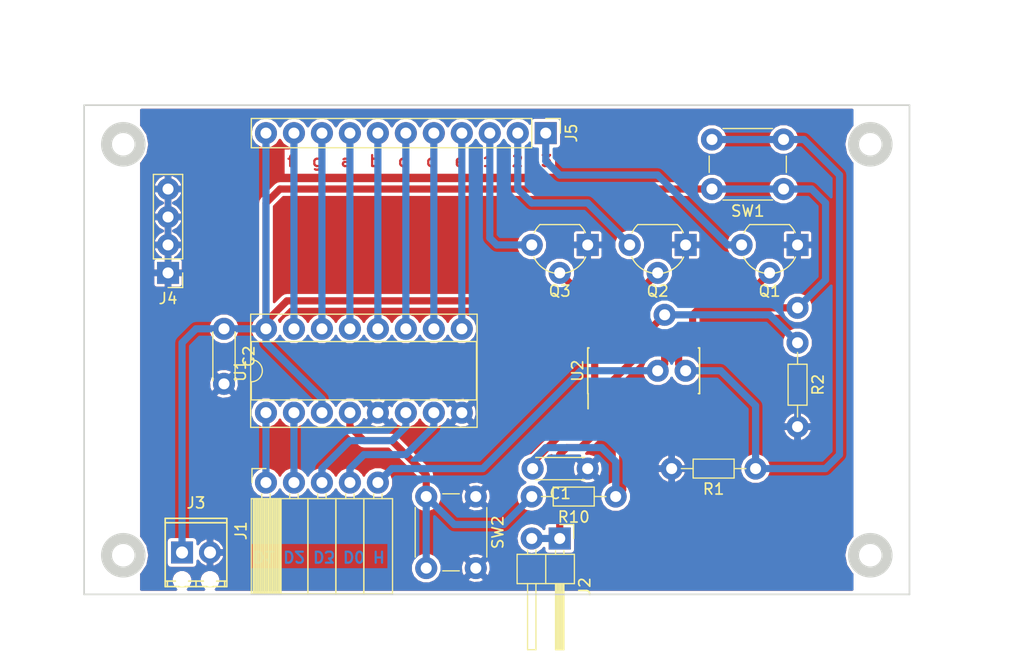
<source format=kicad_pcb>
(kicad_pcb (version 4) (host pcbnew 4.0.7)

  (general
    (links 60)
    (no_connects 0)
    (area 97.254287 68.42 186.92 128.167858)
    (thickness 1.6)
    (drawings 15)
    (tracks 129)
    (zones 0)
    (modules 17)
    (nets 24)
  )

  (page A4)
  (title_block
    (title "decodeur 3 digits 7 segments")
    (date 2017-12-08)
    (rev v2)
  )

  (layers
    (0 F.Cu signal)
    (31 B.Cu signal)
    (32 B.Adhes user)
    (33 F.Adhes user)
    (34 B.Paste user)
    (35 F.Paste user)
    (36 B.SilkS user)
    (37 F.SilkS user)
    (38 B.Mask user)
    (39 F.Mask user)
    (40 Dwgs.User user)
    (41 Cmts.User user)
    (42 Eco1.User user)
    (43 Eco2.User user)
    (44 Edge.Cuts user)
    (45 Margin user)
    (46 B.CrtYd user)
    (47 F.CrtYd user)
    (48 B.Fab user)
    (49 F.Fab user)
  )

  (setup
    (last_trace_width 0.65)
    (trace_clearance 0.3)
    (zone_clearance 0.25)
    (zone_45_only no)
    (trace_min 0.65)
    (segment_width 0.2)
    (edge_width 1)
    (via_size 2)
    (via_drill 1)
    (via_min_size 2)
    (via_min_drill 0.3)
    (uvia_size 0.3)
    (uvia_drill 0.1)
    (uvias_allowed no)
    (uvia_min_size 0.2)
    (uvia_min_drill 0.1)
    (pcb_text_width 0.3)
    (pcb_text_size 1.5 1.5)
    (mod_edge_width 0.15)
    (mod_text_size 1 1)
    (mod_text_width 0.15)
    (pad_size 2 2)
    (pad_drill 1)
    (pad_to_mask_clearance 0.2)
    (aux_axis_origin 0 0)
    (visible_elements 7FFFFFFF)
    (pcbplotparams
      (layerselection 0x00000_80000000)
      (usegerberextensions false)
      (excludeedgelayer true)
      (linewidth 0.100000)
      (plotframeref false)
      (viasonmask false)
      (mode 1)
      (useauxorigin false)
      (hpglpennumber 1)
      (hpglpenspeed 20)
      (hpglpendiameter 15)
      (hpglpenoverlay 2)
      (psnegative false)
      (psa4output false)
      (plotreference true)
      (plotvalue true)
      (plotinvisibletext false)
      (padsonsilk false)
      (subtractmaskfromsilk false)
      (outputformat 5)
      (mirror false)
      (drillshape 2)
      (scaleselection 1)
      (outputdirectory ./))
  )

  (net 0 "")
  (net 1 GND)
  (net 2 "Net-(J1-Pad1)")
  (net 3 "Net-(J1-Pad2)")
  (net 4 "Net-(J1-Pad3)")
  (net 5 "Net-(J1-Pad4)")
  (net 6 "Net-(J1-Pad5)")
  (net 7 "Net-(Q2-Pad2)")
  (net 8 "Net-(Q3-Pad2)")
  (net 9 "Net-(R1-Pad1)")
  (net 10 "Net-(R2-Pad1)")
  (net 11 "Net-(J2-Pad1)")
  (net 12 "Net-(J5-Pad1)")
  (net 13 "Net-(J5-Pad2)")
  (net 14 "Net-(J5-Pad3)")
  (net 15 "Net-(J5-Pad4)")
  (net 16 "Net-(J5-Pad5)")
  (net 17 "Net-(J5-Pad6)")
  (net 18 "Net-(J5-Pad7)")
  (net 19 "Net-(J5-Pad8)")
  (net 20 "Net-(J5-Pad9)")
  (net 21 "Net-(J5-Pad10)")
  (net 22 "Net-(R10-Pad2)")
  (net 23 +5V)

  (net_class Default "Ceci est la Netclass par défaut"
    (clearance 0.3)
    (trace_width 0.65)
    (via_dia 2)
    (via_drill 1)
    (uvia_dia 0.3)
    (uvia_drill 0.1)
    (add_net +5V)
    (add_net GND)
    (add_net "Net-(J1-Pad1)")
    (add_net "Net-(J1-Pad2)")
    (add_net "Net-(J1-Pad3)")
    (add_net "Net-(J1-Pad4)")
    (add_net "Net-(J1-Pad5)")
    (add_net "Net-(J2-Pad1)")
    (add_net "Net-(J5-Pad1)")
    (add_net "Net-(J5-Pad10)")
    (add_net "Net-(J5-Pad2)")
    (add_net "Net-(J5-Pad3)")
    (add_net "Net-(J5-Pad4)")
    (add_net "Net-(J5-Pad5)")
    (add_net "Net-(J5-Pad6)")
    (add_net "Net-(J5-Pad7)")
    (add_net "Net-(J5-Pad8)")
    (add_net "Net-(J5-Pad9)")
    (add_net "Net-(Q2-Pad2)")
    (add_net "Net-(Q3-Pad2)")
    (add_net "Net-(R1-Pad1)")
    (add_net "Net-(R10-Pad2)")
    (add_net "Net-(R2-Pad1)")
  )

  (module Housings_DIP:DIP-16_W7.62mm_Socket (layer F.Cu) (tedit 5A29CF95) (tstamp 5A29B925)
    (at 120.65 105.41 90)
    (descr "16-lead though-hole mounted DIP package, row spacing 7.62 mm (300 mils), Socket")
    (tags "THT DIP DIL PDIP 2.54mm 7.62mm 300mil Socket")
    (path /5A2CEBD4)
    (fp_text reference U1 (at 3.81 -2.33 90) (layer F.SilkS)
      (effects (font (size 1 1) (thickness 0.15)))
    )
    (fp_text value 4511 (at 3.81 20.11 90) (layer F.Fab)
      (effects (font (size 1 1) (thickness 0.15)))
    )
    (fp_arc (start 3.81 -1.33) (end 2.81 -1.33) (angle -180) (layer F.SilkS) (width 0.12))
    (fp_line (start 1.635 -1.27) (end 6.985 -1.27) (layer F.Fab) (width 0.1))
    (fp_line (start 6.985 -1.27) (end 6.985 19.05) (layer F.Fab) (width 0.1))
    (fp_line (start 6.985 19.05) (end 0.635 19.05) (layer F.Fab) (width 0.1))
    (fp_line (start 0.635 19.05) (end 0.635 -0.27) (layer F.Fab) (width 0.1))
    (fp_line (start 0.635 -0.27) (end 1.635 -1.27) (layer F.Fab) (width 0.1))
    (fp_line (start -1.27 -1.33) (end -1.27 19.11) (layer F.Fab) (width 0.1))
    (fp_line (start -1.27 19.11) (end 8.89 19.11) (layer F.Fab) (width 0.1))
    (fp_line (start 8.89 19.11) (end 8.89 -1.33) (layer F.Fab) (width 0.1))
    (fp_line (start 8.89 -1.33) (end -1.27 -1.33) (layer F.Fab) (width 0.1))
    (fp_line (start 2.81 -1.33) (end 1.16 -1.33) (layer F.SilkS) (width 0.12))
    (fp_line (start 1.16 -1.33) (end 1.16 19.11) (layer F.SilkS) (width 0.12))
    (fp_line (start 1.16 19.11) (end 6.46 19.11) (layer F.SilkS) (width 0.12))
    (fp_line (start 6.46 19.11) (end 6.46 -1.33) (layer F.SilkS) (width 0.12))
    (fp_line (start 6.46 -1.33) (end 4.81 -1.33) (layer F.SilkS) (width 0.12))
    (fp_line (start -1.33 -1.39) (end -1.33 19.17) (layer F.SilkS) (width 0.12))
    (fp_line (start -1.33 19.17) (end 8.95 19.17) (layer F.SilkS) (width 0.12))
    (fp_line (start 8.95 19.17) (end 8.95 -1.39) (layer F.SilkS) (width 0.12))
    (fp_line (start 8.95 -1.39) (end -1.33 -1.39) (layer F.SilkS) (width 0.12))
    (fp_line (start -1.55 -1.6) (end -1.55 19.4) (layer F.CrtYd) (width 0.05))
    (fp_line (start -1.55 19.4) (end 9.15 19.4) (layer F.CrtYd) (width 0.05))
    (fp_line (start 9.15 19.4) (end 9.15 -1.6) (layer F.CrtYd) (width 0.05))
    (fp_line (start 9.15 -1.6) (end -1.55 -1.6) (layer F.CrtYd) (width 0.05))
    (fp_text user %R (at 3.81 8.89 90) (layer F.Fab)
      (effects (font (size 1 1) (thickness 0.15)))
    )
    (pad 1 thru_hole circle (at 0 0 90) (size 2 2) (drill 1) (layers *.Cu *.Mask)
      (net 2 "Net-(J1-Pad1)"))
    (pad 9 thru_hole circle (at 7.62 17.78 90) (size 2 2) (drill 1) (layers *.Cu *.Mask)
      (net 15 "Net-(J5-Pad4)"))
    (pad 2 thru_hole circle (at 0 2.54 90) (size 2 2) (drill 1) (layers *.Cu *.Mask)
      (net 3 "Net-(J1-Pad2)"))
    (pad 10 thru_hole circle (at 7.62 15.24 90) (size 2 2) (drill 1) (layers *.Cu *.Mask)
      (net 16 "Net-(J5-Pad5)"))
    (pad 3 thru_hole circle (at 0 5.08 90) (size 2 2) (drill 1) (layers *.Cu *.Mask)
      (net 23 +5V))
    (pad 11 thru_hole circle (at 7.62 12.7 90) (size 2 2) (drill 1) (layers *.Cu *.Mask)
      (net 17 "Net-(J5-Pad6)"))
    (pad 4 thru_hole circle (at 0 7.62 90) (size 2 2) (drill 1) (layers *.Cu *.Mask)
      (net 22 "Net-(R10-Pad2)"))
    (pad 12 thru_hole circle (at 7.62 10.16 90) (size 2 2) (drill 1) (layers *.Cu *.Mask)
      (net 18 "Net-(J5-Pad7)"))
    (pad 5 thru_hole circle (at 0 10.16 90) (size 2 2) (drill 1) (layers *.Cu *.Mask)
      (net 1 GND))
    (pad 13 thru_hole circle (at 7.62 7.62 90) (size 2 2) (drill 1) (layers *.Cu *.Mask)
      (net 19 "Net-(J5-Pad8)"))
    (pad 6 thru_hole circle (at 0 12.7 90) (size 2 2) (drill 1) (layers *.Cu *.Mask)
      (net 4 "Net-(J1-Pad3)"))
    (pad 14 thru_hole circle (at 7.62 5.08 90) (size 2 2) (drill 1) (layers *.Cu *.Mask)
      (net 20 "Net-(J5-Pad9)"))
    (pad 7 thru_hole circle (at 0 15.24 90) (size 2 2) (drill 1) (layers *.Cu *.Mask)
      (net 5 "Net-(J1-Pad4)"))
    (pad 15 thru_hole circle (at 7.62 2.54 90) (size 2 2) (drill 1) (layers *.Cu *.Mask)
      (net 21 "Net-(J5-Pad10)"))
    (pad 8 thru_hole circle (at 0 17.78 90) (size 2 2) (drill 1) (layers *.Cu *.Mask)
      (net 1 GND))
    (pad 16 thru_hole circle (at 7.62 0 90) (size 2 2) (drill 1) (layers *.Cu *.Mask)
      (net 23 +5V))
    (model ${KISYS3DMOD}/Housings_DIP.3dshapes/DIP-16_W7.62mm_Socket.wrl
      (at (xyz 0 0 0))
      (scale (xyz 1 1 1))
      (rotate (xyz 0 0 0))
    )
  )

  (module Socket_Strips:Socket_Strip_Angled_1x05_Pitch2.54mm (layer F.Cu) (tedit 5A29CFCC) (tstamp 5A29B8EF)
    (at 120.65 111.76 90)
    (descr "Through hole angled socket strip, 1x05, 2.54mm pitch, 8.51mm socket length, single row")
    (tags "Through hole angled socket strip THT 1x05 2.54mm single row")
    (path /5A29B372)
    (fp_text reference J1 (at -4.38 -2.27 90) (layer F.SilkS)
      (effects (font (size 1 1) (thickness 0.15)))
    )
    (fp_text value Conn_01x05_Female (at -4.38 12.43 90) (layer F.Fab)
      (effects (font (size 1 1) (thickness 0.15)))
    )
    (fp_line (start -1.52 -1.27) (end -1.52 1.27) (layer F.Fab) (width 0.1))
    (fp_line (start -1.52 1.27) (end -10.03 1.27) (layer F.Fab) (width 0.1))
    (fp_line (start -10.03 1.27) (end -10.03 -1.27) (layer F.Fab) (width 0.1))
    (fp_line (start -10.03 -1.27) (end -1.52 -1.27) (layer F.Fab) (width 0.1))
    (fp_line (start 0 -0.32) (end 0 0.32) (layer F.Fab) (width 0.1))
    (fp_line (start 0 0.32) (end -1.52 0.32) (layer F.Fab) (width 0.1))
    (fp_line (start -1.52 0.32) (end -1.52 -0.32) (layer F.Fab) (width 0.1))
    (fp_line (start -1.52 -0.32) (end 0 -0.32) (layer F.Fab) (width 0.1))
    (fp_line (start -1.52 1.27) (end -1.52 3.81) (layer F.Fab) (width 0.1))
    (fp_line (start -1.52 3.81) (end -10.03 3.81) (layer F.Fab) (width 0.1))
    (fp_line (start -10.03 3.81) (end -10.03 1.27) (layer F.Fab) (width 0.1))
    (fp_line (start -10.03 1.27) (end -1.52 1.27) (layer F.Fab) (width 0.1))
    (fp_line (start 0 2.22) (end 0 2.86) (layer F.Fab) (width 0.1))
    (fp_line (start 0 2.86) (end -1.52 2.86) (layer F.Fab) (width 0.1))
    (fp_line (start -1.52 2.86) (end -1.52 2.22) (layer F.Fab) (width 0.1))
    (fp_line (start -1.52 2.22) (end 0 2.22) (layer F.Fab) (width 0.1))
    (fp_line (start -1.52 3.81) (end -1.52 6.35) (layer F.Fab) (width 0.1))
    (fp_line (start -1.52 6.35) (end -10.03 6.35) (layer F.Fab) (width 0.1))
    (fp_line (start -10.03 6.35) (end -10.03 3.81) (layer F.Fab) (width 0.1))
    (fp_line (start -10.03 3.81) (end -1.52 3.81) (layer F.Fab) (width 0.1))
    (fp_line (start 0 4.76) (end 0 5.4) (layer F.Fab) (width 0.1))
    (fp_line (start 0 5.4) (end -1.52 5.4) (layer F.Fab) (width 0.1))
    (fp_line (start -1.52 5.4) (end -1.52 4.76) (layer F.Fab) (width 0.1))
    (fp_line (start -1.52 4.76) (end 0 4.76) (layer F.Fab) (width 0.1))
    (fp_line (start -1.52 6.35) (end -1.52 8.89) (layer F.Fab) (width 0.1))
    (fp_line (start -1.52 8.89) (end -10.03 8.89) (layer F.Fab) (width 0.1))
    (fp_line (start -10.03 8.89) (end -10.03 6.35) (layer F.Fab) (width 0.1))
    (fp_line (start -10.03 6.35) (end -1.52 6.35) (layer F.Fab) (width 0.1))
    (fp_line (start 0 7.3) (end 0 7.94) (layer F.Fab) (width 0.1))
    (fp_line (start 0 7.94) (end -1.52 7.94) (layer F.Fab) (width 0.1))
    (fp_line (start -1.52 7.94) (end -1.52 7.3) (layer F.Fab) (width 0.1))
    (fp_line (start -1.52 7.3) (end 0 7.3) (layer F.Fab) (width 0.1))
    (fp_line (start -1.52 8.89) (end -1.52 11.43) (layer F.Fab) (width 0.1))
    (fp_line (start -1.52 11.43) (end -10.03 11.43) (layer F.Fab) (width 0.1))
    (fp_line (start -10.03 11.43) (end -10.03 8.89) (layer F.Fab) (width 0.1))
    (fp_line (start -10.03 8.89) (end -1.52 8.89) (layer F.Fab) (width 0.1))
    (fp_line (start 0 9.84) (end 0 10.48) (layer F.Fab) (width 0.1))
    (fp_line (start 0 10.48) (end -1.52 10.48) (layer F.Fab) (width 0.1))
    (fp_line (start -1.52 10.48) (end -1.52 9.84) (layer F.Fab) (width 0.1))
    (fp_line (start -1.52 9.84) (end 0 9.84) (layer F.Fab) (width 0.1))
    (fp_line (start -1.46 -1.33) (end -1.46 1.27) (layer F.SilkS) (width 0.12))
    (fp_line (start -1.46 1.27) (end -10.09 1.27) (layer F.SilkS) (width 0.12))
    (fp_line (start -10.09 1.27) (end -10.09 -1.33) (layer F.SilkS) (width 0.12))
    (fp_line (start -10.09 -1.33) (end -1.46 -1.33) (layer F.SilkS) (width 0.12))
    (fp_line (start -1.03 -0.38) (end -1.46 -0.38) (layer F.SilkS) (width 0.12))
    (fp_line (start -1.03 0.38) (end -1.46 0.38) (layer F.SilkS) (width 0.12))
    (fp_line (start -1.46 -1.15) (end -10.09 -1.15) (layer F.SilkS) (width 0.12))
    (fp_line (start -1.46 -1.03) (end -10.09 -1.03) (layer F.SilkS) (width 0.12))
    (fp_line (start -1.46 -0.91) (end -10.09 -0.91) (layer F.SilkS) (width 0.12))
    (fp_line (start -1.46 -0.79) (end -10.09 -0.79) (layer F.SilkS) (width 0.12))
    (fp_line (start -1.46 -0.67) (end -10.09 -0.67) (layer F.SilkS) (width 0.12))
    (fp_line (start -1.46 -0.55) (end -10.09 -0.55) (layer F.SilkS) (width 0.12))
    (fp_line (start -1.46 -0.43) (end -10.09 -0.43) (layer F.SilkS) (width 0.12))
    (fp_line (start -1.46 -0.31) (end -10.09 -0.31) (layer F.SilkS) (width 0.12))
    (fp_line (start -1.46 -0.19) (end -10.09 -0.19) (layer F.SilkS) (width 0.12))
    (fp_line (start -1.46 -0.07) (end -10.09 -0.07) (layer F.SilkS) (width 0.12))
    (fp_line (start -1.46 0.05) (end -10.09 0.05) (layer F.SilkS) (width 0.12))
    (fp_line (start -1.46 0.17) (end -10.09 0.17) (layer F.SilkS) (width 0.12))
    (fp_line (start -1.46 0.29) (end -10.09 0.29) (layer F.SilkS) (width 0.12))
    (fp_line (start -1.46 0.41) (end -10.09 0.41) (layer F.SilkS) (width 0.12))
    (fp_line (start -1.46 0.53) (end -10.09 0.53) (layer F.SilkS) (width 0.12))
    (fp_line (start -1.46 0.65) (end -10.09 0.65) (layer F.SilkS) (width 0.12))
    (fp_line (start -1.46 0.77) (end -10.09 0.77) (layer F.SilkS) (width 0.12))
    (fp_line (start -1.46 0.89) (end -10.09 0.89) (layer F.SilkS) (width 0.12))
    (fp_line (start -1.46 1.01) (end -10.09 1.01) (layer F.SilkS) (width 0.12))
    (fp_line (start -1.46 1.13) (end -10.09 1.13) (layer F.SilkS) (width 0.12))
    (fp_line (start -1.46 1.25) (end -10.09 1.25) (layer F.SilkS) (width 0.12))
    (fp_line (start -1.46 1.37) (end -10.09 1.37) (layer F.SilkS) (width 0.12))
    (fp_line (start -1.46 1.27) (end -1.46 3.81) (layer F.SilkS) (width 0.12))
    (fp_line (start -1.46 3.81) (end -10.09 3.81) (layer F.SilkS) (width 0.12))
    (fp_line (start -10.09 3.81) (end -10.09 1.27) (layer F.SilkS) (width 0.12))
    (fp_line (start -10.09 1.27) (end -1.46 1.27) (layer F.SilkS) (width 0.12))
    (fp_line (start -1.03 2.16) (end -1.46 2.16) (layer F.SilkS) (width 0.12))
    (fp_line (start -1.03 2.92) (end -1.46 2.92) (layer F.SilkS) (width 0.12))
    (fp_line (start -1.46 3.81) (end -1.46 6.35) (layer F.SilkS) (width 0.12))
    (fp_line (start -1.46 6.35) (end -10.09 6.35) (layer F.SilkS) (width 0.12))
    (fp_line (start -10.09 6.35) (end -10.09 3.81) (layer F.SilkS) (width 0.12))
    (fp_line (start -10.09 3.81) (end -1.46 3.81) (layer F.SilkS) (width 0.12))
    (fp_line (start -1.03 4.7) (end -1.46 4.7) (layer F.SilkS) (width 0.12))
    (fp_line (start -1.03 5.46) (end -1.46 5.46) (layer F.SilkS) (width 0.12))
    (fp_line (start -1.46 6.35) (end -1.46 8.89) (layer F.SilkS) (width 0.12))
    (fp_line (start -1.46 8.89) (end -10.09 8.89) (layer F.SilkS) (width 0.12))
    (fp_line (start -10.09 8.89) (end -10.09 6.35) (layer F.SilkS) (width 0.12))
    (fp_line (start -10.09 6.35) (end -1.46 6.35) (layer F.SilkS) (width 0.12))
    (fp_line (start -1.03 7.24) (end -1.46 7.24) (layer F.SilkS) (width 0.12))
    (fp_line (start -1.03 8) (end -1.46 8) (layer F.SilkS) (width 0.12))
    (fp_line (start -1.46 8.89) (end -1.46 11.49) (layer F.SilkS) (width 0.12))
    (fp_line (start -1.46 11.49) (end -10.09 11.49) (layer F.SilkS) (width 0.12))
    (fp_line (start -10.09 11.49) (end -10.09 8.89) (layer F.SilkS) (width 0.12))
    (fp_line (start -10.09 8.89) (end -1.46 8.89) (layer F.SilkS) (width 0.12))
    (fp_line (start -1.03 9.78) (end -1.46 9.78) (layer F.SilkS) (width 0.12))
    (fp_line (start -1.03 10.54) (end -1.46 10.54) (layer F.SilkS) (width 0.12))
    (fp_line (start 0 -1.27) (end 1.27 -1.27) (layer F.SilkS) (width 0.12))
    (fp_line (start 1.27 -1.27) (end 1.27 0) (layer F.SilkS) (width 0.12))
    (fp_line (start 1.8 -1.8) (end 1.8 11.95) (layer F.CrtYd) (width 0.05))
    (fp_line (start 1.8 11.95) (end -10.55 11.95) (layer F.CrtYd) (width 0.05))
    (fp_line (start -10.55 11.95) (end -10.55 -1.8) (layer F.CrtYd) (width 0.05))
    (fp_line (start -10.55 -1.8) (end 1.8 -1.8) (layer F.CrtYd) (width 0.05))
    (fp_text user %R (at -4.38 -2.27 90) (layer F.Fab)
      (effects (font (size 1 1) (thickness 0.15)))
    )
    (pad 1 thru_hole circle (at 0 0 90) (size 2 2) (drill 1) (layers *.Cu *.Mask)
      (net 2 "Net-(J1-Pad1)"))
    (pad 2 thru_hole circle (at 0 2.54 90) (size 2 2) (drill 1) (layers *.Cu *.Mask)
      (net 3 "Net-(J1-Pad2)"))
    (pad 3 thru_hole circle (at 0 5.08 90) (size 2 2) (drill 1) (layers *.Cu *.Mask)
      (net 4 "Net-(J1-Pad3)"))
    (pad 4 thru_hole circle (at 0 7.62 90) (size 2 2) (drill 1) (layers *.Cu *.Mask)
      (net 5 "Net-(J1-Pad4)"))
    (pad 5 thru_hole circle (at 0 10.16 90) (size 2 2) (drill 1) (layers *.Cu *.Mask)
      (net 6 "Net-(J1-Pad5)"))
    (model ${KISYS3DMOD}/Socket_Strips.3dshapes/Socket_Strip_Angled_1x05_Pitch2.54mm.wrl
      (at (xyz 0 -0.2 0))
      (scale (xyz 1 1 1))
      (rotate (xyz 0 0 270))
    )
  )

  (module TO_SOT_Packages_THT:TO-92_Molded_Wide (layer F.Cu) (tedit 5A2ADA57) (tstamp 5A2AD37F)
    (at 168.91 90.17 180)
    (descr "TO-92 leads molded, wide, drill 0.8mm (see NXP sot054_po.pdf)")
    (tags "to-92 sc-43 sc-43a sot54 PA33 transistor")
    (path /5A29742F)
    (fp_text reference Q1 (at 2.54 -4.19 360) (layer F.SilkS)
      (effects (font (size 1 1) (thickness 0.15)))
    )
    (fp_text value 2N7000 (at 2.54 2.79 180) (layer F.Fab)
      (effects (font (size 1 1) (thickness 0.15)))
    )
    (fp_text user %R (at 2.54 -4.19 360) (layer F.Fab)
      (effects (font (size 1 1) (thickness 0.15)))
    )
    (fp_line (start 0.74 1.85) (end 4.34 1.85) (layer F.SilkS) (width 0.12))
    (fp_line (start 0.8 1.75) (end 4.3 1.75) (layer F.Fab) (width 0.1))
    (fp_line (start -1.01 -3.55) (end 6.09 -3.55) (layer F.CrtYd) (width 0.05))
    (fp_line (start -1.01 -3.55) (end -1.01 2.01) (layer F.CrtYd) (width 0.05))
    (fp_line (start 6.09 2.01) (end 6.09 -3.55) (layer F.CrtYd) (width 0.05))
    (fp_line (start 6.09 2.01) (end -1.01 2.01) (layer F.CrtYd) (width 0.05))
    (fp_arc (start 2.54 0) (end 0.74 1.85) (angle 20) (layer F.SilkS) (width 0.12))
    (fp_arc (start 2.54 0) (end 2.54 -2.6) (angle -65) (layer F.SilkS) (width 0.12))
    (fp_arc (start 2.54 0) (end 2.54 -2.6) (angle 65) (layer F.SilkS) (width 0.12))
    (fp_arc (start 2.54 0) (end 2.54 -2.48) (angle 135) (layer F.Fab) (width 0.1))
    (fp_arc (start 2.54 0) (end 2.54 -2.48) (angle -135) (layer F.Fab) (width 0.1))
    (fp_arc (start 2.54 0) (end 4.34 1.85) (angle -20) (layer F.SilkS) (width 0.12))
    (pad 2 thru_hole circle (at 2.54 -2.54 270) (size 2 2) (drill 1) (layers *.Cu *.Mask)
      (net 11 "Net-(J2-Pad1)"))
    (pad 3 thru_hole circle (at 5.08 0 270) (size 2 2) (drill 1) (layers *.Cu *.Mask)
      (net 12 "Net-(J5-Pad1)"))
    (pad 1 thru_hole rect (at 0 0 270) (size 2 2) (drill 1) (layers *.Cu *.Mask)
      (net 1 GND))
    (model ${KISYS3DMOD}/TO_SOT_Packages_THT.3dshapes/TO-92_Molded_Wide.wrl
      (at (xyz 0.1 0 0))
      (scale (xyz 1 1 1))
      (rotate (xyz 0 0 -90))
    )
  )

  (module TO_SOT_Packages_THT:TO-92_Molded_Wide (layer F.Cu) (tedit 5A2ADA9E) (tstamp 5A2AD385)
    (at 158.75 90.17 180)
    (descr "TO-92 leads molded, wide, drill 0.8mm (see NXP sot054_po.pdf)")
    (tags "to-92 sc-43 sc-43a sot54 PA33 transistor")
    (path /5A2973FE)
    (fp_text reference Q2 (at 2.54 -4.19 360) (layer F.SilkS)
      (effects (font (size 1 1) (thickness 0.15)))
    )
    (fp_text value 2N7000 (at 2.54 2.79 180) (layer F.Fab)
      (effects (font (size 1 1) (thickness 0.15)))
    )
    (fp_text user %R (at 2.54 -4.19 360) (layer F.Fab)
      (effects (font (size 1 1) (thickness 0.15)))
    )
    (fp_line (start 0.74 1.85) (end 4.34 1.85) (layer F.SilkS) (width 0.12))
    (fp_line (start 0.8 1.75) (end 4.3 1.75) (layer F.Fab) (width 0.1))
    (fp_line (start -1.01 -3.55) (end 6.09 -3.55) (layer F.CrtYd) (width 0.05))
    (fp_line (start -1.01 -3.55) (end -1.01 2.01) (layer F.CrtYd) (width 0.05))
    (fp_line (start 6.09 2.01) (end 6.09 -3.55) (layer F.CrtYd) (width 0.05))
    (fp_line (start 6.09 2.01) (end -1.01 2.01) (layer F.CrtYd) (width 0.05))
    (fp_arc (start 2.54 0) (end 0.74 1.85) (angle 20) (layer F.SilkS) (width 0.12))
    (fp_arc (start 2.54 0) (end 2.54 -2.6) (angle -65) (layer F.SilkS) (width 0.12))
    (fp_arc (start 2.54 0) (end 2.54 -2.6) (angle 65) (layer F.SilkS) (width 0.12))
    (fp_arc (start 2.54 0) (end 2.54 -2.48) (angle 135) (layer F.Fab) (width 0.1))
    (fp_arc (start 2.54 0) (end 2.54 -2.48) (angle -135) (layer F.Fab) (width 0.1))
    (fp_arc (start 2.54 0) (end 4.34 1.85) (angle -20) (layer F.SilkS) (width 0.12))
    (pad 2 thru_hole circle (at 2.54 -2.54 270) (size 2 2) (drill 1) (layers *.Cu *.Mask)
      (net 7 "Net-(Q2-Pad2)"))
    (pad 3 thru_hole circle (at 5.08 0 270) (size 2 2) (drill 1) (layers *.Cu *.Mask)
      (net 13 "Net-(J5-Pad2)"))
    (pad 1 thru_hole rect (at 0 0 270) (size 2 2) (drill 1) (layers *.Cu *.Mask)
      (net 1 GND))
    (model ${KISYS3DMOD}/TO_SOT_Packages_THT.3dshapes/TO-92_Molded_Wide.wrl
      (at (xyz 0.1 0 0))
      (scale (xyz 1 1 1))
      (rotate (xyz 0 0 -90))
    )
  )

  (module TO_SOT_Packages_THT:TO-92_Molded_Wide (layer F.Cu) (tedit 5A2ADA68) (tstamp 5A2AD38B)
    (at 149.86 90.17 180)
    (descr "TO-92 leads molded, wide, drill 0.8mm (see NXP sot054_po.pdf)")
    (tags "to-92 sc-43 sc-43a sot54 PA33 transistor")
    (path /5A297416)
    (fp_text reference Q3 (at 2.54 -4.19 360) (layer F.SilkS)
      (effects (font (size 1 1) (thickness 0.15)))
    )
    (fp_text value 2N7000 (at 2.54 2.79 180) (layer F.Fab)
      (effects (font (size 1 1) (thickness 0.15)))
    )
    (fp_text user %R (at 2.54 -4.19 360) (layer F.Fab)
      (effects (font (size 1 1) (thickness 0.15)))
    )
    (fp_line (start 0.74 1.85) (end 4.34 1.85) (layer F.SilkS) (width 0.12))
    (fp_line (start 0.8 1.75) (end 4.3 1.75) (layer F.Fab) (width 0.1))
    (fp_line (start -1.01 -3.55) (end 6.09 -3.55) (layer F.CrtYd) (width 0.05))
    (fp_line (start -1.01 -3.55) (end -1.01 2.01) (layer F.CrtYd) (width 0.05))
    (fp_line (start 6.09 2.01) (end 6.09 -3.55) (layer F.CrtYd) (width 0.05))
    (fp_line (start 6.09 2.01) (end -1.01 2.01) (layer F.CrtYd) (width 0.05))
    (fp_arc (start 2.54 0) (end 0.74 1.85) (angle 20) (layer F.SilkS) (width 0.12))
    (fp_arc (start 2.54 0) (end 2.54 -2.6) (angle -65) (layer F.SilkS) (width 0.12))
    (fp_arc (start 2.54 0) (end 2.54 -2.6) (angle 65) (layer F.SilkS) (width 0.12))
    (fp_arc (start 2.54 0) (end 2.54 -2.48) (angle 135) (layer F.Fab) (width 0.1))
    (fp_arc (start 2.54 0) (end 2.54 -2.48) (angle -135) (layer F.Fab) (width 0.1))
    (fp_arc (start 2.54 0) (end 4.34 1.85) (angle -20) (layer F.SilkS) (width 0.12))
    (pad 2 thru_hole circle (at 2.54 -2.54 270) (size 2 2) (drill 1) (layers *.Cu *.Mask)
      (net 8 "Net-(Q3-Pad2)"))
    (pad 3 thru_hole circle (at 5.08 0 270) (size 2 2) (drill 1) (layers *.Cu *.Mask)
      (net 14 "Net-(J5-Pad3)"))
    (pad 1 thru_hole rect (at 0 0 270) (size 2 2) (drill 1) (layers *.Cu *.Mask)
      (net 1 GND))
    (model ${KISYS3DMOD}/TO_SOT_Packages_THT.3dshapes/TO-92_Molded_Wide.wrl
      (at (xyz 0.1 0 0))
      (scale (xyz 1 1 1))
      (rotate (xyz 0 0 -90))
    )
  )

  (module Resistors_THT:R_Axial_DIN0204_L3.6mm_D1.6mm_P7.62mm_Horizontal (layer F.Cu) (tedit 5A2ADA2B) (tstamp 5A2AD391)
    (at 165.1 110.49 180)
    (descr "Resistor, Axial_DIN0204 series, Axial, Horizontal, pin pitch=7.62mm, 0.16666666666666666W = 1/6W, length*diameter=3.6*1.6mm^2, http://cdn-reichelt.de/documents/datenblatt/B400/1_4W%23YAG.pdf")
    (tags "Resistor Axial_DIN0204 series Axial Horizontal pin pitch 7.62mm 0.16666666666666666W = 1/6W length 3.6mm diameter 1.6mm")
    (path /5A2C3909)
    (fp_text reference R1 (at 3.81 -1.86 180) (layer F.SilkS)
      (effects (font (size 1 1) (thickness 0.15)))
    )
    (fp_text value 100k (at 3.81 1.86 180) (layer F.Fab)
      (effects (font (size 1 1) (thickness 0.15)))
    )
    (fp_line (start 2.01 -0.8) (end 2.01 0.8) (layer F.Fab) (width 0.1))
    (fp_line (start 2.01 0.8) (end 5.61 0.8) (layer F.Fab) (width 0.1))
    (fp_line (start 5.61 0.8) (end 5.61 -0.8) (layer F.Fab) (width 0.1))
    (fp_line (start 5.61 -0.8) (end 2.01 -0.8) (layer F.Fab) (width 0.1))
    (fp_line (start 0 0) (end 2.01 0) (layer F.Fab) (width 0.1))
    (fp_line (start 7.62 0) (end 5.61 0) (layer F.Fab) (width 0.1))
    (fp_line (start 1.95 -0.86) (end 1.95 0.86) (layer F.SilkS) (width 0.12))
    (fp_line (start 1.95 0.86) (end 5.67 0.86) (layer F.SilkS) (width 0.12))
    (fp_line (start 5.67 0.86) (end 5.67 -0.86) (layer F.SilkS) (width 0.12))
    (fp_line (start 5.67 -0.86) (end 1.95 -0.86) (layer F.SilkS) (width 0.12))
    (fp_line (start 0.88 0) (end 1.95 0) (layer F.SilkS) (width 0.12))
    (fp_line (start 6.74 0) (end 5.67 0) (layer F.SilkS) (width 0.12))
    (fp_line (start -0.95 -1.15) (end -0.95 1.15) (layer F.CrtYd) (width 0.05))
    (fp_line (start -0.95 1.15) (end 8.6 1.15) (layer F.CrtYd) (width 0.05))
    (fp_line (start 8.6 1.15) (end 8.6 -1.15) (layer F.CrtYd) (width 0.05))
    (fp_line (start 8.6 -1.15) (end -0.95 -1.15) (layer F.CrtYd) (width 0.05))
    (pad 1 thru_hole circle (at 0 0 180) (size 2 2) (drill 1) (layers *.Cu *.Mask)
      (net 9 "Net-(R1-Pad1)"))
    (pad 2 thru_hole oval (at 7.62 0 180) (size 2 2) (drill 1) (layers *.Cu *.Mask)
      (net 1 GND))
    (model ${KISYS3DMOD}/Resistors_THT.3dshapes/R_Axial_DIN0204_L3.6mm_D1.6mm_P7.62mm_Horizontal.wrl
      (at (xyz 0 0 0))
      (scale (xyz 0.393701 0.393701 0.393701))
      (rotate (xyz 0 0 0))
    )
  )

  (module Capacitors_THT:C_Disc_D4.3mm_W1.9mm_P5.00mm (layer F.Cu) (tedit 5A2ADA0C) (tstamp 5A2AD896)
    (at 149.86 110.49 180)
    (descr "C, Disc series, Radial, pin pitch=5.00mm, , diameter*width=4.3*1.9mm^2, Capacitor, http://www.vishay.com/docs/45233/krseries.pdf")
    (tags "C Disc series Radial pin pitch 5.00mm  diameter 4.3mm width 1.9mm Capacitor")
    (path /5A2AFA5D)
    (fp_text reference C1 (at 2.5 -2.26 180) (layer F.SilkS)
      (effects (font (size 1 1) (thickness 0.15)))
    )
    (fp_text value 22nF (at 2.5 2.26 180) (layer F.Fab)
      (effects (font (size 1 1) (thickness 0.15)))
    )
    (fp_line (start 0.35 -0.95) (end 0.35 0.95) (layer F.Fab) (width 0.1))
    (fp_line (start 0.35 0.95) (end 4.65 0.95) (layer F.Fab) (width 0.1))
    (fp_line (start 4.65 0.95) (end 4.65 -0.95) (layer F.Fab) (width 0.1))
    (fp_line (start 4.65 -0.95) (end 0.35 -0.95) (layer F.Fab) (width 0.1))
    (fp_line (start 0.29 -1.01) (end 4.71 -1.01) (layer F.SilkS) (width 0.12))
    (fp_line (start 0.29 1.01) (end 4.71 1.01) (layer F.SilkS) (width 0.12))
    (fp_line (start 0.29 -1.01) (end 0.29 -0.996) (layer F.SilkS) (width 0.12))
    (fp_line (start 0.29 0.996) (end 0.29 1.01) (layer F.SilkS) (width 0.12))
    (fp_line (start 4.71 -1.01) (end 4.71 -0.996) (layer F.SilkS) (width 0.12))
    (fp_line (start 4.71 0.996) (end 4.71 1.01) (layer F.SilkS) (width 0.12))
    (fp_line (start -1.05 -1.3) (end -1.05 1.3) (layer F.CrtYd) (width 0.05))
    (fp_line (start -1.05 1.3) (end 6.05 1.3) (layer F.CrtYd) (width 0.05))
    (fp_line (start 6.05 1.3) (end 6.05 -1.3) (layer F.CrtYd) (width 0.05))
    (fp_line (start 6.05 -1.3) (end -1.05 -1.3) (layer F.CrtYd) (width 0.05))
    (fp_text user %R (at 2.5 0 180) (layer F.Fab)
      (effects (font (size 1 1) (thickness 0.15)))
    )
    (pad 1 thru_hole circle (at 0 0 180) (size 2 2) (drill 1) (layers *.Cu *.Mask)
      (net 1 GND))
    (pad 2 thru_hole circle (at 5 0 180) (size 2 2) (drill 1) (layers *.Cu *.Mask)
      (net 23 +5V))
    (model ${KISYS3DMOD}/Capacitors_THT.3dshapes/C_Disc_D4.3mm_W1.9mm_P5.00mm.wrl
      (at (xyz 0 0 0))
      (scale (xyz 1 1 1))
      (rotate (xyz 0 0 0))
    )
  )

  (module Capacitors_THT:C_Disc_D4.3mm_W1.9mm_P5.00mm (layer F.Cu) (tedit 597BC7C2) (tstamp 5A2AD89C)
    (at 116.84 97.79 270)
    (descr "C, Disc series, Radial, pin pitch=5.00mm, , diameter*width=4.3*1.9mm^2, Capacitor, http://www.vishay.com/docs/45233/krseries.pdf")
    (tags "C Disc series Radial pin pitch 5.00mm  diameter 4.3mm width 1.9mm Capacitor")
    (path /5A2D1132)
    (fp_text reference C2 (at 2.5 -2.26 270) (layer F.SilkS)
      (effects (font (size 1 1) (thickness 0.15)))
    )
    (fp_text value 22nF (at 2.5 2.26 270) (layer F.Fab)
      (effects (font (size 1 1) (thickness 0.15)))
    )
    (fp_line (start 0.35 -0.95) (end 0.35 0.95) (layer F.Fab) (width 0.1))
    (fp_line (start 0.35 0.95) (end 4.65 0.95) (layer F.Fab) (width 0.1))
    (fp_line (start 4.65 0.95) (end 4.65 -0.95) (layer F.Fab) (width 0.1))
    (fp_line (start 4.65 -0.95) (end 0.35 -0.95) (layer F.Fab) (width 0.1))
    (fp_line (start 0.29 -1.01) (end 4.71 -1.01) (layer F.SilkS) (width 0.12))
    (fp_line (start 0.29 1.01) (end 4.71 1.01) (layer F.SilkS) (width 0.12))
    (fp_line (start 0.29 -1.01) (end 0.29 -0.996) (layer F.SilkS) (width 0.12))
    (fp_line (start 0.29 0.996) (end 0.29 1.01) (layer F.SilkS) (width 0.12))
    (fp_line (start 4.71 -1.01) (end 4.71 -0.996) (layer F.SilkS) (width 0.12))
    (fp_line (start 4.71 0.996) (end 4.71 1.01) (layer F.SilkS) (width 0.12))
    (fp_line (start -1.05 -1.3) (end -1.05 1.3) (layer F.CrtYd) (width 0.05))
    (fp_line (start -1.05 1.3) (end 6.05 1.3) (layer F.CrtYd) (width 0.05))
    (fp_line (start 6.05 1.3) (end 6.05 -1.3) (layer F.CrtYd) (width 0.05))
    (fp_line (start 6.05 -1.3) (end -1.05 -1.3) (layer F.CrtYd) (width 0.05))
    (fp_text user %R (at 2.5 0 270) (layer F.Fab)
      (effects (font (size 1 1) (thickness 0.15)))
    )
    (pad 1 thru_hole circle (at 0 0 270) (size 2 2) (drill 1) (layers *.Cu *.Mask)
      (net 23 +5V))
    (pad 2 thru_hole circle (at 5 0 270) (size 2 2) (drill 1) (layers *.Cu *.Mask)
      (net 1 GND))
    (model ${KISYS3DMOD}/Capacitors_THT.3dshapes/C_Disc_D4.3mm_W1.9mm_P5.00mm.wrl
      (at (xyz 0 0 0))
      (scale (xyz 1 1 1))
      (rotate (xyz 0 0 0))
    )
  )

  (module Resistors_THT:R_Axial_DIN0204_L3.6mm_D1.6mm_P7.62mm_Horizontal (layer F.Cu) (tedit 5A2C522B) (tstamp 5A2C35E7)
    (at 168.91 99.06 270)
    (descr "Resistor, Axial_DIN0204 series, Axial, Horizontal, pin pitch=7.62mm, 0.16666666666666666W = 1/6W, length*diameter=3.6*1.6mm^2, http://cdn-reichelt.de/documents/datenblatt/B400/1_4W%23YAG.pdf")
    (tags "Resistor Axial_DIN0204 series Axial Horizontal pin pitch 7.62mm 0.16666666666666666W = 1/6W length 3.6mm diameter 1.6mm")
    (path /5A29DB99)
    (fp_text reference R2 (at 3.81 -1.86 270) (layer F.SilkS)
      (effects (font (size 1 1) (thickness 0.15)))
    )
    (fp_text value 100k (at 3.81 1.86 270) (layer F.Fab)
      (effects (font (size 1 1) (thickness 0.15)))
    )
    (fp_line (start 2.01 -0.8) (end 2.01 0.8) (layer F.Fab) (width 0.1))
    (fp_line (start 2.01 0.8) (end 5.61 0.8) (layer F.Fab) (width 0.1))
    (fp_line (start 5.61 0.8) (end 5.61 -0.8) (layer F.Fab) (width 0.1))
    (fp_line (start 5.61 -0.8) (end 2.01 -0.8) (layer F.Fab) (width 0.1))
    (fp_line (start 0 0) (end 2.01 0) (layer F.Fab) (width 0.1))
    (fp_line (start 7.62 0) (end 5.61 0) (layer F.Fab) (width 0.1))
    (fp_line (start 1.95 -0.86) (end 1.95 0.86) (layer F.SilkS) (width 0.12))
    (fp_line (start 1.95 0.86) (end 5.67 0.86) (layer F.SilkS) (width 0.12))
    (fp_line (start 5.67 0.86) (end 5.67 -0.86) (layer F.SilkS) (width 0.12))
    (fp_line (start 5.67 -0.86) (end 1.95 -0.86) (layer F.SilkS) (width 0.12))
    (fp_line (start 0.88 0) (end 1.95 0) (layer F.SilkS) (width 0.12))
    (fp_line (start 6.74 0) (end 5.67 0) (layer F.SilkS) (width 0.12))
    (fp_line (start -0.95 -1.15) (end -0.95 1.15) (layer F.CrtYd) (width 0.05))
    (fp_line (start -0.95 1.15) (end 8.6 1.15) (layer F.CrtYd) (width 0.05))
    (fp_line (start 8.6 1.15) (end 8.6 -1.15) (layer F.CrtYd) (width 0.05))
    (fp_line (start 8.6 -1.15) (end -0.95 -1.15) (layer F.CrtYd) (width 0.05))
    (pad 1 thru_hole circle (at 0 0 270) (size 2 2) (drill 1) (layers *.Cu *.Mask)
      (net 10 "Net-(R2-Pad1)"))
    (pad 2 thru_hole oval (at 7.62 0 270) (size 2 2) (drill 1) (layers *.Cu *.Mask)
      (net 1 GND))
    (model ${KISYS3DMOD}/Resistors_THT.3dshapes/R_Axial_DIN0204_L3.6mm_D1.6mm_P7.62mm_Horizontal.wrl
      (at (xyz 0 0 0))
      (scale (xyz 0.393701 0.393701 0.393701))
      (rotate (xyz 0 0 0))
    )
  )

  (module Buttons_Switches_THT:SW_PUSH_6mm (layer F.Cu) (tedit 5A2C36C6) (tstamp 5A2C35E8)
    (at 167.64 85.09 180)
    (descr https://www.omron.com/ecb/products/pdf/en-b3f.pdf)
    (tags "tact sw push 6mm")
    (path /5A2C3744)
    (fp_text reference SW1 (at 3.25 -2 180) (layer F.SilkS)
      (effects (font (size 1 1) (thickness 0.15)))
    )
    (fp_text value SW_Push (at 3.75 6.7 180) (layer F.Fab)
      (effects (font (size 1 1) (thickness 0.15)))
    )
    (fp_text user %R (at 3.25 2.25 180) (layer F.Fab)
      (effects (font (size 1 1) (thickness 0.15)))
    )
    (fp_line (start 3.25 -0.75) (end 6.25 -0.75) (layer F.Fab) (width 0.1))
    (fp_line (start 6.25 -0.75) (end 6.25 5.25) (layer F.Fab) (width 0.1))
    (fp_line (start 6.25 5.25) (end 0.25 5.25) (layer F.Fab) (width 0.1))
    (fp_line (start 0.25 5.25) (end 0.25 -0.75) (layer F.Fab) (width 0.1))
    (fp_line (start 0.25 -0.75) (end 3.25 -0.75) (layer F.Fab) (width 0.1))
    (fp_line (start 7.75 6) (end 8 6) (layer F.CrtYd) (width 0.05))
    (fp_line (start 8 6) (end 8 5.75) (layer F.CrtYd) (width 0.05))
    (fp_line (start 7.75 -1.5) (end 8 -1.5) (layer F.CrtYd) (width 0.05))
    (fp_line (start 8 -1.5) (end 8 -1.25) (layer F.CrtYd) (width 0.05))
    (fp_line (start -1.5 -1.25) (end -1.5 -1.5) (layer F.CrtYd) (width 0.05))
    (fp_line (start -1.5 -1.5) (end -1.25 -1.5) (layer F.CrtYd) (width 0.05))
    (fp_line (start -1.5 5.75) (end -1.5 6) (layer F.CrtYd) (width 0.05))
    (fp_line (start -1.5 6) (end -1.25 6) (layer F.CrtYd) (width 0.05))
    (fp_line (start -1.25 -1.5) (end 7.75 -1.5) (layer F.CrtYd) (width 0.05))
    (fp_line (start -1.5 5.75) (end -1.5 -1.25) (layer F.CrtYd) (width 0.05))
    (fp_line (start 7.75 6) (end -1.25 6) (layer F.CrtYd) (width 0.05))
    (fp_line (start 8 -1.25) (end 8 5.75) (layer F.CrtYd) (width 0.05))
    (fp_line (start 1 5.5) (end 5.5 5.5) (layer F.SilkS) (width 0.12))
    (fp_line (start -0.25 1.5) (end -0.25 3) (layer F.SilkS) (width 0.12))
    (fp_line (start 5.5 -1) (end 1 -1) (layer F.SilkS) (width 0.12))
    (fp_line (start 6.75 3) (end 6.75 1.5) (layer F.SilkS) (width 0.12))
    (fp_circle (center 3.25 2.25) (end 1.25 2.5) (layer F.Fab) (width 0.1))
    (pad 2 thru_hole circle (at 0 4.5 270) (size 2 2) (drill 1) (layers *.Cu *.Mask)
      (net 9 "Net-(R1-Pad1)"))
    (pad 1 thru_hole circle (at 0 0 270) (size 2 2) (drill 1) (layers *.Cu *.Mask)
      (net 23 +5V))
    (pad 2 thru_hole circle (at 6.5 4.5 270) (size 2 2) (drill 1) (layers *.Cu *.Mask)
      (net 9 "Net-(R1-Pad1)"))
    (pad 1 thru_hole circle (at 6.5 0 270) (size 2 2) (drill 1) (layers *.Cu *.Mask)
      (net 23 +5V))
    (model ${KISYS3DMOD}/Buttons_Switches_THT.3dshapes/SW_PUSH_6mm.wrl
      (at (xyz 0.005 0 0))
      (scale (xyz 0.3937 0.3937 0.3937))
      (rotate (xyz 0 0 0))
    )
  )

  (module Pin_Headers:Pin_Header_Straight_1x04_Pitch2.54mm (layer F.Cu) (tedit 5A2D00B2) (tstamp 5A2CEFEE)
    (at 111.76 92.71 180)
    (descr "Through hole straight pin header, 1x04, 2.54mm pitch, single row")
    (tags "Through hole pin header THT 1x04 2.54mm single row")
    (path /5A2AF93C)
    (fp_text reference J4 (at 0 -2.33 180) (layer F.SilkS)
      (effects (font (size 1 1) (thickness 0.15)))
    )
    (fp_text value Conn_01x04_Male (at 0 9.95 180) (layer F.Fab)
      (effects (font (size 1 1) (thickness 0.15)))
    )
    (fp_line (start -0.635 -1.27) (end 1.27 -1.27) (layer F.Fab) (width 0.1))
    (fp_line (start 1.27 -1.27) (end 1.27 8.89) (layer F.Fab) (width 0.1))
    (fp_line (start 1.27 8.89) (end -1.27 8.89) (layer F.Fab) (width 0.1))
    (fp_line (start -1.27 8.89) (end -1.27 -0.635) (layer F.Fab) (width 0.1))
    (fp_line (start -1.27 -0.635) (end -0.635 -1.27) (layer F.Fab) (width 0.1))
    (fp_line (start -1.33 8.95) (end 1.33 8.95) (layer F.SilkS) (width 0.12))
    (fp_line (start -1.33 1.27) (end -1.33 8.95) (layer F.SilkS) (width 0.12))
    (fp_line (start 1.33 1.27) (end 1.33 8.95) (layer F.SilkS) (width 0.12))
    (fp_line (start -1.33 1.27) (end 1.33 1.27) (layer F.SilkS) (width 0.12))
    (fp_line (start -1.33 0) (end -1.33 -1.33) (layer F.SilkS) (width 0.12))
    (fp_line (start -1.33 -1.33) (end 0 -1.33) (layer F.SilkS) (width 0.12))
    (fp_line (start -1.8 -1.8) (end -1.8 9.4) (layer F.CrtYd) (width 0.05))
    (fp_line (start -1.8 9.4) (end 1.8 9.4) (layer F.CrtYd) (width 0.05))
    (fp_line (start 1.8 9.4) (end 1.8 -1.8) (layer F.CrtYd) (width 0.05))
    (fp_line (start 1.8 -1.8) (end -1.8 -1.8) (layer F.CrtYd) (width 0.05))
    (fp_text user %R (at 0 3.81 270) (layer F.Fab)
      (effects (font (size 1 1) (thickness 0.15)))
    )
    (pad 1 thru_hole rect (at 0 0 180) (size 2 2) (drill 1) (layers *.Cu *.Mask)
      (net 1 GND))
    (pad 2 thru_hole oval (at 0 2.54 180) (size 2 2) (drill 1) (layers *.Cu *.Mask)
      (net 1 GND))
    (pad 3 thru_hole oval (at 0 5.08 180) (size 2 2) (drill 1) (layers *.Cu *.Mask)
      (net 1 GND))
    (pad 4 thru_hole oval (at 0 7.62 180) (size 2 2) (drill 1) (layers *.Cu *.Mask)
      (net 1 GND))
    (model ${KISYS3DMOD}/Pin_Headers.3dshapes/Pin_Header_Straight_1x04_Pitch2.54mm.wrl
      (at (xyz 0 0 0))
      (scale (xyz 1 1 1))
      (rotate (xyz 0 0 0))
    )
  )

  (module TerminalBlocks_Phoenix:TerminalBlock_Phoenix_MPT-2.54mm_2pol (layer F.Cu) (tedit 59FF0755) (tstamp 5A2CF785)
    (at 113.03 118.11)
    (descr "2-way 2.54mm pitch terminal block, Phoenix MPT series")
    (path /5A29E72E)
    (fp_text reference J3 (at 1.27 -4.50088) (layer F.SilkS)
      (effects (font (size 1 1) (thickness 0.15)))
    )
    (fp_text value Screw_Terminal_01x02 (at 1.27 4.50088) (layer F.Fab)
      (effects (font (size 1 1) (thickness 0.15)))
    )
    (fp_text user %R (at 1.27 1.045) (layer F.Fab)
      (effects (font (size 1 1) (thickness 0.15)))
    )
    (fp_line (start -1.7 -3.3) (end 4.3 -3.3) (layer F.CrtYd) (width 0.05))
    (fp_line (start -1.7 3.3) (end -1.7 -3.3) (layer F.CrtYd) (width 0.05))
    (fp_line (start 4.3 3.3) (end -1.7 3.3) (layer F.CrtYd) (width 0.05))
    (fp_line (start 4.3 -3.3) (end 4.3 3.3) (layer F.CrtYd) (width 0.05))
    (fp_line (start 4.06908 2.60096) (end -1.52908 2.60096) (layer F.SilkS) (width 0.15))
    (fp_line (start -1.33096 3.0988) (end -1.33096 2.60096) (layer F.SilkS) (width 0.15))
    (fp_line (start 3.87096 2.60096) (end 3.87096 3.0988) (layer F.SilkS) (width 0.15))
    (fp_line (start 1.27 3.0988) (end 1.27 2.60096) (layer F.SilkS) (width 0.15))
    (fp_line (start -1.52908 -2.70002) (end 4.06908 -2.70002) (layer F.SilkS) (width 0.15))
    (fp_line (start -1.52908 3.0988) (end 4.06908 3.0988) (layer F.SilkS) (width 0.15))
    (fp_line (start 4.06908 3.0988) (end 4.06908 -3.0988) (layer F.SilkS) (width 0.15))
    (fp_line (start 4.06908 -3.0988) (end -1.52908 -3.0988) (layer F.SilkS) (width 0.15))
    (fp_line (start -1.52908 -3.0988) (end -1.52908 3.0988) (layer F.SilkS) (width 0.15))
    (pad 2 thru_hole oval (at 2.54 0) (size 1.99898 1.99898) (drill 1.09728) (layers *.Cu *.Mask)
      (net 1 GND))
    (pad 1 thru_hole rect (at 0 0) (size 1.99898 1.99898) (drill 1.09728) (layers *.Cu *.Mask)
      (net 23 +5V))
    (pad "" np_thru_hole circle (at 0 2.54) (size 1.1 1.1) (drill 1.1) (layers *.Cu *.Mask))
    (pad "" np_thru_hole circle (at 2.54 2.54) (size 1.1 1.1) (drill 1.1) (layers *.Cu *.Mask))
    (model ${KISYS3DMOD}/TerminalBlock_Phoenix.3dshapes/TerminalBlock_Phoenix_MPT-2.54mm_2pol.wrl
      (at (xyz 0.05 0 0))
      (scale (xyz 1 1 1))
      (rotate (xyz 0 0 0))
    )
  )

  (module Pin_Headers:Pin_Header_Angled_1x02_Pitch2.54mm (layer F.Cu) (tedit 5A2EB00C) (tstamp 5A2CFAD9)
    (at 147.32 116.84 270)
    (descr "Through hole angled pin header, 1x02, 2.54mm pitch, 6mm pin length, single row")
    (tags "Through hole angled pin header THT 1x02 2.54mm single row")
    (path /5A2AEDDB)
    (fp_text reference J2 (at 4.385 -2.27 270) (layer F.SilkS)
      (effects (font (size 1 1) (thickness 0.15)))
    )
    (fp_text value Conn_01x02_Male (at 4.385 4.81 270) (layer F.Fab)
      (effects (font (size 1 1) (thickness 0.15)))
    )
    (fp_line (start 2.135 -1.27) (end 4.04 -1.27) (layer F.Fab) (width 0.1))
    (fp_line (start 4.04 -1.27) (end 4.04 3.81) (layer F.Fab) (width 0.1))
    (fp_line (start 4.04 3.81) (end 1.5 3.81) (layer F.Fab) (width 0.1))
    (fp_line (start 1.5 3.81) (end 1.5 -0.635) (layer F.Fab) (width 0.1))
    (fp_line (start 1.5 -0.635) (end 2.135 -1.27) (layer F.Fab) (width 0.1))
    (fp_line (start -0.32 -0.32) (end 1.5 -0.32) (layer F.Fab) (width 0.1))
    (fp_line (start -0.32 -0.32) (end -0.32 0.32) (layer F.Fab) (width 0.1))
    (fp_line (start -0.32 0.32) (end 1.5 0.32) (layer F.Fab) (width 0.1))
    (fp_line (start 4.04 -0.32) (end 10.04 -0.32) (layer F.Fab) (width 0.1))
    (fp_line (start 10.04 -0.32) (end 10.04 0.32) (layer F.Fab) (width 0.1))
    (fp_line (start 4.04 0.32) (end 10.04 0.32) (layer F.Fab) (width 0.1))
    (fp_line (start -0.32 2.22) (end 1.5 2.22) (layer F.Fab) (width 0.1))
    (fp_line (start -0.32 2.22) (end -0.32 2.86) (layer F.Fab) (width 0.1))
    (fp_line (start -0.32 2.86) (end 1.5 2.86) (layer F.Fab) (width 0.1))
    (fp_line (start 4.04 2.22) (end 10.04 2.22) (layer F.Fab) (width 0.1))
    (fp_line (start 10.04 2.22) (end 10.04 2.86) (layer F.Fab) (width 0.1))
    (fp_line (start 4.04 2.86) (end 10.04 2.86) (layer F.Fab) (width 0.1))
    (fp_line (start 1.44 -1.33) (end 1.44 3.87) (layer F.SilkS) (width 0.12))
    (fp_line (start 1.44 3.87) (end 4.1 3.87) (layer F.SilkS) (width 0.12))
    (fp_line (start 4.1 3.87) (end 4.1 -1.33) (layer F.SilkS) (width 0.12))
    (fp_line (start 4.1 -1.33) (end 1.44 -1.33) (layer F.SilkS) (width 0.12))
    (fp_line (start 4.1 -0.38) (end 10.1 -0.38) (layer F.SilkS) (width 0.12))
    (fp_line (start 10.1 -0.38) (end 10.1 0.38) (layer F.SilkS) (width 0.12))
    (fp_line (start 10.1 0.38) (end 4.1 0.38) (layer F.SilkS) (width 0.12))
    (fp_line (start 4.1 -0.32) (end 10.1 -0.32) (layer F.SilkS) (width 0.12))
    (fp_line (start 4.1 -0.2) (end 10.1 -0.2) (layer F.SilkS) (width 0.12))
    (fp_line (start 4.1 -0.08) (end 10.1 -0.08) (layer F.SilkS) (width 0.12))
    (fp_line (start 4.1 0.04) (end 10.1 0.04) (layer F.SilkS) (width 0.12))
    (fp_line (start 4.1 0.16) (end 10.1 0.16) (layer F.SilkS) (width 0.12))
    (fp_line (start 4.1 0.28) (end 10.1 0.28) (layer F.SilkS) (width 0.12))
    (fp_line (start 1.11 -0.38) (end 1.44 -0.38) (layer F.SilkS) (width 0.12))
    (fp_line (start 1.11 0.38) (end 1.44 0.38) (layer F.SilkS) (width 0.12))
    (fp_line (start 1.44 1.27) (end 4.1 1.27) (layer F.SilkS) (width 0.12))
    (fp_line (start 4.1 2.16) (end 10.1 2.16) (layer F.SilkS) (width 0.12))
    (fp_line (start 10.1 2.16) (end 10.1 2.92) (layer F.SilkS) (width 0.12))
    (fp_line (start 10.1 2.92) (end 4.1 2.92) (layer F.SilkS) (width 0.12))
    (fp_line (start 1.042929 2.16) (end 1.44 2.16) (layer F.SilkS) (width 0.12))
    (fp_line (start 1.042929 2.92) (end 1.44 2.92) (layer F.SilkS) (width 0.12))
    (fp_line (start -1.27 0) (end -1.27 -1.27) (layer F.SilkS) (width 0.12))
    (fp_line (start -1.27 -1.27) (end 0 -1.27) (layer F.SilkS) (width 0.12))
    (fp_line (start -1.8 -1.8) (end -1.8 4.35) (layer F.CrtYd) (width 0.05))
    (fp_line (start -1.8 4.35) (end 10.55 4.35) (layer F.CrtYd) (width 0.05))
    (fp_line (start 10.55 4.35) (end 10.55 -1.8) (layer F.CrtYd) (width 0.05))
    (fp_line (start 10.55 -1.8) (end -1.8 -1.8) (layer F.CrtYd) (width 0.05))
    (fp_text user %R (at 2.77 1.27 360) (layer F.Fab)
      (effects (font (size 1 1) (thickness 0.15)))
    )
    (pad 1 thru_hole rect (at 0 0 270) (size 2 2) (drill 1) (layers *.Cu *.Mask)
      (net 11 "Net-(J2-Pad1)"))
    (pad 2 thru_hole oval (at 0 2.54 270) (size 2 2) (drill 1) (layers *.Cu *.Mask)
      (net 11 "Net-(J2-Pad1)"))
    (model ${KISYS3DMOD}/Pin_Headers.3dshapes/Pin_Header_Angled_1x02_Pitch2.54mm.wrl
      (at (xyz 0 0 0))
      (scale (xyz 1 1 1))
      (rotate (xyz 0 0 0))
    )
  )

  (module Resistors_THT:R_Axial_DIN0204_L3.6mm_D1.6mm_P7.62mm_Horizontal (layer F.Cu) (tedit 5A2EB031) (tstamp 5A2D1BC2)
    (at 152.4 113.03 180)
    (descr "Resistor, Axial_DIN0204 series, Axial, Horizontal, pin pitch=7.62mm, 0.16666666666666666W = 1/6W, length*diameter=3.6*1.6mm^2, http://cdn-reichelt.de/documents/datenblatt/B400/1_4W%23YAG.pdf")
    (tags "Resistor Axial_DIN0204 series Axial Horizontal pin pitch 7.62mm 0.16666666666666666W = 1/6W length 3.6mm diameter 1.6mm")
    (path /5A2D1E6F)
    (fp_text reference R10 (at 3.81 -1.86 180) (layer F.SilkS)
      (effects (font (size 1 1) (thickness 0.15)))
    )
    (fp_text value 100k (at 3.81 1.86 180) (layer F.Fab)
      (effects (font (size 1 1) (thickness 0.15)))
    )
    (fp_line (start 2.01 -0.8) (end 2.01 0.8) (layer F.Fab) (width 0.1))
    (fp_line (start 2.01 0.8) (end 5.61 0.8) (layer F.Fab) (width 0.1))
    (fp_line (start 5.61 0.8) (end 5.61 -0.8) (layer F.Fab) (width 0.1))
    (fp_line (start 5.61 -0.8) (end 2.01 -0.8) (layer F.Fab) (width 0.1))
    (fp_line (start 0 0) (end 2.01 0) (layer F.Fab) (width 0.1))
    (fp_line (start 7.62 0) (end 5.61 0) (layer F.Fab) (width 0.1))
    (fp_line (start 1.95 -0.86) (end 1.95 0.86) (layer F.SilkS) (width 0.12))
    (fp_line (start 1.95 0.86) (end 5.67 0.86) (layer F.SilkS) (width 0.12))
    (fp_line (start 5.67 0.86) (end 5.67 -0.86) (layer F.SilkS) (width 0.12))
    (fp_line (start 5.67 -0.86) (end 1.95 -0.86) (layer F.SilkS) (width 0.12))
    (fp_line (start 0.88 0) (end 1.95 0) (layer F.SilkS) (width 0.12))
    (fp_line (start 6.74 0) (end 5.67 0) (layer F.SilkS) (width 0.12))
    (fp_line (start -0.95 -1.15) (end -0.95 1.15) (layer F.CrtYd) (width 0.05))
    (fp_line (start -0.95 1.15) (end 8.6 1.15) (layer F.CrtYd) (width 0.05))
    (fp_line (start 8.6 1.15) (end 8.6 -1.15) (layer F.CrtYd) (width 0.05))
    (fp_line (start 8.6 -1.15) (end -0.95 -1.15) (layer F.CrtYd) (width 0.05))
    (pad 1 thru_hole circle (at 0 0 180) (size 2 2) (drill 1) (layers *.Cu *.Mask)
      (net 23 +5V))
    (pad 2 thru_hole oval (at 7.62 0 180) (size 2 2) (drill 1) (layers *.Cu *.Mask)
      (net 22 "Net-(R10-Pad2)"))
    (model ${KISYS3DMOD}/Resistors_THT.3dshapes/R_Axial_DIN0204_L3.6mm_D1.6mm_P7.62mm_Horizontal.wrl
      (at (xyz 0 0 0))
      (scale (xyz 0.393701 0.393701 0.393701))
      (rotate (xyz 0 0 0))
    )
  )

  (module Buttons_Switches_THT:SW_PUSH_6mm (layer F.Cu) (tedit 5A2EB04A) (tstamp 5A2D1BCA)
    (at 139.7 113.03 270)
    (descr https://www.omron.com/ecb/products/pdf/en-b3f.pdf)
    (tags "tact sw push 6mm")
    (path /5A2D1BF0)
    (fp_text reference SW2 (at 3.25 -2 270) (layer F.SilkS)
      (effects (font (size 1 1) (thickness 0.15)))
    )
    (fp_text value SW_Push (at 3.75 6.7 270) (layer F.Fab)
      (effects (font (size 1 1) (thickness 0.15)))
    )
    (fp_text user %R (at 3.25 2.25 270) (layer F.Fab)
      (effects (font (size 1 1) (thickness 0.15)))
    )
    (fp_line (start 3.25 -0.75) (end 6.25 -0.75) (layer F.Fab) (width 0.1))
    (fp_line (start 6.25 -0.75) (end 6.25 5.25) (layer F.Fab) (width 0.1))
    (fp_line (start 6.25 5.25) (end 0.25 5.25) (layer F.Fab) (width 0.1))
    (fp_line (start 0.25 5.25) (end 0.25 -0.75) (layer F.Fab) (width 0.1))
    (fp_line (start 0.25 -0.75) (end 3.25 -0.75) (layer F.Fab) (width 0.1))
    (fp_line (start 7.75 6) (end 8 6) (layer F.CrtYd) (width 0.05))
    (fp_line (start 8 6) (end 8 5.75) (layer F.CrtYd) (width 0.05))
    (fp_line (start 7.75 -1.5) (end 8 -1.5) (layer F.CrtYd) (width 0.05))
    (fp_line (start 8 -1.5) (end 8 -1.25) (layer F.CrtYd) (width 0.05))
    (fp_line (start -1.5 -1.25) (end -1.5 -1.5) (layer F.CrtYd) (width 0.05))
    (fp_line (start -1.5 -1.5) (end -1.25 -1.5) (layer F.CrtYd) (width 0.05))
    (fp_line (start -1.5 5.75) (end -1.5 6) (layer F.CrtYd) (width 0.05))
    (fp_line (start -1.5 6) (end -1.25 6) (layer F.CrtYd) (width 0.05))
    (fp_line (start -1.25 -1.5) (end 7.75 -1.5) (layer F.CrtYd) (width 0.05))
    (fp_line (start -1.5 5.75) (end -1.5 -1.25) (layer F.CrtYd) (width 0.05))
    (fp_line (start 7.75 6) (end -1.25 6) (layer F.CrtYd) (width 0.05))
    (fp_line (start 8 -1.25) (end 8 5.75) (layer F.CrtYd) (width 0.05))
    (fp_line (start 1 5.5) (end 5.5 5.5) (layer F.SilkS) (width 0.12))
    (fp_line (start -0.25 1.5) (end -0.25 3) (layer F.SilkS) (width 0.12))
    (fp_line (start 5.5 -1) (end 1 -1) (layer F.SilkS) (width 0.12))
    (fp_line (start 6.75 3) (end 6.75 1.5) (layer F.SilkS) (width 0.12))
    (fp_circle (center 3.25 2.25) (end 1.25 2.5) (layer F.Fab) (width 0.1))
    (pad 2 thru_hole circle (at 0 4.5) (size 2 2) (drill 1) (layers *.Cu *.Mask)
      (net 22 "Net-(R10-Pad2)"))
    (pad 1 thru_hole circle (at 0 0) (size 2 2) (drill 1) (layers *.Cu *.Mask)
      (net 1 GND))
    (pad 2 thru_hole circle (at 6.5 4.5) (size 2 2) (drill 1) (layers *.Cu *.Mask)
      (net 22 "Net-(R10-Pad2)"))
    (pad 1 thru_hole circle (at 6.5 0) (size 2 2) (drill 1) (layers *.Cu *.Mask)
      (net 1 GND))
    (model ${KISYS3DMOD}/Buttons_Switches_THT.3dshapes/SW_PUSH_6mm.wrl
      (at (xyz 0.005 0 0))
      (scale (xyz 0.3937 0.3937 0.3937))
      (rotate (xyz 0 0 0))
    )
  )

  (module Pin_Headers:Pin_Header_Straight_1x11_Pitch2.54mm (layer F.Cu) (tedit 5A317D1D) (tstamp 5A3177D2)
    (at 146.05 80.01 270)
    (descr "Through hole straight pin header, 1x11, 2.54mm pitch, single row")
    (tags "Through hole pin header THT 1x11 2.54mm single row")
    (path /5A318350)
    (fp_text reference J5 (at 0 -2.33 270) (layer F.SilkS)
      (effects (font (size 1 1) (thickness 0.15)))
    )
    (fp_text value Conn_01x11_Male (at 0 27.73 270) (layer F.Fab)
      (effects (font (size 1 1) (thickness 0.15)))
    )
    (fp_line (start -0.635 -1.27) (end 1.27 -1.27) (layer F.Fab) (width 0.1))
    (fp_line (start 1.27 -1.27) (end 1.27 26.67) (layer F.Fab) (width 0.1))
    (fp_line (start 1.27 26.67) (end -1.27 26.67) (layer F.Fab) (width 0.1))
    (fp_line (start -1.27 26.67) (end -1.27 -0.635) (layer F.Fab) (width 0.1))
    (fp_line (start -1.27 -0.635) (end -0.635 -1.27) (layer F.Fab) (width 0.1))
    (fp_line (start -1.33 26.73) (end 1.33 26.73) (layer F.SilkS) (width 0.12))
    (fp_line (start -1.33 1.27) (end -1.33 26.73) (layer F.SilkS) (width 0.12))
    (fp_line (start 1.33 1.27) (end 1.33 26.73) (layer F.SilkS) (width 0.12))
    (fp_line (start -1.33 1.27) (end 1.33 1.27) (layer F.SilkS) (width 0.12))
    (fp_line (start -1.33 0) (end -1.33 -1.33) (layer F.SilkS) (width 0.12))
    (fp_line (start -1.33 -1.33) (end 0 -1.33) (layer F.SilkS) (width 0.12))
    (fp_line (start -1.8 -1.8) (end -1.8 27.2) (layer F.CrtYd) (width 0.05))
    (fp_line (start -1.8 27.2) (end 1.8 27.2) (layer F.CrtYd) (width 0.05))
    (fp_line (start 1.8 27.2) (end 1.8 -1.8) (layer F.CrtYd) (width 0.05))
    (fp_line (start 1.8 -1.8) (end -1.8 -1.8) (layer F.CrtYd) (width 0.05))
    (fp_text user %R (at 0 12.7 360) (layer F.Fab)
      (effects (font (size 1 1) (thickness 0.15)))
    )
    (pad 1 thru_hole rect (at 0 0 270) (size 2 2) (drill 1) (layers *.Cu *.Mask)
      (net 12 "Net-(J5-Pad1)"))
    (pad 2 thru_hole oval (at 0 2.54 270) (size 2 2) (drill 1) (layers *.Cu *.Mask)
      (net 13 "Net-(J5-Pad2)"))
    (pad 3 thru_hole oval (at 0 5.08 270) (size 2 2) (drill 1) (layers *.Cu *.Mask)
      (net 14 "Net-(J5-Pad3)"))
    (pad 4 thru_hole oval (at 0 7.62 270) (size 2 2) (drill 1) (layers *.Cu *.Mask)
      (net 15 "Net-(J5-Pad4)"))
    (pad 5 thru_hole oval (at 0 10.16 270) (size 2 2) (drill 1) (layers *.Cu *.Mask)
      (net 16 "Net-(J5-Pad5)"))
    (pad 6 thru_hole oval (at 0 12.7 270) (size 2 2) (drill 1) (layers *.Cu *.Mask)
      (net 17 "Net-(J5-Pad6)"))
    (pad 7 thru_hole oval (at 0 15.24 270) (size 2 2) (drill 1) (layers *.Cu *.Mask)
      (net 18 "Net-(J5-Pad7)"))
    (pad 8 thru_hole oval (at 0 17.78 270) (size 2 2) (drill 1) (layers *.Cu *.Mask)
      (net 19 "Net-(J5-Pad8)"))
    (pad 9 thru_hole oval (at 0 20.32 270) (size 2 2) (drill 1) (layers *.Cu *.Mask)
      (net 20 "Net-(J5-Pad9)"))
    (pad 10 thru_hole oval (at 0 22.86 270) (size 2 2) (drill 1) (layers *.Cu *.Mask)
      (net 21 "Net-(J5-Pad10)"))
    (pad 11 thru_hole oval (at 0 25.4 270) (size 2 2) (drill 1) (layers *.Cu *.Mask)
      (net 23 +5V))
    (model ${KISYS3DMOD}/Pin_Headers.3dshapes/Pin_Header_Straight_1x11_Pitch2.54mm.wrl
      (at (xyz 0 0 0))
      (scale (xyz 1 1 1))
      (rotate (xyz 0 0 0))
    )
  )

  (module Housings_SOIC:SOIC-16_3.9x9.9mm_Pitch1.27mm (layer F.Cu) (tedit 58CC8F64) (tstamp 5A318254)
    (at 154.94 101.6 90)
    (descr "16-Lead Plastic Small Outline (SL) - Narrow, 3.90 mm Body [SOIC] (see Microchip Packaging Specification 00000049BS.pdf)")
    (tags "SOIC 1.27")
    (path /5A297E51)
    (attr smd)
    (fp_text reference U2 (at 0 -6 90) (layer F.SilkS)
      (effects (font (size 1 1) (thickness 0.15)))
    )
    (fp_text value CD74HC194E (at 0 6 90) (layer F.Fab)
      (effects (font (size 1 1) (thickness 0.15)))
    )
    (fp_text user %R (at 0 0 90) (layer F.Fab)
      (effects (font (size 0.9 0.9) (thickness 0.135)))
    )
    (fp_line (start -0.95 -4.95) (end 1.95 -4.95) (layer F.Fab) (width 0.15))
    (fp_line (start 1.95 -4.95) (end 1.95 4.95) (layer F.Fab) (width 0.15))
    (fp_line (start 1.95 4.95) (end -1.95 4.95) (layer F.Fab) (width 0.15))
    (fp_line (start -1.95 4.95) (end -1.95 -3.95) (layer F.Fab) (width 0.15))
    (fp_line (start -1.95 -3.95) (end -0.95 -4.95) (layer F.Fab) (width 0.15))
    (fp_line (start -3.7 -5.25) (end -3.7 5.25) (layer F.CrtYd) (width 0.05))
    (fp_line (start 3.7 -5.25) (end 3.7 5.25) (layer F.CrtYd) (width 0.05))
    (fp_line (start -3.7 -5.25) (end 3.7 -5.25) (layer F.CrtYd) (width 0.05))
    (fp_line (start -3.7 5.25) (end 3.7 5.25) (layer F.CrtYd) (width 0.05))
    (fp_line (start -2.075 -5.075) (end -2.075 -5.05) (layer F.SilkS) (width 0.15))
    (fp_line (start 2.075 -5.075) (end 2.075 -4.97) (layer F.SilkS) (width 0.15))
    (fp_line (start 2.075 5.075) (end 2.075 4.97) (layer F.SilkS) (width 0.15))
    (fp_line (start -2.075 5.075) (end -2.075 4.97) (layer F.SilkS) (width 0.15))
    (fp_line (start -2.075 -5.075) (end 2.075 -5.075) (layer F.SilkS) (width 0.15))
    (fp_line (start -2.075 5.075) (end 2.075 5.075) (layer F.SilkS) (width 0.15))
    (fp_line (start -2.075 -5.05) (end -3.45 -5.05) (layer F.SilkS) (width 0.15))
    (pad 1 smd rect (at -2.7 -4.445 90) (size 1.5 0.6) (layers F.Cu F.Paste F.Mask)
      (net 23 +5V))
    (pad 2 smd rect (at -2.7 -3.175 90) (size 1.5 0.6) (layers F.Cu F.Paste F.Mask)
      (net 11 "Net-(J2-Pad1)"))
    (pad 3 smd rect (at -2.7 -1.905 90) (size 1.5 0.6) (layers F.Cu F.Paste F.Mask)
      (net 23 +5V))
    (pad 4 smd rect (at -2.7 -0.635 90) (size 1.5 0.6) (layers F.Cu F.Paste F.Mask)
      (net 1 GND))
    (pad 5 smd rect (at -2.7 0.635 90) (size 1.5 0.6) (layers F.Cu F.Paste F.Mask)
      (net 1 GND))
    (pad 6 smd rect (at -2.7 1.905 90) (size 1.5 0.6) (layers F.Cu F.Paste F.Mask)
      (net 1 GND))
    (pad 7 smd rect (at -2.7 3.175 90) (size 1.5 0.6) (layers F.Cu F.Paste F.Mask)
      (net 1 GND))
    (pad 8 smd rect (at -2.7 4.445 90) (size 1.5 0.6) (layers F.Cu F.Paste F.Mask)
      (net 1 GND))
    (pad 9 smd rect (at 2.7 4.445 90) (size 1.5 0.6) (layers F.Cu F.Paste F.Mask)
      (net 23 +5V))
    (pad 10 smd rect (at 2.7 3.175 90) (size 1.5 0.6) (layers F.Cu F.Paste F.Mask)
      (net 9 "Net-(R1-Pad1)"))
    (pad 11 smd rect (at 2.7 1.905 90) (size 1.5 0.6) (layers F.Cu F.Paste F.Mask)
      (net 6 "Net-(J1-Pad5)"))
    (pad 12 smd rect (at 2.7 0.635 90) (size 1.5 0.6) (layers F.Cu F.Paste F.Mask)
      (net 10 "Net-(R2-Pad1)"))
    (pad 13 smd rect (at 2.7 -0.635 90) (size 1.5 0.6) (layers F.Cu F.Paste F.Mask)
      (net 11 "Net-(J2-Pad1)"))
    (pad 14 smd rect (at 2.7 -1.905 90) (size 1.5 0.6) (layers F.Cu F.Paste F.Mask)
      (net 7 "Net-(Q2-Pad2)"))
    (pad 15 smd rect (at 2.7 -3.175 90) (size 1.5 0.6) (layers F.Cu F.Paste F.Mask)
      (net 8 "Net-(Q3-Pad2)"))
    (pad 16 smd rect (at 2.7 -4.445 90) (size 1.5 0.6) (layers F.Cu F.Paste F.Mask)
      (net 23 +5V))
    (model ${KISYS3DMOD}/Housings_SOIC.3dshapes/SOIC-16_3.9x9.9mm_Pitch1.27mm.wrl
      (at (xyz 0 0 0))
      (scale (xyz 1 1 1))
      (rotate (xyz 0 0 0))
    )
  )

  (gr_circle (center 175.514 118.364) (end 177.038 118.364) (layer Edge.Cuts) (width 1) (tstamp 5A75E739))
  (gr_circle (center 175.514 81.026) (end 177.038 81.026) (layer Edge.Cuts) (width 1) (tstamp 5A75E712))
  (gr_circle (center 107.696 81.026) (end 109.22 81.026) (layer Edge.Cuts) (width 1) (tstamp 5A75E6F8))
  (gr_circle (center 107.696 118.364) (end 109.22 118.364) (layer Edge.Cuts) (width 1))
  (dimension 5.08 (width 0.3) (layer Margin)
    (gr_text "0,2000 in" (at 102.79 82.55 270) (layer Margin)
      (effects (font (size 1.5 1.5) (thickness 0.3)))
    )
    (feature1 (pts (xy 120.65 85.09) (xy 101.44 85.09)))
    (feature2 (pts (xy 120.65 80.01) (xy 101.44 80.01)))
    (crossbar (pts (xy 104.14 80.01) (xy 104.14 85.09)))
    (arrow1a (pts (xy 104.14 85.09) (xy 103.553579 83.963496)))
    (arrow1b (pts (xy 104.14 85.09) (xy 104.726421 83.963496)))
    (arrow2a (pts (xy 104.14 80.01) (xy 103.553579 81.136504)))
    (arrow2b (pts (xy 104.14 80.01) (xy 104.726421 81.136504)))
  )
  (dimension 8.89 (width 0.3) (layer Margin)
    (gr_text "0,3500 in" (at 116.205 74.85) (layer Margin)
      (effects (font (size 1.5 1.5) (thickness 0.3)))
    )
    (feature1 (pts (xy 120.65 85.09) (xy 120.65 73.5)))
    (feature2 (pts (xy 111.76 85.09) (xy 111.76 73.5)))
    (crossbar (pts (xy 111.76 76.2) (xy 120.65 76.2)))
    (arrow1a (pts (xy 120.65 76.2) (xy 119.523496 76.786421)))
    (arrow1b (pts (xy 120.65 76.2) (xy 119.523496 75.613579)))
    (arrow2a (pts (xy 111.76 76.2) (xy 112.886504 76.786421)))
    (arrow2b (pts (xy 111.76 76.2) (xy 112.886504 75.613579)))
  )
  (dimension 74.93 (width 0.3) (layer Margin)
    (gr_text "74,930 mm" (at 141.605 69.77) (layer Margin)
      (effects (font (size 1.5 1.5) (thickness 0.3)))
    )
    (feature1 (pts (xy 104.14 77.47) (xy 104.14 68.42)))
    (feature2 (pts (xy 179.07 77.47) (xy 179.07 68.42)))
    (crossbar (pts (xy 179.07 71.12) (xy 104.14 71.12)))
    (arrow1a (pts (xy 104.14 71.12) (xy 105.266504 70.533579)))
    (arrow1b (pts (xy 104.14 71.12) (xy 105.266504 71.706421)))
    (arrow2a (pts (xy 179.07 71.12) (xy 177.943496 70.533579)))
    (arrow2b (pts (xy 179.07 71.12) (xy 177.943496 71.706421)))
  )
  (gr_line (start 179.07 121.92) (end 104.14 121.92) (angle 90) (layer Edge.Cuts) (width 0.15))
  (gr_line (start 179.07 77.47) (end 179.07 121.92) (angle 90) (layer Edge.Cuts) (width 0.15))
  (gr_line (start 104.14 77.47) (end 179.07 77.47) (angle 90) (layer Edge.Cuts) (width 0.15))
  (gr_text "7-Segments\nBuild'Eirb" (at 161.29 116.84) (layer F.Cu)
    (effects (font (size 1.5 1.5) (thickness 0.3)))
  )
  (gr_text "f  g  a  b  c  d  e  1  2  3" (at 134.62 82.55) (layer F.Cu)
    (effects (font (size 1 1.07) (thickness 0.2)))
  )
  (dimension 44.45 (width 0.3) (layer Margin)
    (gr_text "44,450 mm" (at 186.788985 99.660953 90) (layer Margin)
      (effects (font (size 1.5 1.5) (thickness 0.3)))
    )
    (feature1 (pts (xy 179.088985 121.885953) (xy 188.138985 121.885953)))
    (feature2 (pts (xy 179.088985 77.435953) (xy 188.138985 77.435953)))
    (crossbar (pts (xy 185.438985 77.435953) (xy 185.438985 121.885953)))
    (arrow1a (pts (xy 185.438985 121.885953) (xy 184.852564 120.759449)))
    (arrow1b (pts (xy 185.438985 121.885953) (xy 186.025406 120.759449)))
    (arrow2a (pts (xy 185.438985 77.435953) (xy 184.852564 78.562457)))
    (arrow2b (pts (xy 185.438985 77.435953) (xy 186.025406 78.562457)))
  )
  (gr_line (start 104.14 121.92) (end 104.14 77.47) (angle 90) (layer Edge.Cuts) (width 0.15))
  (gr_text "D1 D2 D3 D0 H" (at 125.47 118.49 180) (layer B.Cu)
    (effects (font (size 1 1) (thickness 0.2)) (justify mirror))
  )

  (segment (start 159.385 104.3) (end 158.115 104.3) (width 0.65) (layer F.Cu) (net 1))
  (segment (start 158.115 104.3) (end 156.845 104.3) (width 0.65) (layer F.Cu) (net 1) (tstamp 5A31830C))
  (segment (start 156.845 104.3) (end 155.575 104.3) (width 0.65) (layer F.Cu) (net 1) (tstamp 5A31830D))
  (segment (start 155.575 104.3) (end 154.305 104.3) (width 0.65) (layer F.Cu) (net 1) (tstamp 5A31830E))
  (segment (start 120.65 111.76) (end 120.65 105.41) (width 0.65) (layer B.Cu) (net 2))
  (segment (start 123.19 105.41) (end 123.19 111.76) (width 0.65) (layer B.Cu) (net 3))
  (segment (start 125.73 111.76) (end 125.73 110.49) (width 0.65) (layer B.Cu) (net 4))
  (segment (start 133.35 106.68) (end 133.35 105.41) (width 0.65) (layer B.Cu) (net 4) (tstamp 5A2CFE11))
  (segment (start 132.08 107.95) (end 133.35 106.68) (width 0.65) (layer B.Cu) (net 4) (tstamp 5A2CFE10))
  (segment (start 128.27 107.95) (end 132.08 107.95) (width 0.65) (layer B.Cu) (net 4) (tstamp 5A2CFE0F))
  (segment (start 125.73 110.49) (end 128.27 107.95) (width 0.65) (layer B.Cu) (net 4) (tstamp 5A2CFE0E))
  (segment (start 128.27 111.76) (end 128.27 110.49) (width 0.65) (layer B.Cu) (net 5))
  (segment (start 135.89 106.68) (end 135.89 105.41) (width 0.65) (layer B.Cu) (net 5) (tstamp 5A2CFE17))
  (segment (start 133.35 109.22) (end 135.89 106.68) (width 0.65) (layer B.Cu) (net 5) (tstamp 5A2CFE16))
  (segment (start 129.54 109.22) (end 133.35 109.22) (width 0.65) (layer B.Cu) (net 5) (tstamp 5A2CFE15))
  (segment (start 128.27 110.49) (end 129.54 109.22) (width 0.65) (layer B.Cu) (net 5) (tstamp 5A2CFE14))
  (segment (start 156.845 98.9) (end 156.845 100.965) (width 0.65) (layer F.Cu) (net 6))
  (segment (start 132.08 110.49) (end 130.81 111.76) (width 0.65) (layer B.Cu) (net 6) (tstamp 5A3183CA))
  (segment (start 140.335 110.49) (end 132.08 110.49) (width 0.65) (layer B.Cu) (net 6) (tstamp 5A3183C8))
  (segment (start 149.225 101.6) (end 140.335 110.49) (width 0.65) (layer B.Cu) (net 6) (tstamp 5A3183C7))
  (segment (start 156.21 101.6) (end 149.225 101.6) (width 0.65) (layer B.Cu) (net 6) (tstamp 5A3183C6))
  (via (at 156.21 101.6) (size 2) (drill 1) (layers F.Cu B.Cu) (net 6))
  (segment (start 156.845 100.965) (end 156.21 101.6) (width 0.65) (layer F.Cu) (net 6) (tstamp 5A3183C4))
  (segment (start 153.035 98.9) (end 153.035 95.885) (width 0.65) (layer F.Cu) (net 7))
  (segment (start 153.035 95.885) (end 156.21 92.71) (width 0.65) (layer F.Cu) (net 7) (tstamp 5A318369))
  (segment (start 151.765 98.9) (end 151.765 97.155) (width 0.65) (layer F.Cu) (net 8))
  (segment (start 151.765 97.155) (end 147.32 92.71) (width 0.65) (layer F.Cu) (net 8) (tstamp 5A318366))
  (segment (start 158.115 98.9) (end 158.115 100.965) (width 0.65) (layer F.Cu) (net 9))
  (segment (start 165.1 104.775) (end 165.1 110.49) (width 0.65) (layer B.Cu) (net 9) (tstamp 5A3183D2))
  (segment (start 161.925 101.6) (end 165.1 104.775) (width 0.65) (layer B.Cu) (net 9) (tstamp 5A3183D1))
  (segment (start 158.75 101.6) (end 161.925 101.6) (width 0.65) (layer B.Cu) (net 9) (tstamp 5A3183D0))
  (via (at 158.75 101.6) (size 2) (drill 1) (layers F.Cu B.Cu) (net 9))
  (segment (start 158.115 100.965) (end 158.75 101.6) (width 0.65) (layer F.Cu) (net 9) (tstamp 5A3183CE))
  (segment (start 165.1 110.49) (end 171.45 110.49) (width 0.65) (layer B.Cu) (net 9))
  (segment (start 169.49 80.59) (end 171.45 82.55) (width 0.65) (layer B.Cu) (net 9) (tstamp 5A2CFEE5))
  (segment (start 169.49 80.59) (end 167.64 80.59) (width 0.65) (layer B.Cu) (net 9))
  (segment (start 172.72 83.82) (end 171.45 82.55) (width 0.65) (layer B.Cu) (net 9) (tstamp 5A3183A7))
  (segment (start 172.72 109.22) (end 172.72 83.82) (width 0.65) (layer B.Cu) (net 9) (tstamp 5A3183A6))
  (segment (start 171.45 110.49) (end 172.72 109.22) (width 0.65) (layer B.Cu) (net 9) (tstamp 5A3183A5))
  (segment (start 161.14 80.59) (end 167.64 80.59) (width 0.65) (layer B.Cu) (net 9))
  (segment (start 155.575 98.9) (end 155.575 97.79) (width 0.65) (layer F.Cu) (net 10))
  (segment (start 166.37 96.52) (end 168.91 99.06) (width 0.65) (layer B.Cu) (net 10) (tstamp 5A3183DE))
  (segment (start 165.735 96.52) (end 166.37 96.52) (width 0.65) (layer B.Cu) (net 10) (tstamp 5A3183DD))
  (segment (start 165.1 96.52) (end 165.735 96.52) (width 0.65) (layer B.Cu) (net 10) (tstamp 5A3183DC))
  (segment (start 156.845 96.52) (end 165.1 96.52) (width 0.65) (layer B.Cu) (net 10) (tstamp 5A3183DB))
  (via (at 156.845 96.52) (size 2) (drill 1) (layers F.Cu B.Cu) (net 10))
  (segment (start 155.575 97.79) (end 156.845 96.52) (width 0.65) (layer F.Cu) (net 10) (tstamp 5A3183D8))
  (segment (start 151.765 104.3) (end 151.765 106.045) (width 0.65) (layer F.Cu) (net 11))
  (segment (start 147.32 109.22) (end 147.32 116.84) (width 0.65) (layer F.Cu) (net 11) (tstamp 5A3183BB))
  (segment (start 147.955 108.585) (end 147.32 109.22) (width 0.65) (layer F.Cu) (net 11) (tstamp 5A3183BA))
  (segment (start 149.225 108.585) (end 147.955 108.585) (width 0.65) (layer F.Cu) (net 11) (tstamp 5A3183B9))
  (segment (start 151.765 106.045) (end 149.225 108.585) (width 0.65) (layer F.Cu) (net 11) (tstamp 5A3183B8))
  (segment (start 151.765 104.3) (end 151.765 102.87) (width 0.65) (layer F.Cu) (net 11))
  (segment (start 154.305 100.33) (end 154.305 98.9) (width 0.65) (layer F.Cu) (net 11) (tstamp 5A318379))
  (segment (start 151.765 102.87) (end 154.305 100.33) (width 0.65) (layer F.Cu) (net 11) (tstamp 5A318378))
  (segment (start 154.305 98.9) (end 154.305 96.52) (width 0.65) (layer F.Cu) (net 11))
  (segment (start 164.465 94.615) (end 166.37 92.71) (width 0.65) (layer F.Cu) (net 11) (tstamp 5A31836F))
  (segment (start 156.21 94.615) (end 164.465 94.615) (width 0.65) (layer F.Cu) (net 11) (tstamp 5A31836E))
  (segment (start 154.305 96.52) (end 156.21 94.615) (width 0.65) (layer F.Cu) (net 11) (tstamp 5A31836D))
  (segment (start 144.78 116.84) (end 147.32 116.84) (width 0.65) (layer B.Cu) (net 11))
  (segment (start 157.48 85.09) (end 160.02 87.63) (width 0.65) (layer B.Cu) (net 12))
  (segment (start 157.48 85.09) (end 156.21 83.82) (width 0.65) (layer B.Cu) (net 12) (tstamp 5A2CFEA0))
  (segment (start 156.21 83.82) (end 147.32 83.82) (width 0.65) (layer B.Cu) (net 12) (tstamp 5A2CFEA1))
  (segment (start 147.32 83.82) (end 146.05 82.55) (width 0.65) (layer B.Cu) (net 12) (tstamp 5A2CFEA2))
  (segment (start 146.05 80.01) (end 146.05 82.55) (width 0.65) (layer B.Cu) (net 12) (tstamp 5A2CFEA3))
  (segment (start 162.56 90.17) (end 163.83 90.17) (width 0.65) (layer B.Cu) (net 12) (tstamp 5A31835B))
  (segment (start 161.925 89.535) (end 162.56 90.17) (width 0.65) (layer B.Cu) (net 12) (tstamp 5A31835A))
  (segment (start 160.02 87.63) (end 161.925 89.535) (width 0.65) (layer B.Cu) (net 12) (tstamp 5A318359))
  (segment (start 153.67 90.17) (end 149.86 86.36) (width 0.65) (layer B.Cu) (net 13))
  (segment (start 149.86 86.36) (end 144.78 86.36) (width 0.65) (layer B.Cu) (net 13) (tstamp 5A2CFE9A))
  (segment (start 144.78 86.36) (end 143.51 85.09) (width 0.65) (layer B.Cu) (net 13) (tstamp 5A2CFE9C))
  (segment (start 143.51 85.09) (end 143.51 80.01) (width 0.65) (layer B.Cu) (net 13) (tstamp 5A2CFE9D))
  (segment (start 140.97 88.9) (end 140.97 89.535) (width 0.65) (layer B.Cu) (net 14))
  (segment (start 140.97 80.01) (end 140.97 88.9) (width 0.65) (layer B.Cu) (net 14) (tstamp 5A2CFE96))
  (segment (start 141.605 90.17) (end 144.78 90.17) (width 0.65) (layer B.Cu) (net 14) (tstamp 5A31835F))
  (segment (start 140.97 89.535) (end 141.605 90.17) (width 0.65) (layer B.Cu) (net 14) (tstamp 5A31835E))
  (segment (start 138.43 80.01) (end 138.43 97.79) (width 0.65) (layer B.Cu) (net 15))
  (segment (start 135.89 97.79) (end 135.89 80.01) (width 0.65) (layer B.Cu) (net 16))
  (segment (start 133.35 80.01) (end 133.35 96.52) (width 0.65) (layer B.Cu) (net 17))
  (segment (start 133.35 96.52) (end 133.35 97.79) (width 0.65) (layer B.Cu) (net 17) (tstamp 5A317B70))
  (segment (start 130.81 97.79) (end 130.81 80.01) (width 0.65) (layer B.Cu) (net 18))
  (segment (start 128.27 80.01) (end 128.27 97.79) (width 0.65) (layer B.Cu) (net 19))
  (segment (start 125.73 97.79) (end 125.73 80.01) (width 0.65) (layer B.Cu) (net 20))
  (segment (start 123.19 80.01) (end 123.19 97.79) (width 0.65) (layer B.Cu) (net 21))
  (segment (start 135.2 113.03) (end 135.2 111.07) (width 0.65) (layer F.Cu) (net 22))
  (segment (start 128.27 106.68) (end 128.27 105.41) (width 0.65) (layer F.Cu) (net 22) (tstamp 5A2D1C08))
  (segment (start 129.54 107.95) (end 128.27 106.68) (width 0.65) (layer F.Cu) (net 22) (tstamp 5A2D1C07))
  (segment (start 132.08 107.95) (end 129.54 107.95) (width 0.65) (layer F.Cu) (net 22) (tstamp 5A2D1C05))
  (segment (start 135.2 111.07) (end 132.08 107.95) (width 0.65) (layer F.Cu) (net 22) (tstamp 5A2D1C02))
  (segment (start 144.78 113.03) (end 142.24 115.57) (width 0.65) (layer B.Cu) (net 22))
  (segment (start 137.74 115.57) (end 135.2 113.03) (width 0.65) (layer B.Cu) (net 22) (tstamp 5A2D1BE1))
  (segment (start 142.24 115.57) (end 137.74 115.57) (width 0.65) (layer B.Cu) (net 22) (tstamp 5A2D1BE0))
  (segment (start 135.2 119.53) (end 135.2 113.03) (width 0.65) (layer B.Cu) (net 22))
  (segment (start 144.86 110.49) (end 144.86 109.775) (width 0.65) (layer B.Cu) (net 23))
  (segment (start 144.86 109.775) (end 146.05 108.585) (width 0.65) (layer B.Cu) (net 23) (tstamp 5A3183E1))
  (segment (start 152.4 109.855) (end 152.4 113.03) (width 0.65) (layer B.Cu) (net 23) (tstamp 5A3183E4))
  (segment (start 151.13 108.585) (end 152.4 109.855) (width 0.65) (layer B.Cu) (net 23) (tstamp 5A3183E3))
  (segment (start 146.05 108.585) (end 151.13 108.585) (width 0.65) (layer B.Cu) (net 23) (tstamp 5A3183E2))
  (segment (start 167.64 85.09) (end 170.18 85.09) (width 0.65) (layer B.Cu) (net 23))
  (segment (start 159.385 96.52) (end 159.385 98.9) (width 0.65) (layer F.Cu) (net 23) (tstamp 5A3183B1))
  (segment (start 160.02 95.885) (end 159.385 96.52) (width 0.65) (layer F.Cu) (net 23) (tstamp 5A3183B0))
  (segment (start 168.91 95.885) (end 160.02 95.885) (width 0.65) (layer F.Cu) (net 23) (tstamp 5A3183AF))
  (via (at 168.91 95.885) (size 2) (drill 1) (layers F.Cu B.Cu) (net 23))
  (segment (start 171.45 93.345) (end 168.91 95.885) (width 0.65) (layer B.Cu) (net 23) (tstamp 5A3183AC))
  (segment (start 171.45 86.36) (end 171.45 93.345) (width 0.65) (layer B.Cu) (net 23) (tstamp 5A3183AB))
  (segment (start 170.18 85.09) (end 171.45 86.36) (width 0.65) (layer B.Cu) (net 23) (tstamp 5A3183AA))
  (segment (start 120.65 97.79) (end 120.65 97.155) (width 0.65) (layer F.Cu) (net 23))
  (segment (start 120.65 97.155) (end 122.555 95.25) (width 0.65) (layer F.Cu) (net 23) (tstamp 5A31839B))
  (segment (start 146.845 95.25) (end 150.495 98.9) (width 0.65) (layer F.Cu) (net 23) (tstamp 5A31839D))
  (segment (start 122.555 95.25) (end 146.845 95.25) (width 0.65) (layer F.Cu) (net 23) (tstamp 5A31839C))
  (segment (start 144.86 110.49) (end 144.86 109.935) (width 0.65) (layer F.Cu) (net 23))
  (segment (start 144.86 109.935) (end 150.495 104.3) (width 0.65) (layer F.Cu) (net 23) (tstamp 5A31837F))
  (segment (start 153.035 104.3) (end 153.035 106.045) (width 0.65) (layer F.Cu) (net 23))
  (segment (start 153.035 106.045) (end 153.035 112.395) (width 0.65) (layer F.Cu) (net 23) (tstamp 5A318386))
  (segment (start 153.035 112.395) (end 152.4 113.03) (width 0.65) (layer F.Cu) (net 23) (tstamp 5A31837C))
  (segment (start 150.495 98.9) (end 150.495 104.3) (width 0.65) (layer F.Cu) (net 23))
  (segment (start 120.65 97.79) (end 120.65 80.01) (width 0.65) (layer B.Cu) (net 23))
  (segment (start 120.65 97.79) (end 120.65 86.36) (width 0.65) (layer F.Cu) (net 23))
  (segment (start 121.92 85.09) (end 161.14 85.09) (width 0.65) (layer F.Cu) (net 23) (tstamp 5A2D013E))
  (segment (start 120.65 86.36) (end 121.92 85.09) (width 0.65) (layer F.Cu) (net 23) (tstamp 5A2D0136))
  (segment (start 167.64 85.09) (end 161.14 85.09) (width 0.65) (layer B.Cu) (net 23))
  (segment (start 120.65 97.79) (end 120.65 99.06) (width 0.65) (layer B.Cu) (net 23))
  (segment (start 125.73 104.14) (end 125.73 105.41) (width 0.65) (layer B.Cu) (net 23) (tstamp 5A2CFE05))
  (segment (start 120.65 99.06) (end 123.19 101.6) (width 0.65) (layer B.Cu) (net 23) (tstamp 5A2CFE04))
  (segment (start 123.19 101.6) (end 125.73 104.14) (width 0.65) (layer B.Cu) (net 23) (tstamp 5A2CFFE8))
  (segment (start 116.84 97.79) (end 120.65 97.79) (width 0.65) (layer B.Cu) (net 23))
  (segment (start 113.03 118.11) (end 113.03 99.06) (width 0.65) (layer B.Cu) (net 23))
  (segment (start 114.3 97.79) (end 116.84 97.79) (width 0.65) (layer B.Cu) (net 23) (tstamp 5A2CFDFF))
  (segment (start 113.03 99.06) (end 114.3 97.79) (width 0.65) (layer B.Cu) (net 23) (tstamp 5A2CFDFE))

  (zone (net 1) (net_name GND) (layer F.Cu) (tstamp 5A2CFF00) (hatch edge 0.508)
    (connect_pads (clearance 0.25))
    (min_thickness 0.25)
    (fill yes (arc_segments 16) (thermal_gap 0.25) (thermal_bridge_width 0.6))
    (polygon
      (pts
        (xy 173.99 77.47) (xy 173.99 121.92) (xy 109.22 121.92) (xy 109.22 77.47)
      )
    )
    (filled_polygon
      (pts
        (xy 173.865 79.298013) (xy 173.817651 79.329651) (xy 173.297613 80.107942) (xy 173.115 81.026) (xy 173.297613 81.944058)
        (xy 173.817651 82.722349) (xy 173.865 82.753987) (xy 173.865 116.636013) (xy 173.817651 116.667651) (xy 173.297613 117.445942)
        (xy 173.115 118.364) (xy 173.297613 119.282058) (xy 173.817651 120.060349) (xy 173.865 120.091987) (xy 173.865 121.47)
        (xy 116.128629 121.47) (xy 116.396082 121.203014) (xy 116.54483 120.84479) (xy 116.545169 120.456911) (xy 116.397046 120.098429)
        (xy 116.123014 119.823918) (xy 116.094809 119.812206) (xy 133.774754 119.812206) (xy 133.99124 120.336143) (xy 134.391749 120.737351)
        (xy 134.915307 120.954752) (xy 135.482206 120.955246) (xy 136.006143 120.73876) (xy 136.174738 120.570458) (xy 138.907029 120.570458)
        (xy 139.023985 120.758184) (xy 139.545449 120.923394) (xy 140.090442 120.876472) (xy 140.376015 120.758184) (xy 140.492971 120.570458)
        (xy 139.7 119.777487) (xy 138.907029 120.570458) (xy 136.174738 120.570458) (xy 136.407351 120.338251) (xy 136.624752 119.814693)
        (xy 136.625134 119.375449) (xy 138.306606 119.375449) (xy 138.353528 119.920442) (xy 138.471816 120.206015) (xy 138.659542 120.322971)
        (xy 139.452513 119.53) (xy 139.947487 119.53) (xy 140.740458 120.322971) (xy 140.928184 120.206015) (xy 141.093394 119.684551)
        (xy 141.046472 119.139558) (xy 140.928184 118.853985) (xy 140.740458 118.737029) (xy 139.947487 119.53) (xy 139.452513 119.53)
        (xy 138.659542 118.737029) (xy 138.471816 118.853985) (xy 138.306606 119.375449) (xy 136.625134 119.375449) (xy 136.625246 119.247794)
        (xy 136.40876 118.723857) (xy 136.174854 118.489542) (xy 138.907029 118.489542) (xy 139.7 119.282513) (xy 140.492971 118.489542)
        (xy 140.376015 118.301816) (xy 139.854551 118.136606) (xy 139.309558 118.183528) (xy 139.023985 118.301816) (xy 138.907029 118.489542)
        (xy 136.174854 118.489542) (xy 136.008251 118.322649) (xy 135.484693 118.105248) (xy 134.917794 118.104754) (xy 134.393857 118.32124)
        (xy 133.992649 118.721749) (xy 133.775248 119.245307) (xy 133.774754 119.812206) (xy 116.094809 119.812206) (xy 115.76479 119.67517)
        (xy 115.376911 119.674831) (xy 115.018429 119.822954) (xy 114.743918 120.096986) (xy 114.59517 120.45521) (xy 114.594831 120.843089)
        (xy 114.742954 121.201571) (xy 115.010915 121.47) (xy 113.588629 121.47) (xy 113.856082 121.203014) (xy 114.00483 120.84479)
        (xy 114.005169 120.456911) (xy 113.857046 120.098429) (xy 113.583014 119.823918) (xy 113.22479 119.67517) (xy 112.836911 119.674831)
        (xy 112.478429 119.822954) (xy 112.203918 120.096986) (xy 112.05517 120.45521) (xy 112.054831 120.843089) (xy 112.202954 121.201571)
        (xy 112.470915 121.47) (xy 109.345 121.47) (xy 109.345 120.091987) (xy 109.392349 120.060349) (xy 109.912387 119.282058)
        (xy 110.095 118.364) (xy 109.912387 117.445942) (xy 109.688259 117.11051) (xy 111.597184 117.11051) (xy 111.597184 119.10949)
        (xy 111.626819 119.266986) (xy 111.719899 119.411636) (xy 111.861922 119.508676) (xy 112.03051 119.542816) (xy 114.02949 119.542816)
        (xy 114.186986 119.513181) (xy 114.331636 119.420101) (xy 114.428676 119.278078) (xy 114.462816 119.10949) (xy 114.462816 118.887566)
        (xy 114.708457 119.180982) (xy 115.183885 119.429157) (xy 115.395 119.379568) (xy 115.395 118.285) (xy 115.745 118.285)
        (xy 115.745 119.379568) (xy 115.956115 119.429157) (xy 116.431543 119.180982) (xy 116.775809 118.76976) (xy 116.889143 118.496113)
        (xy 116.838728 118.285) (xy 115.745 118.285) (xy 115.395 118.285) (xy 115.375 118.285) (xy 115.375 117.935)
        (xy 115.395 117.935) (xy 115.395 116.840432) (xy 115.745 116.840432) (xy 115.745 117.935) (xy 116.838728 117.935)
        (xy 116.889143 117.723887) (xy 116.775809 117.45024) (xy 116.431543 117.039018) (xy 115.956115 116.790843) (xy 115.745 116.840432)
        (xy 115.395 116.840432) (xy 115.183885 116.790843) (xy 114.708457 117.039018) (xy 114.462816 117.332434) (xy 114.462816 117.11051)
        (xy 114.433181 116.953014) (xy 114.340101 116.808364) (xy 114.198078 116.711324) (xy 114.02949 116.677184) (xy 112.03051 116.677184)
        (xy 111.873014 116.706819) (xy 111.728364 116.799899) (xy 111.631324 116.941922) (xy 111.597184 117.11051) (xy 109.688259 117.11051)
        (xy 109.392349 116.667651) (xy 109.345 116.636013) (xy 109.345 112.042206) (xy 119.224754 112.042206) (xy 119.44124 112.566143)
        (xy 119.841749 112.967351) (xy 120.365307 113.184752) (xy 120.932206 113.185246) (xy 121.456143 112.96876) (xy 121.857351 112.568251)
        (xy 121.919885 112.417653) (xy 121.98124 112.566143) (xy 122.381749 112.967351) (xy 122.905307 113.184752) (xy 123.472206 113.185246)
        (xy 123.996143 112.96876) (xy 124.397351 112.568251) (xy 124.459885 112.417653) (xy 124.52124 112.566143) (xy 124.921749 112.967351)
        (xy 125.445307 113.184752) (xy 126.012206 113.185246) (xy 126.536143 112.96876) (xy 126.937351 112.568251) (xy 126.999885 112.417653)
        (xy 127.06124 112.566143) (xy 127.461749 112.967351) (xy 127.985307 113.184752) (xy 128.552206 113.185246) (xy 129.076143 112.96876)
        (xy 129.477351 112.568251) (xy 129.539885 112.417653) (xy 129.60124 112.566143) (xy 130.001749 112.967351) (xy 130.525307 113.184752)
        (xy 131.092206 113.185246) (xy 131.616143 112.96876) (xy 132.017351 112.568251) (xy 132.234752 112.044693) (xy 132.235246 111.477794)
        (xy 132.01876 110.953857) (xy 131.618251 110.552649) (xy 131.094693 110.335248) (xy 130.527794 110.334754) (xy 130.003857 110.55124)
        (xy 129.602649 110.951749) (xy 129.540115 111.102347) (xy 129.47876 110.953857) (xy 129.078251 110.552649) (xy 128.554693 110.335248)
        (xy 127.987794 110.334754) (xy 127.463857 110.55124) (xy 127.062649 110.951749) (xy 127.000115 111.102347) (xy 126.93876 110.953857)
        (xy 126.538251 110.552649) (xy 126.014693 110.335248) (xy 125.447794 110.334754) (xy 124.923857 110.55124) (xy 124.522649 110.951749)
        (xy 124.460115 111.102347) (xy 124.39876 110.953857) (xy 123.998251 110.552649) (xy 123.474693 110.335248) (xy 122.907794 110.334754)
        (xy 122.383857 110.55124) (xy 121.982649 110.951749) (xy 121.920115 111.102347) (xy 121.85876 110.953857) (xy 121.458251 110.552649)
        (xy 120.934693 110.335248) (xy 120.367794 110.334754) (xy 119.843857 110.55124) (xy 119.442649 110.951749) (xy 119.225248 111.475307)
        (xy 119.224754 112.042206) (xy 109.345 112.042206) (xy 109.345 105.692206) (xy 119.224754 105.692206) (xy 119.44124 106.216143)
        (xy 119.841749 106.617351) (xy 120.365307 106.834752) (xy 120.932206 106.835246) (xy 121.456143 106.61876) (xy 121.857351 106.218251)
        (xy 121.919885 106.067653) (xy 121.98124 106.216143) (xy 122.381749 106.617351) (xy 122.905307 106.834752) (xy 123.472206 106.835246)
        (xy 123.996143 106.61876) (xy 124.397351 106.218251) (xy 124.459885 106.067653) (xy 124.52124 106.216143) (xy 124.921749 106.617351)
        (xy 125.445307 106.834752) (xy 126.012206 106.835246) (xy 126.536143 106.61876) (xy 126.937351 106.218251) (xy 126.999885 106.067653)
        (xy 127.06124 106.216143) (xy 127.461749 106.617351) (xy 127.52 106.641539) (xy 127.52 106.68) (xy 127.57709 106.967013)
        (xy 127.73967 107.21033) (xy 129.00967 108.48033) (xy 129.252987 108.64291) (xy 129.54 108.7) (xy 131.76934 108.7)
        (xy 134.45 111.38066) (xy 134.45 111.798042) (xy 134.393857 111.82124) (xy 133.992649 112.221749) (xy 133.775248 112.745307)
        (xy 133.774754 113.312206) (xy 133.99124 113.836143) (xy 134.391749 114.237351) (xy 134.915307 114.454752) (xy 135.482206 114.455246)
        (xy 136.006143 114.23876) (xy 136.174738 114.070458) (xy 138.907029 114.070458) (xy 139.023985 114.258184) (xy 139.545449 114.423394)
        (xy 140.090442 114.376472) (xy 140.376015 114.258184) (xy 140.492971 114.070458) (xy 139.7 113.277487) (xy 138.907029 114.070458)
        (xy 136.174738 114.070458) (xy 136.407351 113.838251) (xy 136.624752 113.314693) (xy 136.625134 112.875449) (xy 138.306606 112.875449)
        (xy 138.353528 113.420442) (xy 138.471816 113.706015) (xy 138.659542 113.822971) (xy 139.452513 113.03) (xy 139.947487 113.03)
        (xy 140.740458 113.822971) (xy 140.928184 113.706015) (xy 141.093394 113.184551) (xy 141.046472 112.639558) (xy 140.928184 112.353985)
        (xy 140.740458 112.237029) (xy 139.947487 113.03) (xy 139.452513 113.03) (xy 138.659542 112.237029) (xy 138.471816 112.353985)
        (xy 138.306606 112.875449) (xy 136.625134 112.875449) (xy 136.625246 112.747794) (xy 136.40876 112.223857) (xy 136.174854 111.989542)
        (xy 138.907029 111.989542) (xy 139.7 112.782513) (xy 140.492971 111.989542) (xy 140.376015 111.801816) (xy 139.854551 111.636606)
        (xy 139.309558 111.683528) (xy 139.023985 111.801816) (xy 138.907029 111.989542) (xy 136.174854 111.989542) (xy 136.008251 111.822649)
        (xy 135.95 111.798461) (xy 135.95 111.07) (xy 135.89291 110.782987) (xy 135.73033 110.53967) (xy 132.61033 107.41967)
        (xy 132.367013 107.25709) (xy 132.08 107.2) (xy 129.85066 107.2) (xy 129.172866 106.522206) (xy 129.244739 106.450458)
        (xy 130.017029 106.450458) (xy 130.133985 106.638184) (xy 130.655449 106.803394) (xy 131.200442 106.756472) (xy 131.486015 106.638184)
        (xy 131.602971 106.450458) (xy 130.81 105.657487) (xy 130.017029 106.450458) (xy 129.244739 106.450458) (xy 129.477351 106.218251)
        (xy 129.557069 106.02627) (xy 129.581816 106.086015) (xy 129.769542 106.202971) (xy 130.562513 105.41) (xy 131.057487 105.41)
        (xy 131.850458 106.202971) (xy 132.038184 106.086015) (xy 132.059575 106.018498) (xy 132.14124 106.216143) (xy 132.541749 106.617351)
        (xy 133.065307 106.834752) (xy 133.632206 106.835246) (xy 134.156143 106.61876) (xy 134.557351 106.218251) (xy 134.619885 106.067653)
        (xy 134.68124 106.216143) (xy 135.081749 106.617351) (xy 135.605307 106.834752) (xy 136.172206 106.835246) (xy 136.696143 106.61876)
        (xy 136.864738 106.450458) (xy 137.637029 106.450458) (xy 137.753985 106.638184) (xy 138.275449 106.803394) (xy 138.820442 106.756472)
        (xy 139.106015 106.638184) (xy 139.222971 106.450458) (xy 138.43 105.657487) (xy 137.637029 106.450458) (xy 136.864738 106.450458)
        (xy 137.097351 106.218251) (xy 137.177069 106.02627) (xy 137.201816 106.086015) (xy 137.389542 106.202971) (xy 138.182513 105.41)
        (xy 138.677487 105.41) (xy 139.470458 106.202971) (xy 139.658184 106.086015) (xy 139.823394 105.564551) (xy 139.776472 105.019558)
        (xy 139.658184 104.733985) (xy 139.470458 104.617029) (xy 138.677487 105.41) (xy 138.182513 105.41) (xy 137.389542 104.617029)
        (xy 137.201816 104.733985) (xy 137.180425 104.801502) (xy 137.09876 104.603857) (xy 136.864854 104.369542) (xy 137.637029 104.369542)
        (xy 138.43 105.162513) (xy 139.222971 104.369542) (xy 139.106015 104.181816) (xy 138.584551 104.016606) (xy 138.039558 104.063528)
        (xy 137.753985 104.181816) (xy 137.637029 104.369542) (xy 136.864854 104.369542) (xy 136.698251 104.202649) (xy 136.174693 103.985248)
        (xy 135.607794 103.984754) (xy 135.083857 104.20124) (xy 134.682649 104.601749) (xy 134.620115 104.752347) (xy 134.55876 104.603857)
        (xy 134.158251 104.202649) (xy 133.634693 103.985248) (xy 133.067794 103.984754) (xy 132.543857 104.20124) (xy 132.142649 104.601749)
        (xy 132.062931 104.79373) (xy 132.038184 104.733985) (xy 131.850458 104.617029) (xy 131.057487 105.41) (xy 130.562513 105.41)
        (xy 129.769542 104.617029) (xy 129.581816 104.733985) (xy 129.560425 104.801502) (xy 129.47876 104.603857) (xy 129.244854 104.369542)
        (xy 130.017029 104.369542) (xy 130.81 105.162513) (xy 131.602971 104.369542) (xy 131.486015 104.181816) (xy 130.964551 104.016606)
        (xy 130.419558 104.063528) (xy 130.133985 104.181816) (xy 130.017029 104.369542) (xy 129.244854 104.369542) (xy 129.078251 104.202649)
        (xy 128.554693 103.985248) (xy 127.987794 103.984754) (xy 127.463857 104.20124) (xy 127.062649 104.601749) (xy 127.000115 104.752347)
        (xy 126.93876 104.603857) (xy 126.538251 104.202649) (xy 126.014693 103.985248) (xy 125.447794 103.984754) (xy 124.923857 104.20124)
        (xy 124.522649 104.601749) (xy 124.460115 104.752347) (xy 124.39876 104.603857) (xy 123.998251 104.202649) (xy 123.474693 103.985248)
        (xy 122.907794 103.984754) (xy 122.383857 104.20124) (xy 121.982649 104.601749) (xy 121.920115 104.752347) (xy 121.85876 104.603857)
        (xy 121.458251 104.202649) (xy 120.934693 103.985248) (xy 120.367794 103.984754) (xy 119.843857 104.20124) (xy 119.442649 104.601749)
        (xy 119.225248 105.125307) (xy 119.224754 105.692206) (xy 109.345 105.692206) (xy 109.345 103.830458) (xy 116.047029 103.830458)
        (xy 116.163985 104.018184) (xy 116.685449 104.183394) (xy 117.230442 104.136472) (xy 117.516015 104.018184) (xy 117.632971 103.830458)
        (xy 116.84 103.037487) (xy 116.047029 103.830458) (xy 109.345 103.830458) (xy 109.345 102.635449) (xy 115.446606 102.635449)
        (xy 115.493528 103.180442) (xy 115.611816 103.466015) (xy 115.799542 103.582971) (xy 116.592513 102.79) (xy 117.087487 102.79)
        (xy 117.880458 103.582971) (xy 118.068184 103.466015) (xy 118.233394 102.944551) (xy 118.186472 102.399558) (xy 118.068184 102.113985)
        (xy 117.880458 101.997029) (xy 117.087487 102.79) (xy 116.592513 102.79) (xy 115.799542 101.997029) (xy 115.611816 102.113985)
        (xy 115.446606 102.635449) (xy 109.345 102.635449) (xy 109.345 101.749542) (xy 116.047029 101.749542) (xy 116.84 102.542513)
        (xy 117.632971 101.749542) (xy 117.516015 101.561816) (xy 116.994551 101.396606) (xy 116.449558 101.443528) (xy 116.163985 101.561816)
        (xy 116.047029 101.749542) (xy 109.345 101.749542) (xy 109.345 98.072206) (xy 115.414754 98.072206) (xy 115.63124 98.596143)
        (xy 116.031749 98.997351) (xy 116.555307 99.214752) (xy 117.122206 99.215246) (xy 117.646143 98.99876) (xy 118.047351 98.598251)
        (xy 118.264752 98.074693) (xy 118.264754 98.072206) (xy 119.224754 98.072206) (xy 119.44124 98.596143) (xy 119.841749 98.997351)
        (xy 120.365307 99.214752) (xy 120.932206 99.215246) (xy 121.456143 98.99876) (xy 121.857351 98.598251) (xy 121.919885 98.447653)
        (xy 121.98124 98.596143) (xy 122.381749 98.997351) (xy 122.905307 99.214752) (xy 123.472206 99.215246) (xy 123.996143 98.99876)
        (xy 124.397351 98.598251) (xy 124.459885 98.447653) (xy 124.52124 98.596143) (xy 124.921749 98.997351) (xy 125.445307 99.214752)
        (xy 126.012206 99.215246) (xy 126.536143 98.99876) (xy 126.937351 98.598251) (xy 126.999885 98.447653) (xy 127.06124 98.596143)
        (xy 127.461749 98.997351) (xy 127.985307 99.214752) (xy 128.552206 99.215246) (xy 129.076143 98.99876) (xy 129.477351 98.598251)
        (xy 129.539885 98.447653) (xy 129.60124 98.596143) (xy 130.001749 98.997351) (xy 130.525307 99.214752) (xy 131.092206 99.215246)
        (xy 131.616143 98.99876) (xy 132.017351 98.598251) (xy 132.079885 98.447653) (xy 132.14124 98.596143) (xy 132.541749 98.997351)
        (xy 133.065307 99.214752) (xy 133.632206 99.215246) (xy 134.156143 98.99876) (xy 134.557351 98.598251) (xy 134.619885 98.447653)
        (xy 134.68124 98.596143) (xy 135.081749 98.997351) (xy 135.605307 99.214752) (xy 136.172206 99.215246) (xy 136.696143 98.99876)
        (xy 137.097351 98.598251) (xy 137.159885 98.447653) (xy 137.22124 98.596143) (xy 137.621749 98.997351) (xy 138.145307 99.214752)
        (xy 138.712206 99.215246) (xy 139.236143 98.99876) (xy 139.637351 98.598251) (xy 139.854752 98.074693) (xy 139.855246 97.507794)
        (xy 139.63876 96.983857) (xy 139.238251 96.582649) (xy 138.714693 96.365248) (xy 138.147794 96.364754) (xy 137.623857 96.58124)
        (xy 137.222649 96.981749) (xy 137.160115 97.132347) (xy 137.09876 96.983857) (xy 136.698251 96.582649) (xy 136.174693 96.365248)
        (xy 135.607794 96.364754) (xy 135.083857 96.58124) (xy 134.682649 96.981749) (xy 134.620115 97.132347) (xy 134.55876 96.983857)
        (xy 134.158251 96.582649) (xy 133.634693 96.365248) (xy 133.067794 96.364754) (xy 132.543857 96.58124) (xy 132.142649 96.981749)
        (xy 132.080115 97.132347) (xy 132.01876 96.983857) (xy 131.618251 96.582649) (xy 131.094693 96.365248) (xy 130.527794 96.364754)
        (xy 130.003857 96.58124) (xy 129.602649 96.981749) (xy 129.540115 97.132347) (xy 129.47876 96.983857) (xy 129.078251 96.582649)
        (xy 128.554693 96.365248) (xy 127.987794 96.364754) (xy 127.463857 96.58124) (xy 127.062649 96.981749) (xy 127.000115 97.132347)
        (xy 126.93876 96.983857) (xy 126.538251 96.582649) (xy 126.014693 96.365248) (xy 125.447794 96.364754) (xy 124.923857 96.58124)
        (xy 124.522649 96.981749) (xy 124.460115 97.132347) (xy 124.39876 96.983857) (xy 123.998251 96.582649) (xy 123.474693 96.365248)
        (xy 122.907794 96.364754) (xy 122.383857 96.58124) (xy 121.982649 96.981749) (xy 121.920115 97.132347) (xy 121.865497 97.000163)
        (xy 122.86566 96) (xy 146.53434 96) (xy 149.745 99.21066) (xy 149.745 103.98934) (xy 144.669506 109.064834)
        (xy 144.577794 109.064754) (xy 144.053857 109.28124) (xy 143.652649 109.681749) (xy 143.435248 110.205307) (xy 143.434754 110.772206)
        (xy 143.65124 111.296143) (xy 144.051749 111.697351) (xy 144.162229 111.743226) (xy 143.744456 112.022373) (xy 143.435555 112.484676)
        (xy 143.327083 113.03) (xy 143.435555 113.575324) (xy 143.744456 114.037627) (xy 144.206759 114.346528) (xy 144.752083 114.455)
        (xy 144.807917 114.455) (xy 145.353241 114.346528) (xy 145.815544 114.037627) (xy 146.124445 113.575324) (xy 146.232917 113.03)
        (xy 146.124445 112.484676) (xy 145.815544 112.022373) (xy 145.459196 111.784269) (xy 145.666143 111.69876) (xy 146.067351 111.298251)
        (xy 146.284752 110.774693) (xy 146.285246 110.207794) (xy 146.098888 109.756772) (xy 146.57 109.28566) (xy 146.57 115.406674)
        (xy 146.32 115.406674) (xy 146.162504 115.436309) (xy 146.017854 115.529389) (xy 145.920814 115.671412) (xy 145.886674 115.84)
        (xy 145.886674 115.95269) (xy 145.787627 115.804456) (xy 145.325324 115.495555) (xy 144.78 115.387083) (xy 144.234676 115.495555)
        (xy 143.772373 115.804456) (xy 143.463472 116.266759) (xy 143.355 116.812083) (xy 143.355 116.867917) (xy 143.463472 117.413241)
        (xy 143.772373 117.875544) (xy 144.234676 118.184445) (xy 144.78 118.292917) (xy 145.325324 118.184445) (xy 145.787627 117.875544)
        (xy 145.886674 117.72731) (xy 145.886674 117.84) (xy 145.916309 117.997496) (xy 146.009389 118.142146) (xy 146.151412 118.239186)
        (xy 146.32 118.273326) (xy 148.32 118.273326) (xy 148.477496 118.243691) (xy 148.622146 118.150611) (xy 148.719186 118.008588)
        (xy 148.753326 117.84) (xy 148.753326 115.84) (xy 148.723691 115.682504) (xy 148.630611 115.537854) (xy 148.488588 115.440814)
        (xy 148.32 115.406674) (xy 148.07 115.406674) (xy 148.07 111.530458) (xy 149.067029 111.530458) (xy 149.183985 111.718184)
        (xy 149.705449 111.883394) (xy 150.250442 111.836472) (xy 150.536015 111.718184) (xy 150.652971 111.530458) (xy 149.86 110.737487)
        (xy 149.067029 111.530458) (xy 148.07 111.530458) (xy 148.07 110.335449) (xy 148.466606 110.335449) (xy 148.513528 110.880442)
        (xy 148.631816 111.166015) (xy 148.819542 111.282971) (xy 149.612513 110.49) (xy 150.107487 110.49) (xy 150.900458 111.282971)
        (xy 151.088184 111.166015) (xy 151.253394 110.644551) (xy 151.206472 110.099558) (xy 151.088184 109.813985) (xy 150.900458 109.697029)
        (xy 150.107487 110.49) (xy 149.612513 110.49) (xy 148.819542 109.697029) (xy 148.631816 109.813985) (xy 148.466606 110.335449)
        (xy 148.07 110.335449) (xy 148.07 109.53066) (xy 148.26566 109.335) (xy 149.13839 109.335) (xy 149.067029 109.449542)
        (xy 149.86 110.242513) (xy 150.652971 109.449542) (xy 150.536015 109.261816) (xy 150.014551 109.096606) (xy 149.749156 109.119456)
        (xy 149.75533 109.11533) (xy 152.285 106.58566) (xy 152.285 111.6049) (xy 152.117794 111.604754) (xy 151.593857 111.82124)
        (xy 151.192649 112.221749) (xy 150.975248 112.745307) (xy 150.974754 113.312206) (xy 151.19124 113.836143) (xy 151.591749 114.237351)
        (xy 152.115307 114.454752) (xy 152.682206 114.455246) (xy 153.206143 114.23876) (xy 153.455337 113.99) (xy 153.879286 113.99)
        (xy 153.879286 119.84) (xy 168.700714 119.84) (xy 168.700714 113.99) (xy 153.879286 113.99) (xy 153.455337 113.99)
        (xy 153.607351 113.838251) (xy 153.824752 113.314693) (xy 153.825246 112.747794) (xy 153.750708 112.567398) (xy 153.785 112.395)
        (xy 153.785 110.876194) (xy 156.160349 110.876194) (xy 156.273773 111.150063) (xy 156.618187 111.561422) (xy 157.093804 111.809666)
        (xy 157.305 111.760083) (xy 157.305 110.665) (xy 157.655 110.665) (xy 157.655 111.760083) (xy 157.866196 111.809666)
        (xy 158.341813 111.561422) (xy 158.686227 111.150063) (xy 158.799651 110.876194) (xy 158.774832 110.772206) (xy 163.674754 110.772206)
        (xy 163.89124 111.296143) (xy 164.291749 111.697351) (xy 164.815307 111.914752) (xy 165.382206 111.915246) (xy 165.906143 111.69876)
        (xy 166.307351 111.298251) (xy 166.524752 110.774693) (xy 166.525246 110.207794) (xy 166.30876 109.683857) (xy 165.908251 109.282649)
        (xy 165.384693 109.065248) (xy 164.817794 109.064754) (xy 164.293857 109.28124) (xy 163.892649 109.681749) (xy 163.675248 110.205307)
        (xy 163.674754 110.772206) (xy 158.774832 110.772206) (xy 158.749243 110.665) (xy 157.655 110.665) (xy 157.305 110.665)
        (xy 156.210757 110.665) (xy 156.160349 110.876194) (xy 153.785 110.876194) (xy 153.785 110.103806) (xy 156.160349 110.103806)
        (xy 156.210757 110.315) (xy 157.305 110.315) (xy 157.305 109.219917) (xy 157.655 109.219917) (xy 157.655 110.315)
        (xy 158.749243 110.315) (xy 158.799651 110.103806) (xy 158.686227 109.829937) (xy 158.341813 109.418578) (xy 157.866196 109.170334)
        (xy 157.655 109.219917) (xy 157.305 109.219917) (xy 157.093804 109.170334) (xy 156.618187 109.418578) (xy 156.273773 109.829937)
        (xy 156.160349 110.103806) (xy 153.785 110.103806) (xy 153.785 107.066196) (xy 167.590334 107.066196) (xy 167.838578 107.541813)
        (xy 168.249937 107.886227) (xy 168.523806 107.999651) (xy 168.735 107.949243) (xy 168.735 106.855) (xy 169.085 106.855)
        (xy 169.085 107.949243) (xy 169.296194 107.999651) (xy 169.570063 107.886227) (xy 169.981422 107.541813) (xy 170.229666 107.066196)
        (xy 170.180083 106.855) (xy 169.085 106.855) (xy 168.735 106.855) (xy 167.639917 106.855) (xy 167.590334 107.066196)
        (xy 153.785 107.066196) (xy 153.785 106.293804) (xy 167.590334 106.293804) (xy 167.639917 106.505) (xy 168.735 106.505)
        (xy 168.735 105.410757) (xy 169.085 105.410757) (xy 169.085 106.505) (xy 170.180083 106.505) (xy 170.229666 106.293804)
        (xy 169.981422 105.818187) (xy 169.570063 105.473773) (xy 169.296194 105.360349) (xy 169.085 105.410757) (xy 168.735 105.410757)
        (xy 168.523806 105.360349) (xy 168.249937 105.473773) (xy 167.838578 105.818187) (xy 167.590334 106.293804) (xy 153.785 106.293804)
        (xy 153.785 105.360331) (xy 153.792579 105.36791) (xy 153.930408 105.425) (xy 154.06125 105.425) (xy 154.155 105.33125)
        (xy 154.155 104.475) (xy 154.455 104.475) (xy 154.455 105.33125) (xy 154.54875 105.425) (xy 154.679592 105.425)
        (xy 154.817421 105.36791) (xy 154.92291 105.26242) (xy 154.94 105.221161) (xy 154.95709 105.26242) (xy 155.062579 105.36791)
        (xy 155.200408 105.425) (xy 155.33125 105.425) (xy 155.425 105.33125) (xy 155.425 104.475) (xy 155.725 104.475)
        (xy 155.725 105.33125) (xy 155.81875 105.425) (xy 155.949592 105.425) (xy 156.087421 105.36791) (xy 156.19291 105.26242)
        (xy 156.21 105.221161) (xy 156.22709 105.26242) (xy 156.332579 105.36791) (xy 156.470408 105.425) (xy 156.60125 105.425)
        (xy 156.695 105.33125) (xy 156.695 104.475) (xy 156.995 104.475) (xy 156.995 105.33125) (xy 157.08875 105.425)
        (xy 157.219592 105.425) (xy 157.357421 105.36791) (xy 157.46291 105.26242) (xy 157.48 105.221161) (xy 157.49709 105.26242)
        (xy 157.602579 105.36791) (xy 157.740408 105.425) (xy 157.87125 105.425) (xy 157.965 105.33125) (xy 157.965 104.475)
        (xy 158.265 104.475) (xy 158.265 105.33125) (xy 158.35875 105.425) (xy 158.489592 105.425) (xy 158.627421 105.36791)
        (xy 158.73291 105.26242) (xy 158.75 105.221161) (xy 158.76709 105.26242) (xy 158.872579 105.36791) (xy 159.010408 105.425)
        (xy 159.14125 105.425) (xy 159.235 105.33125) (xy 159.235 104.475) (xy 159.535 104.475) (xy 159.535 105.33125)
        (xy 159.62875 105.425) (xy 159.759592 105.425) (xy 159.897421 105.36791) (xy 160.00291 105.26242) (xy 160.06 105.124592)
        (xy 160.06 104.56875) (xy 159.96625 104.475) (xy 159.535 104.475) (xy 159.235 104.475) (xy 158.80375 104.475)
        (xy 158.75 104.52875) (xy 158.69625 104.475) (xy 158.265 104.475) (xy 157.965 104.475) (xy 157.53375 104.475)
        (xy 157.48 104.52875) (xy 157.42625 104.475) (xy 156.995 104.475) (xy 156.695 104.475) (xy 156.26375 104.475)
        (xy 156.21 104.52875) (xy 156.15625 104.475) (xy 155.725 104.475) (xy 155.425 104.475) (xy 154.99375 104.475)
        (xy 154.94 104.52875) (xy 154.88625 104.475) (xy 154.455 104.475) (xy 154.155 104.475) (xy 154.11 104.475)
        (xy 154.11 104.125) (xy 154.155 104.125) (xy 154.155 103.26875) (xy 154.455 103.26875) (xy 154.455 104.125)
        (xy 154.88625 104.125) (xy 154.94 104.07125) (xy 154.99375 104.125) (xy 155.425 104.125) (xy 155.425 103.26875)
        (xy 155.725 103.26875) (xy 155.725 104.125) (xy 156.15625 104.125) (xy 156.21 104.07125) (xy 156.26375 104.125)
        (xy 156.695 104.125) (xy 156.695 103.26875) (xy 156.995 103.26875) (xy 156.995 104.125) (xy 157.42625 104.125)
        (xy 157.48 104.07125) (xy 157.53375 104.125) (xy 157.965 104.125) (xy 157.965 103.26875) (xy 158.265 103.26875)
        (xy 158.265 104.125) (xy 158.69625 104.125) (xy 158.75 104.07125) (xy 158.80375 104.125) (xy 159.235 104.125)
        (xy 159.235 103.26875) (xy 159.535 103.26875) (xy 159.535 104.125) (xy 159.96625 104.125) (xy 160.06 104.03125)
        (xy 160.06 103.475408) (xy 160.00291 103.33758) (xy 159.897421 103.23209) (xy 159.759592 103.175) (xy 159.62875 103.175)
        (xy 159.535 103.26875) (xy 159.235 103.26875) (xy 159.14125 103.175) (xy 159.010408 103.175) (xy 158.872579 103.23209)
        (xy 158.76709 103.33758) (xy 158.75 103.378839) (xy 158.73291 103.33758) (xy 158.627421 103.23209) (xy 158.489592 103.175)
        (xy 158.35875 103.175) (xy 158.265 103.26875) (xy 157.965 103.26875) (xy 157.87125 103.175) (xy 157.740408 103.175)
        (xy 157.602579 103.23209) (xy 157.49709 103.33758) (xy 157.48 103.378839) (xy 157.46291 103.33758) (xy 157.357421 103.23209)
        (xy 157.219592 103.175) (xy 157.08875 103.175) (xy 156.995 103.26875) (xy 156.695 103.26875) (xy 156.60125 103.175)
        (xy 156.470408 103.175) (xy 156.332579 103.23209) (xy 156.22709 103.33758) (xy 156.21 103.378839) (xy 156.19291 103.33758)
        (xy 156.087421 103.23209) (xy 155.949592 103.175) (xy 155.81875 103.175) (xy 155.725 103.26875) (xy 155.425 103.26875)
        (xy 155.33125 103.175) (xy 155.200408 103.175) (xy 155.062579 103.23209) (xy 154.95709 103.33758) (xy 154.94 103.378839)
        (xy 154.92291 103.33758) (xy 154.817421 103.23209) (xy 154.679592 103.175) (xy 154.54875 103.175) (xy 154.455 103.26875)
        (xy 154.155 103.26875) (xy 154.06125 103.175) (xy 153.930408 103.175) (xy 153.792579 103.23209) (xy 153.696983 103.327687)
        (xy 153.645611 103.247854) (xy 153.503588 103.150814) (xy 153.335 103.116674) (xy 152.735 103.116674) (xy 152.577504 103.146309)
        (xy 152.515 103.186529) (xy 152.515 103.18066) (xy 154.83533 100.86033) (xy 154.99791 100.617013) (xy 155.055 100.33)
        (xy 155.055 100.014058) (xy 155.106412 100.049186) (xy 155.275 100.083326) (xy 155.875 100.083326) (xy 156.032496 100.053691)
        (xy 156.095 100.013471) (xy 156.095 100.1749) (xy 155.927794 100.174754) (xy 155.403857 100.39124) (xy 155.002649 100.791749)
        (xy 154.785248 101.315307) (xy 154.784754 101.882206) (xy 155.00124 102.406143) (xy 155.401749 102.807351) (xy 155.925307 103.024752)
        (xy 156.492206 103.025246) (xy 157.016143 102.80876) (xy 157.417351 102.408251) (xy 157.479885 102.257653) (xy 157.54124 102.406143)
        (xy 157.941749 102.807351) (xy 158.465307 103.024752) (xy 159.032206 103.025246) (xy 159.556143 102.80876) (xy 159.957351 102.408251)
        (xy 160.174752 101.884693) (xy 160.175246 101.317794) (xy 159.95876 100.793857) (xy 159.558251 100.392649) (xy 159.034693 100.175248)
        (xy 158.865 100.1751) (xy 158.865 100.014058) (xy 158.916412 100.049186) (xy 159.085 100.083326) (xy 159.685 100.083326)
        (xy 159.842496 100.053691) (xy 159.987146 99.960611) (xy 160.084186 99.818588) (xy 160.118326 99.65) (xy 160.118326 99.342206)
        (xy 167.484754 99.342206) (xy 167.70124 99.866143) (xy 168.101749 100.267351) (xy 168.625307 100.484752) (xy 169.192206 100.485246)
        (xy 169.716143 100.26876) (xy 170.117351 99.868251) (xy 170.334752 99.344693) (xy 170.335246 98.777794) (xy 170.11876 98.253857)
        (xy 169.718251 97.852649) (xy 169.194693 97.635248) (xy 168.627794 97.634754) (xy 168.103857 97.85124) (xy 167.702649 98.251749)
        (xy 167.485248 98.775307) (xy 167.484754 99.342206) (xy 160.118326 99.342206) (xy 160.118326 98.983826) (xy 160.135 98.9)
        (xy 160.135 96.83066) (xy 160.33066 96.635) (xy 167.678042 96.635) (xy 167.70124 96.691143) (xy 168.101749 97.092351)
        (xy 168.625307 97.309752) (xy 169.192206 97.310246) (xy 169.716143 97.09376) (xy 170.117351 96.693251) (xy 170.334752 96.169693)
        (xy 170.335246 95.602794) (xy 170.11876 95.078857) (xy 169.718251 94.677649) (xy 169.194693 94.460248) (xy 168.627794 94.459754)
        (xy 168.103857 94.67624) (xy 167.702649 95.076749) (xy 167.678461 95.135) (xy 165.00566 95.135) (xy 166.029204 94.111456)
        (xy 166.085307 94.134752) (xy 166.652206 94.135246) (xy 167.176143 93.91876) (xy 167.577351 93.518251) (xy 167.794752 92.994693)
        (xy 167.795246 92.427794) (xy 167.57876 91.903857) (xy 167.178251 91.502649) (xy 166.654693 91.285248) (xy 166.087794 91.284754)
        (xy 165.563857 91.50124) (xy 165.162649 91.901749) (xy 164.945248 92.425307) (xy 164.944754 92.992206) (xy 164.96884 93.0505)
        (xy 164.15434 93.865) (xy 157.069997 93.865) (xy 157.417351 93.518251) (xy 157.634752 92.994693) (xy 157.635246 92.427794)
        (xy 157.41876 91.903857) (xy 157.018251 91.502649) (xy 156.494693 91.285248) (xy 155.927794 91.284754) (xy 155.403857 91.50124)
        (xy 155.002649 91.901749) (xy 154.785248 92.425307) (xy 154.784754 92.992206) (xy 154.80884 93.0505) (xy 152.50467 95.35467)
        (xy 152.34209 95.597987) (xy 152.285 95.885) (xy 152.285 96.61434) (xy 148.721456 93.050796) (xy 148.744752 92.994693)
        (xy 148.745246 92.427794) (xy 148.52876 91.903857) (xy 148.128251 91.502649) (xy 147.604693 91.285248) (xy 147.037794 91.284754)
        (xy 146.513857 91.50124) (xy 146.112649 91.901749) (xy 145.895248 92.425307) (xy 145.894754 92.992206) (xy 146.11124 93.516143)
        (xy 146.511749 93.917351) (xy 147.035307 94.134752) (xy 147.602206 94.135246) (xy 147.6605 94.11116) (xy 151.015 97.46566)
        (xy 151.015 97.785942) (xy 150.963588 97.750814) (xy 150.795 97.716674) (xy 150.372334 97.716674) (xy 147.37533 94.71967)
        (xy 147.132013 94.55709) (xy 146.845 94.5) (xy 122.555 94.5) (xy 122.267987 94.55709) (xy 122.087559 94.677649)
        (xy 122.02467 94.71967) (xy 121.4 95.34434) (xy 121.4 90.452206) (xy 143.354754 90.452206) (xy 143.57124 90.976143)
        (xy 143.971749 91.377351) (xy 144.495307 91.594752) (xy 145.062206 91.595246) (xy 145.586143 91.37876) (xy 145.987351 90.978251)
        (xy 146.204752 90.454693) (xy 146.204765 90.43875) (xy 148.485 90.43875) (xy 148.485 91.244592) (xy 148.54209 91.38242)
        (xy 148.647579 91.48791) (xy 148.785408 91.545) (xy 149.59125 91.545) (xy 149.685 91.45125) (xy 149.685 90.345)
        (xy 150.035 90.345) (xy 150.035 91.45125) (xy 150.12875 91.545) (xy 150.934592 91.545) (xy 151.072421 91.48791)
        (xy 151.17791 91.38242) (xy 151.235 91.244592) (xy 151.235 90.452206) (xy 152.244754 90.452206) (xy 152.46124 90.976143)
        (xy 152.861749 91.377351) (xy 153.385307 91.594752) (xy 153.952206 91.595246) (xy 154.476143 91.37876) (xy 154.877351 90.978251)
        (xy 155.094752 90.454693) (xy 155.094765 90.43875) (xy 157.375 90.43875) (xy 157.375 91.244592) (xy 157.43209 91.38242)
        (xy 157.537579 91.48791) (xy 157.675408 91.545) (xy 158.48125 91.545) (xy 158.575 91.45125) (xy 158.575 90.345)
        (xy 158.925 90.345) (xy 158.925 91.45125) (xy 159.01875 91.545) (xy 159.824592 91.545) (xy 159.962421 91.48791)
        (xy 160.06791 91.38242) (xy 160.125 91.244592) (xy 160.125 90.452206) (xy 162.404754 90.452206) (xy 162.62124 90.976143)
        (xy 163.021749 91.377351) (xy 163.545307 91.594752) (xy 164.112206 91.595246) (xy 164.636143 91.37876) (xy 165.037351 90.978251)
        (xy 165.254752 90.454693) (xy 165.254765 90.43875) (xy 167.535 90.43875) (xy 167.535 91.244592) (xy 167.59209 91.38242)
        (xy 167.697579 91.48791) (xy 167.835408 91.545) (xy 168.64125 91.545) (xy 168.735 91.45125) (xy 168.735 90.345)
        (xy 169.085 90.345) (xy 169.085 91.45125) (xy 169.17875 91.545) (xy 169.984592 91.545) (xy 170.122421 91.48791)
        (xy 170.22791 91.38242) (xy 170.285 91.244592) (xy 170.285 90.43875) (xy 170.19125 90.345) (xy 169.085 90.345)
        (xy 168.735 90.345) (xy 167.62875 90.345) (xy 167.535 90.43875) (xy 165.254765 90.43875) (xy 165.255246 89.887794)
        (xy 165.03876 89.363857) (xy 164.770779 89.095408) (xy 167.535 89.095408) (xy 167.535 89.90125) (xy 167.62875 89.995)
        (xy 168.735 89.995) (xy 168.735 88.88875) (xy 169.085 88.88875) (xy 169.085 89.995) (xy 170.19125 89.995)
        (xy 170.285 89.90125) (xy 170.285 89.095408) (xy 170.22791 88.95758) (xy 170.122421 88.85209) (xy 169.984592 88.795)
        (xy 169.17875 88.795) (xy 169.085 88.88875) (xy 168.735 88.88875) (xy 168.64125 88.795) (xy 167.835408 88.795)
        (xy 167.697579 88.85209) (xy 167.59209 88.95758) (xy 167.535 89.095408) (xy 164.770779 89.095408) (xy 164.638251 88.962649)
        (xy 164.114693 88.745248) (xy 163.547794 88.744754) (xy 163.023857 88.96124) (xy 162.622649 89.361749) (xy 162.405248 89.885307)
        (xy 162.404754 90.452206) (xy 160.125 90.452206) (xy 160.125 90.43875) (xy 160.03125 90.345) (xy 158.925 90.345)
        (xy 158.575 90.345) (xy 157.46875 90.345) (xy 157.375 90.43875) (xy 155.094765 90.43875) (xy 155.095246 89.887794)
        (xy 154.87876 89.363857) (xy 154.610779 89.095408) (xy 157.375 89.095408) (xy 157.375 89.90125) (xy 157.46875 89.995)
        (xy 158.575 89.995) (xy 158.575 88.88875) (xy 158.925 88.88875) (xy 158.925 89.995) (xy 160.03125 89.995)
        (xy 160.125 89.90125) (xy 160.125 89.095408) (xy 160.06791 88.95758) (xy 159.962421 88.85209) (xy 159.824592 88.795)
        (xy 159.01875 88.795) (xy 158.925 88.88875) (xy 158.575 88.88875) (xy 158.48125 88.795) (xy 157.675408 88.795)
        (xy 157.537579 88.85209) (xy 157.43209 88.95758) (xy 157.375 89.095408) (xy 154.610779 89.095408) (xy 154.478251 88.962649)
        (xy 153.954693 88.745248) (xy 153.387794 88.744754) (xy 152.863857 88.96124) (xy 152.462649 89.361749) (xy 152.245248 89.885307)
        (xy 152.244754 90.452206) (xy 151.235 90.452206) (xy 151.235 90.43875) (xy 151.14125 90.345) (xy 150.035 90.345)
        (xy 149.685 90.345) (xy 148.57875 90.345) (xy 148.485 90.43875) (xy 146.204765 90.43875) (xy 146.205246 89.887794)
        (xy 145.98876 89.363857) (xy 145.720779 89.095408) (xy 148.485 89.095408) (xy 148.485 89.90125) (xy 148.57875 89.995)
        (xy 149.685 89.995) (xy 149.685 88.88875) (xy 150.035 88.88875) (xy 150.035 89.995) (xy 151.14125 89.995)
        (xy 151.235 89.90125) (xy 151.235 89.095408) (xy 151.17791 88.95758) (xy 151.072421 88.85209) (xy 150.934592 88.795)
        (xy 150.12875 88.795) (xy 150.035 88.88875) (xy 149.685 88.88875) (xy 149.59125 88.795) (xy 148.785408 88.795)
        (xy 148.647579 88.85209) (xy 148.54209 88.95758) (xy 148.485 89.095408) (xy 145.720779 89.095408) (xy 145.588251 88.962649)
        (xy 145.064693 88.745248) (xy 144.497794 88.744754) (xy 143.973857 88.96124) (xy 143.572649 89.361749) (xy 143.355248 89.885307)
        (xy 143.354754 90.452206) (xy 121.4 90.452206) (xy 121.4 86.67066) (xy 122.23066 85.84) (xy 159.908042 85.84)
        (xy 159.93124 85.896143) (xy 160.331749 86.297351) (xy 160.855307 86.514752) (xy 161.422206 86.515246) (xy 161.946143 86.29876)
        (xy 162.347351 85.898251) (xy 162.564752 85.374693) (xy 162.564754 85.372206) (xy 166.214754 85.372206) (xy 166.43124 85.896143)
        (xy 166.831749 86.297351) (xy 167.355307 86.514752) (xy 167.922206 86.515246) (xy 168.446143 86.29876) (xy 168.847351 85.898251)
        (xy 169.064752 85.374693) (xy 169.065246 84.807794) (xy 168.84876 84.283857) (xy 168.448251 83.882649) (xy 167.924693 83.665248)
        (xy 167.357794 83.664754) (xy 166.833857 83.88124) (xy 166.432649 84.281749) (xy 166.215248 84.805307) (xy 166.214754 85.372206)
        (xy 162.564754 85.372206) (xy 162.565246 84.807794) (xy 162.34876 84.283857) (xy 161.948251 83.882649) (xy 161.424693 83.665248)
        (xy 160.857794 83.664754) (xy 160.333857 83.88124) (xy 159.932649 84.281749) (xy 159.908461 84.34) (xy 121.92 84.34)
        (xy 121.632987 84.39709) (xy 121.38967 84.55967) (xy 120.11967 85.82967) (xy 119.95709 86.072987) (xy 119.9 86.36)
        (xy 119.9 96.558042) (xy 119.843857 96.58124) (xy 119.442649 96.981749) (xy 119.225248 97.505307) (xy 119.224754 98.072206)
        (xy 118.264754 98.072206) (xy 118.265246 97.507794) (xy 118.04876 96.983857) (xy 117.648251 96.582649) (xy 117.124693 96.365248)
        (xy 116.557794 96.364754) (xy 116.033857 96.58124) (xy 115.632649 96.981749) (xy 115.415248 97.505307) (xy 115.414754 98.072206)
        (xy 109.345 98.072206) (xy 109.345 92.97875) (xy 110.385 92.97875) (xy 110.385 93.784592) (xy 110.44209 93.922421)
        (xy 110.54758 94.02791) (xy 110.685408 94.085) (xy 111.49125 94.085) (xy 111.585 93.99125) (xy 111.585 92.885)
        (xy 111.935 92.885) (xy 111.935 93.99125) (xy 112.02875 94.085) (xy 112.834592 94.085) (xy 112.97242 94.02791)
        (xy 113.07791 93.922421) (xy 113.135 93.784592) (xy 113.135 92.97875) (xy 113.04125 92.885) (xy 111.935 92.885)
        (xy 111.585 92.885) (xy 110.47875 92.885) (xy 110.385 92.97875) (xy 109.345 92.97875) (xy 109.345 91.635408)
        (xy 110.385 91.635408) (xy 110.385 92.44125) (xy 110.47875 92.535) (xy 111.585 92.535) (xy 111.585 90.345)
        (xy 111.935 90.345) (xy 111.935 92.535) (xy 113.04125 92.535) (xy 113.135 92.44125) (xy 113.135 91.635408)
        (xy 113.07791 91.497579) (xy 112.97242 91.39209) (xy 112.834592 91.335) (xy 112.442525 91.335) (xy 112.621813 91.241422)
        (xy 112.966227 90.830063) (xy 113.079651 90.556194) (xy 113.029243 90.345) (xy 111.935 90.345) (xy 111.585 90.345)
        (xy 110.490757 90.345) (xy 110.440349 90.556194) (xy 110.553773 90.830063) (xy 110.898187 91.241422) (xy 111.077475 91.335)
        (xy 110.685408 91.335) (xy 110.54758 91.39209) (xy 110.44209 91.497579) (xy 110.385 91.635408) (xy 109.345 91.635408)
        (xy 109.345 88.016194) (xy 110.440349 88.016194) (xy 110.553773 88.290063) (xy 110.898187 88.701422) (xy 111.278648 88.9)
        (xy 110.898187 89.098578) (xy 110.553773 89.509937) (xy 110.440349 89.783806) (xy 110.490757 89.995) (xy 111.585 89.995)
        (xy 111.585 87.805) (xy 111.935 87.805) (xy 111.935 89.995) (xy 113.029243 89.995) (xy 113.079651 89.783806)
        (xy 112.966227 89.509937) (xy 112.621813 89.098578) (xy 112.241352 88.9) (xy 112.621813 88.701422) (xy 112.966227 88.290063)
        (xy 113.079651 88.016194) (xy 113.029243 87.805) (xy 111.935 87.805) (xy 111.585 87.805) (xy 110.490757 87.805)
        (xy 110.440349 88.016194) (xy 109.345 88.016194) (xy 109.345 85.476194) (xy 110.440349 85.476194) (xy 110.553773 85.750063)
        (xy 110.898187 86.161422) (xy 111.278648 86.36) (xy 110.898187 86.558578) (xy 110.553773 86.969937) (xy 110.440349 87.243806)
        (xy 110.490757 87.455) (xy 111.585 87.455) (xy 111.585 85.265) (xy 111.935 85.265) (xy 111.935 87.455)
        (xy 113.029243 87.455) (xy 113.079651 87.243806) (xy 112.966227 86.969937) (xy 112.621813 86.558578) (xy 112.241352 86.36)
        (xy 112.621813 86.161422) (xy 112.966227 85.750063) (xy 113.079651 85.476194) (xy 113.029243 85.265) (xy 111.935 85.265)
        (xy 111.585 85.265) (xy 110.490757 85.265) (xy 110.440349 85.476194) (xy 109.345 85.476194) (xy 109.345 84.703806)
        (xy 110.440349 84.703806) (xy 110.490757 84.915) (xy 111.585 84.915) (xy 111.585 83.819917) (xy 111.935 83.819917)
        (xy 111.935 84.915) (xy 113.029243 84.915) (xy 113.079651 84.703806) (xy 112.966227 84.429937) (xy 112.621813 84.018578)
        (xy 112.146196 83.770334) (xy 111.935 83.819917) (xy 111.585 83.819917) (xy 111.373804 83.770334) (xy 110.898187 84.018578)
        (xy 110.553773 84.429937) (xy 110.440349 84.703806) (xy 109.345 84.703806) (xy 109.345 82.753987) (xy 109.392349 82.722349)
        (xy 109.912387 81.944058) (xy 110.095 81.026) (xy 109.912387 80.107942) (xy 109.828291 79.982083) (xy 119.225 79.982083)
        (xy 119.225 80.037917) (xy 119.333472 80.583241) (xy 119.642373 81.045544) (xy 120.104676 81.354445) (xy 120.65 81.462917)
        (xy 121.195324 81.354445) (xy 121.657627 81.045544) (xy 121.92 80.652875) (xy 122.182373 81.045544) (xy 122.644676 81.354445)
        (xy 122.748013 81.375) (xy 122.220239 81.375) (xy 122.220239 83.825) (xy 147.019762 83.825) (xy 147.019762 81.443326)
        (xy 147.05 81.443326) (xy 147.207496 81.413691) (xy 147.352146 81.320611) (xy 147.449186 81.178588) (xy 147.483326 81.01)
        (xy 147.483326 80.872206) (xy 159.714754 80.872206) (xy 159.93124 81.396143) (xy 160.331749 81.797351) (xy 160.855307 82.014752)
        (xy 161.422206 82.015246) (xy 161.946143 81.79876) (xy 162.347351 81.398251) (xy 162.564752 80.874693) (xy 162.564754 80.872206)
        (xy 166.214754 80.872206) (xy 166.43124 81.396143) (xy 166.831749 81.797351) (xy 167.355307 82.014752) (xy 167.922206 82.015246)
        (xy 168.446143 81.79876) (xy 168.847351 81.398251) (xy 169.064752 80.874693) (xy 169.065246 80.307794) (xy 168.84876 79.783857)
        (xy 168.448251 79.382649) (xy 167.924693 79.165248) (xy 167.357794 79.164754) (xy 166.833857 79.38124) (xy 166.432649 79.781749)
        (xy 166.215248 80.305307) (xy 166.214754 80.872206) (xy 162.564754 80.872206) (xy 162.565246 80.307794) (xy 162.34876 79.783857)
        (xy 161.948251 79.382649) (xy 161.424693 79.165248) (xy 160.857794 79.164754) (xy 160.333857 79.38124) (xy 159.932649 79.781749)
        (xy 159.715248 80.305307) (xy 159.714754 80.872206) (xy 147.483326 80.872206) (xy 147.483326 79.01) (xy 147.453691 78.852504)
        (xy 147.360611 78.707854) (xy 147.218588 78.610814) (xy 147.05 78.576674) (xy 145.05 78.576674) (xy 144.892504 78.606309)
        (xy 144.747854 78.699389) (xy 144.650814 78.841412) (xy 144.616674 79.01) (xy 144.616674 79.12269) (xy 144.517627 78.974456)
        (xy 144.055324 78.665555) (xy 143.51 78.557083) (xy 142.964676 78.665555) (xy 142.502373 78.974456) (xy 142.24 79.367125)
        (xy 141.977627 78.974456) (xy 141.515324 78.665555) (xy 140.97 78.557083) (xy 140.424676 78.665555) (xy 139.962373 78.974456)
        (xy 139.7 79.367125) (xy 139.437627 78.974456) (xy 138.975324 78.665555) (xy 138.43 78.557083) (xy 137.884676 78.665555)
        (xy 137.422373 78.974456) (xy 137.16 79.367125) (xy 136.897627 78.974456) (xy 136.435324 78.665555) (xy 135.89 78.557083)
        (xy 135.344676 78.665555) (xy 134.882373 78.974456) (xy 134.62 79.367125) (xy 134.357627 78.974456) (xy 133.895324 78.665555)
        (xy 133.35 78.557083) (xy 132.804676 78.665555) (xy 132.342373 78.974456) (xy 132.08 79.367125) (xy 131.817627 78.974456)
        (xy 131.355324 78.665555) (xy 130.81 78.557083) (xy 130.264676 78.665555) (xy 129.802373 78.974456) (xy 129.54 79.367125)
        (xy 129.277627 78.974456) (xy 128.815324 78.665555) (xy 128.27 78.557083) (xy 127.724676 78.665555) (xy 127.262373 78.974456)
        (xy 127 79.367125) (xy 126.737627 78.974456) (xy 126.275324 78.665555) (xy 125.73 78.557083) (xy 125.184676 78.665555)
        (xy 124.722373 78.974456) (xy 124.46 79.367125) (xy 124.197627 78.974456) (xy 123.735324 78.665555) (xy 123.19 78.557083)
        (xy 122.644676 78.665555) (xy 122.182373 78.974456) (xy 121.92 79.367125) (xy 121.657627 78.974456) (xy 121.195324 78.665555)
        (xy 120.65 78.557083) (xy 120.104676 78.665555) (xy 119.642373 78.974456) (xy 119.333472 79.436759) (xy 119.225 79.982083)
        (xy 109.828291 79.982083) (xy 109.392349 79.329651) (xy 109.345 79.298013) (xy 109.345 77.92) (xy 173.865 77.92)
      )
    )
  )
  (zone (net 1) (net_name GND) (layer B.Cu) (tstamp 5A2CFF02) (hatch edge 0.508)
    (connect_pads (clearance 0.25))
    (min_thickness 0.25)
    (fill yes (arc_segments 16) (thermal_gap 0.25) (thermal_bridge_width 0.6))
    (polygon
      (pts
        (xy 173.99 77.47) (xy 173.99 121.92) (xy 109.22 121.92) (xy 109.22 77.47)
      )
    )
    (filled_polygon
      (pts
        (xy 173.865 79.298013) (xy 173.817651 79.329651) (xy 173.297613 80.107942) (xy 173.115 81.026) (xy 173.297613 81.944058)
        (xy 173.817651 82.722349) (xy 173.865 82.753987) (xy 173.865 116.636013) (xy 173.817651 116.667651) (xy 173.297613 117.445942)
        (xy 173.115 118.364) (xy 173.297613 119.282058) (xy 173.817651 120.060349) (xy 173.865 120.091987) (xy 173.865 121.47)
        (xy 116.128629 121.47) (xy 116.396082 121.203014) (xy 116.54483 120.84479) (xy 116.545169 120.456911) (xy 116.397046 120.098429)
        (xy 116.123014 119.823918) (xy 115.76479 119.67517) (xy 115.376911 119.674831) (xy 115.018429 119.822954) (xy 114.743918 120.096986)
        (xy 114.59517 120.45521) (xy 114.594831 120.843089) (xy 114.742954 121.201571) (xy 115.010915 121.47) (xy 113.588629 121.47)
        (xy 113.856082 121.203014) (xy 114.00483 120.84479) (xy 114.005169 120.456911) (xy 113.857046 120.098429) (xy 113.583014 119.823918)
        (xy 113.22479 119.67517) (xy 112.836911 119.674831) (xy 112.478429 119.822954) (xy 112.203918 120.096986) (xy 112.05517 120.45521)
        (xy 112.054831 120.843089) (xy 112.202954 121.201571) (xy 112.470915 121.47) (xy 109.345 121.47) (xy 109.345 120.091987)
        (xy 109.392349 120.060349) (xy 109.912387 119.282058) (xy 110.095 118.364) (xy 109.912387 117.445942) (xy 109.688259 117.11051)
        (xy 111.597184 117.11051) (xy 111.597184 119.10949) (xy 111.626819 119.266986) (xy 111.719899 119.411636) (xy 111.861922 119.508676)
        (xy 112.03051 119.542816) (xy 114.02949 119.542816) (xy 114.186986 119.513181) (xy 114.331636 119.420101) (xy 114.428676 119.278078)
        (xy 114.462816 119.10949) (xy 114.462816 118.887566) (xy 114.708457 119.180982) (xy 115.183885 119.429157) (xy 115.395 119.379568)
        (xy 115.395 118.285) (xy 115.745 118.285) (xy 115.745 119.379568) (xy 115.956115 119.429157) (xy 116.431543 119.180982)
        (xy 116.775809 118.76976) (xy 116.889143 118.496113) (xy 116.838728 118.285) (xy 115.745 118.285) (xy 115.395 118.285)
        (xy 115.375 118.285) (xy 115.375 117.935) (xy 115.395 117.935) (xy 115.395 116.840432) (xy 115.745 116.840432)
        (xy 115.745 117.935) (xy 116.838728 117.935) (xy 116.889143 117.723887) (xy 116.775809 117.45024) (xy 116.578872 117.215)
        (xy 119.142618 117.215) (xy 119.142618 119.665) (xy 131.797381 119.665) (xy 131.797381 117.215) (xy 119.142618 117.215)
        (xy 116.578872 117.215) (xy 116.431543 117.039018) (xy 115.956115 116.790843) (xy 115.745 116.840432) (xy 115.395 116.840432)
        (xy 115.183885 116.790843) (xy 114.708457 117.039018) (xy 114.462816 117.332434) (xy 114.462816 117.11051) (xy 114.433181 116.953014)
        (xy 114.340101 116.808364) (xy 114.198078 116.711324) (xy 114.02949 116.677184) (xy 113.78 116.677184) (xy 113.78 113.312206)
        (xy 133.774754 113.312206) (xy 133.99124 113.836143) (xy 134.391749 114.237351) (xy 134.45 114.261539) (xy 134.45 118.298042)
        (xy 134.393857 118.32124) (xy 133.992649 118.721749) (xy 133.775248 119.245307) (xy 133.774754 119.812206) (xy 133.99124 120.336143)
        (xy 134.391749 120.737351) (xy 134.915307 120.954752) (xy 135.482206 120.955246) (xy 136.006143 120.73876) (xy 136.174738 120.570458)
        (xy 138.907029 120.570458) (xy 139.023985 120.758184) (xy 139.545449 120.923394) (xy 140.090442 120.876472) (xy 140.376015 120.758184)
        (xy 140.492971 120.570458) (xy 139.7 119.777487) (xy 138.907029 120.570458) (xy 136.174738 120.570458) (xy 136.407351 120.338251)
        (xy 136.624752 119.814693) (xy 136.625134 119.375449) (xy 138.306606 119.375449) (xy 138.353528 119.920442) (xy 138.471816 120.206015)
        (xy 138.659542 120.322971) (xy 139.452513 119.53) (xy 139.947487 119.53) (xy 140.740458 120.322971) (xy 140.928184 120.206015)
        (xy 141.093394 119.684551) (xy 141.046472 119.139558) (xy 140.928184 118.853985) (xy 140.740458 118.737029) (xy 139.947487 119.53)
        (xy 139.452513 119.53) (xy 138.659542 118.737029) (xy 138.471816 118.853985) (xy 138.306606 119.375449) (xy 136.625134 119.375449)
        (xy 136.625246 119.247794) (xy 136.40876 118.723857) (xy 136.174854 118.489542) (xy 138.907029 118.489542) (xy 139.7 119.282513)
        (xy 140.492971 118.489542) (xy 140.376015 118.301816) (xy 139.854551 118.136606) (xy 139.309558 118.183528) (xy 139.023985 118.301816)
        (xy 138.907029 118.489542) (xy 136.174854 118.489542) (xy 136.008251 118.322649) (xy 135.95 118.298461) (xy 135.95 116.812083)
        (xy 143.355 116.812083) (xy 143.355 116.867917) (xy 143.463472 117.413241) (xy 143.772373 117.875544) (xy 144.234676 118.184445)
        (xy 144.78 118.292917) (xy 145.325324 118.184445) (xy 145.787627 117.875544) (xy 145.886674 117.72731) (xy 145.886674 117.84)
        (xy 145.916309 117.997496) (xy 146.009389 118.142146) (xy 146.151412 118.239186) (xy 146.32 118.273326) (xy 148.32 118.273326)
        (xy 148.477496 118.243691) (xy 148.622146 118.150611) (xy 148.719186 118.008588) (xy 148.753326 117.84) (xy 148.753326 115.84)
        (xy 148.723691 115.682504) (xy 148.630611 115.537854) (xy 148.488588 115.440814) (xy 148.32 115.406674) (xy 146.32 115.406674)
        (xy 146.162504 115.436309) (xy 146.017854 115.529389) (xy 145.920814 115.671412) (xy 145.886674 115.84) (xy 145.886674 115.95269)
        (xy 145.787627 115.804456) (xy 145.325324 115.495555) (xy 144.78 115.387083) (xy 144.234676 115.495555) (xy 143.772373 115.804456)
        (xy 143.463472 116.266759) (xy 143.355 116.812083) (xy 135.95 116.812083) (xy 135.95 114.84066) (xy 137.20967 116.10033)
        (xy 137.452987 116.26291) (xy 137.74 116.32) (xy 142.24 116.32) (xy 142.527013 116.26291) (xy 142.77033 116.10033)
        (xy 144.471476 114.399184) (xy 144.752083 114.455) (xy 144.807917 114.455) (xy 145.353241 114.346528) (xy 145.815544 114.037627)
        (xy 146.124445 113.575324) (xy 146.232917 113.03) (xy 146.124445 112.484676) (xy 145.815544 112.022373) (xy 145.459196 111.784269)
        (xy 145.666143 111.69876) (xy 145.834738 111.530458) (xy 149.067029 111.530458) (xy 149.183985 111.718184) (xy 149.705449 111.883394)
        (xy 150.250442 111.836472) (xy 150.536015 111.718184) (xy 150.652971 111.530458) (xy 149.86 110.737487) (xy 149.067029 111.530458)
        (xy 145.834738 111.530458) (xy 146.067351 111.298251) (xy 146.284752 110.774693) (xy 146.285134 110.335449) (xy 148.466606 110.335449)
        (xy 148.513528 110.880442) (xy 148.631816 111.166015) (xy 148.819542 111.282971) (xy 149.612513 110.49) (xy 150.107487 110.49)
        (xy 150.900458 111.282971) (xy 151.088184 111.166015) (xy 151.253394 110.644551) (xy 151.206472 110.099558) (xy 151.088184 109.813985)
        (xy 150.900458 109.697029) (xy 150.107487 110.49) (xy 149.612513 110.49) (xy 148.819542 109.697029) (xy 148.631816 109.813985)
        (xy 148.466606 110.335449) (xy 146.285134 110.335449) (xy 146.285246 110.207794) (xy 146.06876 109.683857) (xy 146.040306 109.655354)
        (xy 146.36066 109.335) (xy 149.13839 109.335) (xy 149.067029 109.449542) (xy 149.86 110.242513) (xy 150.652971 109.449542)
        (xy 150.58161 109.335) (xy 150.81934 109.335) (xy 151.65 110.16566) (xy 151.65 111.798042) (xy 151.593857 111.82124)
        (xy 151.192649 112.221749) (xy 150.975248 112.745307) (xy 150.974754 113.312206) (xy 151.19124 113.836143) (xy 151.591749 114.237351)
        (xy 152.115307 114.454752) (xy 152.682206 114.455246) (xy 153.206143 114.23876) (xy 153.607351 113.838251) (xy 153.824752 113.314693)
        (xy 153.825246 112.747794) (xy 153.60876 112.223857) (xy 153.208251 111.822649) (xy 153.15 111.798461) (xy 153.15 110.876194)
        (xy 156.160349 110.876194) (xy 156.273773 111.150063) (xy 156.618187 111.561422) (xy 157.093804 111.809666) (xy 157.305 111.760083)
        (xy 157.305 110.665) (xy 157.655 110.665) (xy 157.655 111.760083) (xy 157.866196 111.809666) (xy 158.341813 111.561422)
        (xy 158.686227 111.150063) (xy 158.799651 110.876194) (xy 158.749243 110.665) (xy 157.655 110.665) (xy 157.305 110.665)
        (xy 156.210757 110.665) (xy 156.160349 110.876194) (xy 153.15 110.876194) (xy 153.15 110.103806) (xy 156.160349 110.103806)
        (xy 156.210757 110.315) (xy 157.305 110.315) (xy 157.305 109.219917) (xy 157.655 109.219917) (xy 157.655 110.315)
        (xy 158.749243 110.315) (xy 158.799651 110.103806) (xy 158.686227 109.829937) (xy 158.341813 109.418578) (xy 157.866196 109.170334)
        (xy 157.655 109.219917) (xy 157.305 109.219917) (xy 157.093804 109.170334) (xy 156.618187 109.418578) (xy 156.273773 109.829937)
        (xy 156.160349 110.103806) (xy 153.15 110.103806) (xy 153.15 109.855) (xy 153.09291 109.567987) (xy 152.93033 109.32467)
        (xy 151.66033 108.05467) (xy 151.417013 107.89209) (xy 151.13 107.835) (xy 146.05 107.835) (xy 145.762987 107.89209)
        (xy 145.51967 108.05467) (xy 144.461559 109.112781) (xy 144.053857 109.28124) (xy 143.652649 109.681749) (xy 143.435248 110.205307)
        (xy 143.434754 110.772206) (xy 143.65124 111.296143) (xy 144.051749 111.697351) (xy 144.162229 111.743226) (xy 143.744456 112.022373)
        (xy 143.435555 112.484676) (xy 143.327083 113.03) (xy 143.392163 113.357177) (xy 141.92934 114.82) (xy 138.05066 114.82)
        (xy 137.301118 114.070458) (xy 138.907029 114.070458) (xy 139.023985 114.258184) (xy 139.545449 114.423394) (xy 140.090442 114.376472)
        (xy 140.376015 114.258184) (xy 140.492971 114.070458) (xy 139.7 113.277487) (xy 138.907029 114.070458) (xy 137.301118 114.070458)
        (xy 136.601456 113.370796) (xy 136.624752 113.314693) (xy 136.625134 112.875449) (xy 138.306606 112.875449) (xy 138.353528 113.420442)
        (xy 138.471816 113.706015) (xy 138.659542 113.822971) (xy 139.452513 113.03) (xy 139.947487 113.03) (xy 140.740458 113.822971)
        (xy 140.928184 113.706015) (xy 141.093394 113.184551) (xy 141.046472 112.639558) (xy 140.928184 112.353985) (xy 140.740458 112.237029)
        (xy 139.947487 113.03) (xy 139.452513 113.03) (xy 138.659542 112.237029) (xy 138.471816 112.353985) (xy 138.306606 112.875449)
        (xy 136.625134 112.875449) (xy 136.625246 112.747794) (xy 136.40876 112.223857) (xy 136.174854 111.989542) (xy 138.907029 111.989542)
        (xy 139.7 112.782513) (xy 140.492971 111.989542) (xy 140.376015 111.801816) (xy 139.854551 111.636606) (xy 139.309558 111.683528)
        (xy 139.023985 111.801816) (xy 138.907029 111.989542) (xy 136.174854 111.989542) (xy 136.008251 111.822649) (xy 135.484693 111.605248)
        (xy 134.917794 111.604754) (xy 134.393857 111.82124) (xy 133.992649 112.221749) (xy 133.775248 112.745307) (xy 133.774754 113.312206)
        (xy 113.78 113.312206) (xy 113.78 103.830458) (xy 116.047029 103.830458) (xy 116.163985 104.018184) (xy 116.685449 104.183394)
        (xy 117.230442 104.136472) (xy 117.516015 104.018184) (xy 117.632971 103.830458) (xy 116.84 103.037487) (xy 116.047029 103.830458)
        (xy 113.78 103.830458) (xy 113.78 102.635449) (xy 115.446606 102.635449) (xy 115.493528 103.180442) (xy 115.611816 103.466015)
        (xy 115.799542 103.582971) (xy 116.592513 102.79) (xy 117.087487 102.79) (xy 117.880458 103.582971) (xy 118.068184 103.466015)
        (xy 118.233394 102.944551) (xy 118.186472 102.399558) (xy 118.068184 102.113985) (xy 117.880458 101.997029) (xy 117.087487 102.79)
        (xy 116.592513 102.79) (xy 115.799542 101.997029) (xy 115.611816 102.113985) (xy 115.446606 102.635449) (xy 113.78 102.635449)
        (xy 113.78 101.749542) (xy 116.047029 101.749542) (xy 116.84 102.542513) (xy 117.632971 101.749542) (xy 117.516015 101.561816)
        (xy 116.994551 101.396606) (xy 116.449558 101.443528) (xy 116.163985 101.561816) (xy 116.047029 101.749542) (xy 113.78 101.749542)
        (xy 113.78 99.37066) (xy 114.61066 98.54) (xy 115.608042 98.54) (xy 115.63124 98.596143) (xy 116.031749 98.997351)
        (xy 116.555307 99.214752) (xy 117.122206 99.215246) (xy 117.646143 98.99876) (xy 118.047351 98.598251) (xy 118.071539 98.54)
        (xy 119.418042 98.54) (xy 119.44124 98.596143) (xy 119.841749 98.997351) (xy 119.9 99.021539) (xy 119.9 99.06)
        (xy 119.95709 99.347013) (xy 120.11967 99.59033) (xy 124.827134 104.297794) (xy 124.522649 104.601749) (xy 124.460115 104.752347)
        (xy 124.39876 104.603857) (xy 123.998251 104.202649) (xy 123.474693 103.985248) (xy 122.907794 103.984754) (xy 122.383857 104.20124)
        (xy 121.982649 104.601749) (xy 121.920115 104.752347) (xy 121.85876 104.603857) (xy 121.458251 104.202649) (xy 120.934693 103.985248)
        (xy 120.367794 103.984754) (xy 119.843857 104.20124) (xy 119.442649 104.601749) (xy 119.225248 105.125307) (xy 119.224754 105.692206)
        (xy 119.44124 106.216143) (xy 119.841749 106.617351) (xy 119.9 106.641539) (xy 119.9 110.528042) (xy 119.843857 110.55124)
        (xy 119.442649 110.951749) (xy 119.225248 111.475307) (xy 119.224754 112.042206) (xy 119.44124 112.566143) (xy 119.841749 112.967351)
        (xy 120.365307 113.184752) (xy 120.932206 113.185246) (xy 121.456143 112.96876) (xy 121.857351 112.568251) (xy 121.919885 112.417653)
        (xy 121.98124 112.566143) (xy 122.381749 112.967351) (xy 122.905307 113.184752) (xy 123.472206 113.185246) (xy 123.996143 112.96876)
        (xy 124.397351 112.568251) (xy 124.459885 112.417653) (xy 124.52124 112.566143) (xy 124.921749 112.967351) (xy 125.445307 113.184752)
        (xy 126.012206 113.185246) (xy 126.536143 112.96876) (xy 126.937351 112.568251) (xy 126.999885 112.417653) (xy 127.06124 112.566143)
        (xy 127.461749 112.967351) (xy 127.985307 113.184752) (xy 128.552206 113.185246) (xy 129.076143 112.96876) (xy 129.477351 112.568251)
        (xy 129.539885 112.417653) (xy 129.60124 112.566143) (xy 130.001749 112.967351) (xy 130.525307 113.184752) (xy 131.092206 113.185246)
        (xy 131.616143 112.96876) (xy 132.017351 112.568251) (xy 132.234752 112.044693) (xy 132.235246 111.477794) (xy 132.21116 111.4195)
        (xy 132.39066 111.24) (xy 140.335 111.24) (xy 140.622013 111.18291) (xy 140.86533 111.02033) (xy 149.53566 102.35)
        (xy 154.978042 102.35) (xy 155.00124 102.406143) (xy 155.401749 102.807351) (xy 155.925307 103.024752) (xy 156.492206 103.025246)
        (xy 157.016143 102.80876) (xy 157.417351 102.408251) (xy 157.479885 102.257653) (xy 157.54124 102.406143) (xy 157.941749 102.807351)
        (xy 158.465307 103.024752) (xy 159.032206 103.025246) (xy 159.556143 102.80876) (xy 159.957351 102.408251) (xy 159.981539 102.35)
        (xy 161.61434 102.35) (xy 164.35 105.08566) (xy 164.35 109.258042) (xy 164.293857 109.28124) (xy 163.892649 109.681749)
        (xy 163.675248 110.205307) (xy 163.674754 110.772206) (xy 163.89124 111.296143) (xy 164.291749 111.697351) (xy 164.815307 111.914752)
        (xy 165.382206 111.915246) (xy 165.906143 111.69876) (xy 166.307351 111.298251) (xy 166.331539 111.24) (xy 171.45 111.24)
        (xy 171.737013 111.18291) (xy 171.98033 111.02033) (xy 173.25033 109.75033) (xy 173.41291 109.507013) (xy 173.47 109.22)
        (xy 173.47 83.82) (xy 173.41291 83.532987) (xy 173.25033 83.28967) (xy 170.02033 80.05967) (xy 169.777013 79.89709)
        (xy 169.49 79.84) (xy 168.871958 79.84) (xy 168.84876 79.783857) (xy 168.448251 79.382649) (xy 167.924693 79.165248)
        (xy 167.357794 79.164754) (xy 166.833857 79.38124) (xy 166.432649 79.781749) (xy 166.408461 79.84) (xy 162.371958 79.84)
        (xy 162.34876 79.783857) (xy 161.948251 79.382649) (xy 161.424693 79.165248) (xy 160.857794 79.164754) (xy 160.333857 79.38124)
        (xy 159.932649 79.781749) (xy 159.715248 80.305307) (xy 159.714754 80.872206) (xy 159.93124 81.396143) (xy 160.331749 81.797351)
        (xy 160.855307 82.014752) (xy 161.422206 82.015246) (xy 161.946143 81.79876) (xy 162.347351 81.398251) (xy 162.371539 81.34)
        (xy 166.408042 81.34) (xy 166.43124 81.396143) (xy 166.831749 81.797351) (xy 167.355307 82.014752) (xy 167.922206 82.015246)
        (xy 168.446143 81.79876) (xy 168.847351 81.398251) (xy 168.871539 81.34) (xy 169.17934 81.34) (xy 171.97 84.13066)
        (xy 171.97 85.81934) (xy 170.71033 84.55967) (xy 170.467013 84.39709) (xy 170.18 84.34) (xy 168.871958 84.34)
        (xy 168.84876 84.283857) (xy 168.448251 83.882649) (xy 167.924693 83.665248) (xy 167.357794 83.664754) (xy 166.833857 83.88124)
        (xy 166.432649 84.281749) (xy 166.408461 84.34) (xy 162.371958 84.34) (xy 162.34876 84.283857) (xy 161.948251 83.882649)
        (xy 161.424693 83.665248) (xy 160.857794 83.664754) (xy 160.333857 83.88124) (xy 159.932649 84.281749) (xy 159.715248 84.805307)
        (xy 159.714754 85.372206) (xy 159.93124 85.896143) (xy 160.331749 86.297351) (xy 160.855307 86.514752) (xy 161.422206 86.515246)
        (xy 161.946143 86.29876) (xy 162.347351 85.898251) (xy 162.371539 85.84) (xy 166.408042 85.84) (xy 166.43124 85.896143)
        (xy 166.831749 86.297351) (xy 167.355307 86.514752) (xy 167.922206 86.515246) (xy 168.446143 86.29876) (xy 168.847351 85.898251)
        (xy 168.871539 85.84) (xy 169.86934 85.84) (xy 170.7 86.67066) (xy 170.7 93.03434) (xy 169.250796 94.483544)
        (xy 169.194693 94.460248) (xy 168.627794 94.459754) (xy 168.103857 94.67624) (xy 167.702649 95.076749) (xy 167.485248 95.600307)
        (xy 167.484754 96.167206) (xy 167.70124 96.691143) (xy 168.101749 97.092351) (xy 168.625307 97.309752) (xy 169.192206 97.310246)
        (xy 169.716143 97.09376) (xy 170.117351 96.693251) (xy 170.334752 96.169693) (xy 170.335246 95.602794) (xy 170.31116 95.5445)
        (xy 171.97 93.88566) (xy 171.97 108.90934) (xy 171.13934 109.74) (xy 166.331958 109.74) (xy 166.30876 109.683857)
        (xy 165.908251 109.282649) (xy 165.85 109.258461) (xy 165.85 107.066196) (xy 167.590334 107.066196) (xy 167.838578 107.541813)
        (xy 168.249937 107.886227) (xy 168.523806 107.999651) (xy 168.735 107.949243) (xy 168.735 106.855) (xy 169.085 106.855)
        (xy 169.085 107.949243) (xy 169.296194 107.999651) (xy 169.570063 107.886227) (xy 169.981422 107.541813) (xy 170.229666 107.066196)
        (xy 170.180083 106.855) (xy 169.085 106.855) (xy 168.735 106.855) (xy 167.639917 106.855) (xy 167.590334 107.066196)
        (xy 165.85 107.066196) (xy 165.85 106.293804) (xy 167.590334 106.293804) (xy 167.639917 106.505) (xy 168.735 106.505)
        (xy 168.735 105.410757) (xy 169.085 105.410757) (xy 169.085 106.505) (xy 170.180083 106.505) (xy 170.229666 106.293804)
        (xy 169.981422 105.818187) (xy 169.570063 105.473773) (xy 169.296194 105.360349) (xy 169.085 105.410757) (xy 168.735 105.410757)
        (xy 168.523806 105.360349) (xy 168.249937 105.473773) (xy 167.838578 105.818187) (xy 167.590334 106.293804) (xy 165.85 106.293804)
        (xy 165.85 104.775) (xy 165.79291 104.487987) (xy 165.63033 104.24467) (xy 162.45533 101.06967) (xy 162.212013 100.90709)
        (xy 161.925 100.85) (xy 159.981958 100.85) (xy 159.95876 100.793857) (xy 159.558251 100.392649) (xy 159.034693 100.175248)
        (xy 158.467794 100.174754) (xy 157.943857 100.39124) (xy 157.542649 100.791749) (xy 157.480115 100.942347) (xy 157.41876 100.793857)
        (xy 157.018251 100.392649) (xy 156.494693 100.175248) (xy 155.927794 100.174754) (xy 155.403857 100.39124) (xy 155.002649 100.791749)
        (xy 154.978461 100.85) (xy 149.225 100.85) (xy 148.937988 100.907089) (xy 148.69467 101.06967) (xy 140.02434 109.74)
        (xy 133.89066 109.74) (xy 136.42033 107.21033) (xy 136.58291 106.967013) (xy 136.64 106.68) (xy 136.64 106.641958)
        (xy 136.696143 106.61876) (xy 136.864738 106.450458) (xy 137.637029 106.450458) (xy 137.753985 106.638184) (xy 138.275449 106.803394)
        (xy 138.820442 106.756472) (xy 139.106015 106.638184) (xy 139.222971 106.450458) (xy 138.43 105.657487) (xy 137.637029 106.450458)
        (xy 136.864738 106.450458) (xy 137.097351 106.218251) (xy 137.177069 106.02627) (xy 137.201816 106.086015) (xy 137.389542 106.202971)
        (xy 138.182513 105.41) (xy 138.677487 105.41) (xy 139.470458 106.202971) (xy 139.658184 106.086015) (xy 139.823394 105.564551)
        (xy 139.776472 105.019558) (xy 139.658184 104.733985) (xy 139.470458 104.617029) (xy 138.677487 105.41) (xy 138.182513 105.41)
        (xy 137.389542 104.617029) (xy 137.201816 104.733985) (xy 137.180425 104.801502) (xy 137.09876 104.603857) (xy 136.864854 104.369542)
        (xy 137.637029 104.369542) (xy 138.43 105.162513) (xy 139.222971 104.369542) (xy 139.106015 104.181816) (xy 138.584551 104.016606)
        (xy 138.039558 104.063528) (xy 137.753985 104.181816) (xy 137.637029 104.369542) (xy 136.864854 104.369542) (xy 136.698251 104.202649)
        (xy 136.174693 103.985248) (xy 135.607794 103.984754) (xy 135.083857 104.20124) (xy 134.682649 104.601749) (xy 134.620115 104.752347)
        (xy 134.55876 104.603857) (xy 134.158251 104.202649) (xy 133.634693 103.985248) (xy 133.067794 103.984754) (xy 132.543857 104.20124)
        (xy 132.142649 104.601749) (xy 132.062931 104.79373) (xy 132.038184 104.733985) (xy 131.850458 104.617029) (xy 131.057487 105.41)
        (xy 131.850458 106.202971) (xy 132.038184 106.086015) (xy 132.059575 106.018498) (xy 132.14124 106.216143) (xy 132.446952 106.522388)
        (xy 131.76934 107.2) (xy 128.27 107.2) (xy 127.982987 107.25709) (xy 127.73967 107.41967) (xy 125.19967 109.95967)
        (xy 125.03709 110.202987) (xy 124.98 110.49) (xy 124.98 110.528042) (xy 124.923857 110.55124) (xy 124.522649 110.951749)
        (xy 124.460115 111.102347) (xy 124.39876 110.953857) (xy 123.998251 110.552649) (xy 123.94 110.528461) (xy 123.94 106.641958)
        (xy 123.996143 106.61876) (xy 124.397351 106.218251) (xy 124.459885 106.067653) (xy 124.52124 106.216143) (xy 124.921749 106.617351)
        (xy 125.445307 106.834752) (xy 126.012206 106.835246) (xy 126.536143 106.61876) (xy 126.937351 106.218251) (xy 126.999885 106.067653)
        (xy 127.06124 106.216143) (xy 127.461749 106.617351) (xy 127.985307 106.834752) (xy 128.552206 106.835246) (xy 129.076143 106.61876)
        (xy 129.244738 106.450458) (xy 130.017029 106.450458) (xy 130.133985 106.638184) (xy 130.655449 106.803394) (xy 131.200442 106.756472)
        (xy 131.486015 106.638184) (xy 131.602971 106.450458) (xy 130.81 105.657487) (xy 130.017029 106.450458) (xy 129.244738 106.450458)
        (xy 129.477351 106.218251) (xy 129.557069 106.02627) (xy 129.581816 106.086015) (xy 129.769542 106.202971) (xy 130.562513 105.41)
        (xy 129.769542 104.617029) (xy 129.581816 104.733985) (xy 129.560425 104.801502) (xy 129.47876 104.603857) (xy 129.244854 104.369542)
        (xy 130.017029 104.369542) (xy 130.81 105.162513) (xy 131.602971 104.369542) (xy 131.486015 104.181816) (xy 130.964551 104.016606)
        (xy 130.419558 104.063528) (xy 130.133985 104.181816) (xy 130.017029 104.369542) (xy 129.244854 104.369542) (xy 129.078251 104.202649)
        (xy 128.554693 103.985248) (xy 127.987794 103.984754) (xy 127.463857 104.20124) (xy 127.062649 104.601749) (xy 127.000115 104.752347)
        (xy 126.93876 104.603857) (xy 126.538251 104.202649) (xy 126.48 104.178461) (xy 126.48 104.14) (xy 126.42291 103.852987)
        (xy 126.26033 103.60967) (xy 121.552866 98.902206) (xy 121.857351 98.598251) (xy 121.919885 98.447653) (xy 121.98124 98.596143)
        (xy 122.381749 98.997351) (xy 122.905307 99.214752) (xy 123.472206 99.215246) (xy 123.996143 98.99876) (xy 124.397351 98.598251)
        (xy 124.459885 98.447653) (xy 124.52124 98.596143) (xy 124.921749 98.997351) (xy 125.445307 99.214752) (xy 126.012206 99.215246)
        (xy 126.536143 98.99876) (xy 126.937351 98.598251) (xy 126.999885 98.447653) (xy 127.06124 98.596143) (xy 127.461749 98.997351)
        (xy 127.985307 99.214752) (xy 128.552206 99.215246) (xy 129.076143 98.99876) (xy 129.477351 98.598251) (xy 129.539885 98.447653)
        (xy 129.60124 98.596143) (xy 130.001749 98.997351) (xy 130.525307 99.214752) (xy 131.092206 99.215246) (xy 131.616143 98.99876)
        (xy 132.017351 98.598251) (xy 132.079885 98.447653) (xy 132.14124 98.596143) (xy 132.541749 98.997351) (xy 133.065307 99.214752)
        (xy 133.632206 99.215246) (xy 134.156143 98.99876) (xy 134.557351 98.598251) (xy 134.619885 98.447653) (xy 134.68124 98.596143)
        (xy 135.081749 98.997351) (xy 135.605307 99.214752) (xy 136.172206 99.215246) (xy 136.696143 98.99876) (xy 137.097351 98.598251)
        (xy 137.159885 98.447653) (xy 137.22124 98.596143) (xy 137.621749 98.997351) (xy 138.145307 99.214752) (xy 138.712206 99.215246)
        (xy 139.236143 98.99876) (xy 139.637351 98.598251) (xy 139.854752 98.074693) (xy 139.855246 97.507794) (xy 139.63876 96.983857)
        (xy 139.457426 96.802206) (xy 155.419754 96.802206) (xy 155.63624 97.326143) (xy 156.036749 97.727351) (xy 156.560307 97.944752)
        (xy 157.127206 97.945246) (xy 157.651143 97.72876) (xy 158.052351 97.328251) (xy 158.076539 97.27) (xy 166.05934 97.27)
        (xy 167.508544 98.719204) (xy 167.485248 98.775307) (xy 167.484754 99.342206) (xy 167.70124 99.866143) (xy 168.101749 100.267351)
        (xy 168.625307 100.484752) (xy 169.192206 100.485246) (xy 169.716143 100.26876) (xy 170.117351 99.868251) (xy 170.334752 99.344693)
        (xy 170.335246 98.777794) (xy 170.11876 98.253857) (xy 169.718251 97.852649) (xy 169.194693 97.635248) (xy 168.627794 97.634754)
        (xy 168.5695 97.65884) (xy 166.90033 95.98967) (xy 166.657013 95.82709) (xy 166.37 95.77) (xy 158.076958 95.77)
        (xy 158.05376 95.713857) (xy 157.653251 95.312649) (xy 157.129693 95.095248) (xy 156.562794 95.094754) (xy 156.038857 95.31124)
        (xy 155.637649 95.711749) (xy 155.420248 96.235307) (xy 155.419754 96.802206) (xy 139.457426 96.802206) (xy 139.238251 96.582649)
        (xy 139.18 96.558461) (xy 139.18 92.992206) (xy 145.894754 92.992206) (xy 146.11124 93.516143) (xy 146.511749 93.917351)
        (xy 147.035307 94.134752) (xy 147.602206 94.135246) (xy 148.126143 93.91876) (xy 148.527351 93.518251) (xy 148.744752 92.994693)
        (xy 148.744754 92.992206) (xy 154.784754 92.992206) (xy 155.00124 93.516143) (xy 155.401749 93.917351) (xy 155.925307 94.134752)
        (xy 156.492206 94.135246) (xy 157.016143 93.91876) (xy 157.417351 93.518251) (xy 157.634752 92.994693) (xy 157.634754 92.992206)
        (xy 164.944754 92.992206) (xy 165.16124 93.516143) (xy 165.561749 93.917351) (xy 166.085307 94.134752) (xy 166.652206 94.135246)
        (xy 167.176143 93.91876) (xy 167.577351 93.518251) (xy 167.794752 92.994693) (xy 167.795246 92.427794) (xy 167.57876 91.903857)
        (xy 167.178251 91.502649) (xy 166.654693 91.285248) (xy 166.087794 91.284754) (xy 165.563857 91.50124) (xy 165.162649 91.901749)
        (xy 164.945248 92.425307) (xy 164.944754 92.992206) (xy 157.634754 92.992206) (xy 157.635246 92.427794) (xy 157.41876 91.903857)
        (xy 157.018251 91.502649) (xy 156.494693 91.285248) (xy 155.927794 91.284754) (xy 155.403857 91.50124) (xy 155.002649 91.901749)
        (xy 154.785248 92.425307) (xy 154.784754 92.992206) (xy 148.744754 92.992206) (xy 148.745246 92.427794) (xy 148.52876 91.903857)
        (xy 148.128251 91.502649) (xy 147.604693 91.285248) (xy 147.037794 91.284754) (xy 146.513857 91.50124) (xy 146.112649 91.901749)
        (xy 145.895248 92.425307) (xy 145.894754 92.992206) (xy 139.18 92.992206) (xy 139.18 81.217685) (xy 139.437627 81.045544)
        (xy 139.7 80.652875) (xy 139.962373 81.045544) (xy 140.22 81.217685) (xy 140.22 89.535) (xy 140.27709 89.822013)
        (xy 140.43967 90.06533) (xy 141.07467 90.70033) (xy 141.317987 90.86291) (xy 141.605 90.92) (xy 143.548042 90.92)
        (xy 143.57124 90.976143) (xy 143.971749 91.377351) (xy 144.495307 91.594752) (xy 145.062206 91.595246) (xy 145.586143 91.37876)
        (xy 145.987351 90.978251) (xy 146.204752 90.454693) (xy 146.204765 90.43875) (xy 148.485 90.43875) (xy 148.485 91.244592)
        (xy 148.54209 91.38242) (xy 148.647579 91.48791) (xy 148.785408 91.545) (xy 149.59125 91.545) (xy 149.685 91.45125)
        (xy 149.685 90.345) (xy 150.035 90.345) (xy 150.035 91.45125) (xy 150.12875 91.545) (xy 150.934592 91.545)
        (xy 151.072421 91.48791) (xy 151.17791 91.38242) (xy 151.235 91.244592) (xy 151.235 90.43875) (xy 151.14125 90.345)
        (xy 150.035 90.345) (xy 149.685 90.345) (xy 148.57875 90.345) (xy 148.485 90.43875) (xy 146.204765 90.43875)
        (xy 146.205246 89.887794) (xy 145.98876 89.363857) (xy 145.720779 89.095408) (xy 148.485 89.095408) (xy 148.485 89.90125)
        (xy 148.57875 89.995) (xy 149.685 89.995) (xy 149.685 88.88875) (xy 150.035 88.88875) (xy 150.035 89.995)
        (xy 151.14125 89.995) (xy 151.235 89.90125) (xy 151.235 89.095408) (xy 151.17791 88.95758) (xy 151.072421 88.85209)
        (xy 150.934592 88.795) (xy 150.12875 88.795) (xy 150.035 88.88875) (xy 149.685 88.88875) (xy 149.59125 88.795)
        (xy 148.785408 88.795) (xy 148.647579 88.85209) (xy 148.54209 88.95758) (xy 148.485 89.095408) (xy 145.720779 89.095408)
        (xy 145.588251 88.962649) (xy 145.064693 88.745248) (xy 144.497794 88.744754) (xy 143.973857 88.96124) (xy 143.572649 89.361749)
        (xy 143.548461 89.42) (xy 141.91566 89.42) (xy 141.72 89.22434) (xy 141.72 81.217685) (xy 141.977627 81.045544)
        (xy 142.24 80.652875) (xy 142.502373 81.045544) (xy 142.76 81.217685) (xy 142.76 85.09) (xy 142.81709 85.377013)
        (xy 142.97967 85.62033) (xy 144.24967 86.89033) (xy 144.492987 87.05291) (xy 144.78 87.11) (xy 149.54934 87.11)
        (xy 152.268544 89.829204) (xy 152.245248 89.885307) (xy 152.244754 90.452206) (xy 152.46124 90.976143) (xy 152.861749 91.377351)
        (xy 153.385307 91.594752) (xy 153.952206 91.595246) (xy 154.476143 91.37876) (xy 154.877351 90.978251) (xy 155.094752 90.454693)
        (xy 155.094765 90.43875) (xy 157.375 90.43875) (xy 157.375 91.244592) (xy 157.43209 91.38242) (xy 157.537579 91.48791)
        (xy 157.675408 91.545) (xy 158.48125 91.545) (xy 158.575 91.45125) (xy 158.575 90.345) (xy 158.925 90.345)
        (xy 158.925 91.45125) (xy 159.01875 91.545) (xy 159.824592 91.545) (xy 159.962421 91.48791) (xy 160.06791 91.38242)
        (xy 160.125 91.244592) (xy 160.125 90.43875) (xy 160.03125 90.345) (xy 158.925 90.345) (xy 158.575 90.345)
        (xy 157.46875 90.345) (xy 157.375 90.43875) (xy 155.094765 90.43875) (xy 155.095246 89.887794) (xy 154.87876 89.363857)
        (xy 154.610779 89.095408) (xy 157.375 89.095408) (xy 157.375 89.90125) (xy 157.46875 89.995) (xy 158.575 89.995)
        (xy 158.575 88.88875) (xy 158.925 88.88875) (xy 158.925 89.995) (xy 160.03125 89.995) (xy 160.125 89.90125)
        (xy 160.125 89.095408) (xy 160.06791 88.95758) (xy 159.962421 88.85209) (xy 159.824592 88.795) (xy 159.01875 88.795)
        (xy 158.925 88.88875) (xy 158.575 88.88875) (xy 158.48125 88.795) (xy 157.675408 88.795) (xy 157.537579 88.85209)
        (xy 157.43209 88.95758) (xy 157.375 89.095408) (xy 154.610779 89.095408) (xy 154.478251 88.962649) (xy 153.954693 88.745248)
        (xy 153.387794 88.744754) (xy 153.3295 88.76884) (xy 150.39033 85.82967) (xy 150.147013 85.66709) (xy 149.86 85.61)
        (xy 145.09066 85.61) (xy 144.26 84.77934) (xy 144.26 81.217685) (xy 144.517627 81.045544) (xy 144.616674 80.89731)
        (xy 144.616674 81.01) (xy 144.646309 81.167496) (xy 144.739389 81.312146) (xy 144.881412 81.409186) (xy 145.05 81.443326)
        (xy 145.3 81.443326) (xy 145.3 82.55) (xy 145.35709 82.837013) (xy 145.51967 83.08033) (xy 146.78967 84.35033)
        (xy 147.032987 84.51291) (xy 147.32 84.57) (xy 155.89934 84.57) (xy 162.02967 90.70033) (xy 162.272987 90.86291)
        (xy 162.56 90.92) (xy 162.598042 90.92) (xy 162.62124 90.976143) (xy 163.021749 91.377351) (xy 163.545307 91.594752)
        (xy 164.112206 91.595246) (xy 164.636143 91.37876) (xy 165.037351 90.978251) (xy 165.254752 90.454693) (xy 165.254765 90.43875)
        (xy 167.535 90.43875) (xy 167.535 91.244592) (xy 167.59209 91.38242) (xy 167.697579 91.48791) (xy 167.835408 91.545)
        (xy 168.64125 91.545) (xy 168.735 91.45125) (xy 168.735 90.345) (xy 169.085 90.345) (xy 169.085 91.45125)
        (xy 169.17875 91.545) (xy 169.984592 91.545) (xy 170.122421 91.48791) (xy 170.22791 91.38242) (xy 170.285 91.244592)
        (xy 170.285 90.43875) (xy 170.19125 90.345) (xy 169.085 90.345) (xy 168.735 90.345) (xy 167.62875 90.345)
        (xy 167.535 90.43875) (xy 165.254765 90.43875) (xy 165.255246 89.887794) (xy 165.03876 89.363857) (xy 164.770779 89.095408)
        (xy 167.535 89.095408) (xy 167.535 89.90125) (xy 167.62875 89.995) (xy 168.735 89.995) (xy 168.735 88.88875)
        (xy 169.085 88.88875) (xy 169.085 89.995) (xy 170.19125 89.995) (xy 170.285 89.90125) (xy 170.285 89.095408)
        (xy 170.22791 88.95758) (xy 170.122421 88.85209) (xy 169.984592 88.795) (xy 169.17875 88.795) (xy 169.085 88.88875)
        (xy 168.735 88.88875) (xy 168.64125 88.795) (xy 167.835408 88.795) (xy 167.697579 88.85209) (xy 167.59209 88.95758)
        (xy 167.535 89.095408) (xy 164.770779 89.095408) (xy 164.638251 88.962649) (xy 164.114693 88.745248) (xy 163.547794 88.744754)
        (xy 163.023857 88.96124) (xy 162.717612 89.266952) (xy 156.74033 83.28967) (xy 156.497013 83.12709) (xy 156.21 83.07)
        (xy 147.63066 83.07) (xy 146.8 82.23934) (xy 146.8 81.443326) (xy 147.05 81.443326) (xy 147.207496 81.413691)
        (xy 147.352146 81.320611) (xy 147.449186 81.178588) (xy 147.483326 81.01) (xy 147.483326 79.01) (xy 147.453691 78.852504)
        (xy 147.360611 78.707854) (xy 147.218588 78.610814) (xy 147.05 78.576674) (xy 145.05 78.576674) (xy 144.892504 78.606309)
        (xy 144.747854 78.699389) (xy 144.650814 78.841412) (xy 144.616674 79.01) (xy 144.616674 79.12269) (xy 144.517627 78.974456)
        (xy 144.055324 78.665555) (xy 143.51 78.557083) (xy 142.964676 78.665555) (xy 142.502373 78.974456) (xy 142.24 79.367125)
        (xy 141.977627 78.974456) (xy 141.515324 78.665555) (xy 140.97 78.557083) (xy 140.424676 78.665555) (xy 139.962373 78.974456)
        (xy 139.7 79.367125) (xy 139.437627 78.974456) (xy 138.975324 78.665555) (xy 138.43 78.557083) (xy 137.884676 78.665555)
        (xy 137.422373 78.974456) (xy 137.16 79.367125) (xy 136.897627 78.974456) (xy 136.435324 78.665555) (xy 135.89 78.557083)
        (xy 135.344676 78.665555) (xy 134.882373 78.974456) (xy 134.62 79.367125) (xy 134.357627 78.974456) (xy 133.895324 78.665555)
        (xy 133.35 78.557083) (xy 132.804676 78.665555) (xy 132.342373 78.974456) (xy 132.08 79.367125) (xy 131.817627 78.974456)
        (xy 131.355324 78.665555) (xy 130.81 78.557083) (xy 130.264676 78.665555) (xy 129.802373 78.974456) (xy 129.54 79.367125)
        (xy 129.277627 78.974456) (xy 128.815324 78.665555) (xy 128.27 78.557083) (xy 127.724676 78.665555) (xy 127.262373 78.974456)
        (xy 127 79.367125) (xy 126.737627 78.974456) (xy 126.275324 78.665555) (xy 125.73 78.557083) (xy 125.184676 78.665555)
        (xy 124.722373 78.974456) (xy 124.46 79.367125) (xy 124.197627 78.974456) (xy 123.735324 78.665555) (xy 123.19 78.557083)
        (xy 122.644676 78.665555) (xy 122.182373 78.974456) (xy 121.92 79.367125) (xy 121.657627 78.974456) (xy 121.195324 78.665555)
        (xy 120.65 78.557083) (xy 120.104676 78.665555) (xy 119.642373 78.974456) (xy 119.333472 79.436759) (xy 119.225 79.982083)
        (xy 119.225 80.037917) (xy 119.333472 80.583241) (xy 119.642373 81.045544) (xy 119.9 81.217685) (xy 119.9 96.558042)
        (xy 119.843857 96.58124) (xy 119.442649 96.981749) (xy 119.418461 97.04) (xy 118.071958 97.04) (xy 118.04876 96.983857)
        (xy 117.648251 96.582649) (xy 117.124693 96.365248) (xy 116.557794 96.364754) (xy 116.033857 96.58124) (xy 115.632649 96.981749)
        (xy 115.608461 97.04) (xy 114.3 97.04) (xy 114.012987 97.09709) (xy 113.76967 97.25967) (xy 112.49967 98.52967)
        (xy 112.33709 98.772987) (xy 112.28 99.06) (xy 112.28 116.677184) (xy 112.03051 116.677184) (xy 111.873014 116.706819)
        (xy 111.728364 116.799899) (xy 111.631324 116.941922) (xy 111.597184 117.11051) (xy 109.688259 117.11051) (xy 109.392349 116.667651)
        (xy 109.345 116.636013) (xy 109.345 92.97875) (xy 110.385 92.97875) (xy 110.385 93.784592) (xy 110.44209 93.922421)
        (xy 110.54758 94.02791) (xy 110.685408 94.085) (xy 111.49125 94.085) (xy 111.585 93.99125) (xy 111.585 92.885)
        (xy 111.935 92.885) (xy 111.935 93.99125) (xy 112.02875 94.085) (xy 112.834592 94.085) (xy 112.97242 94.02791)
        (xy 113.07791 93.922421) (xy 113.135 93.784592) (xy 113.135 92.97875) (xy 113.04125 92.885) (xy 111.935 92.885)
        (xy 111.585 92.885) (xy 110.47875 92.885) (xy 110.385 92.97875) (xy 109.345 92.97875) (xy 109.345 91.635408)
        (xy 110.385 91.635408) (xy 110.385 92.44125) (xy 110.47875 92.535) (xy 111.585 92.535) (xy 111.585 90.345)
        (xy 111.935 90.345) (xy 111.935 92.535) (xy 113.04125 92.535) (xy 113.135 92.44125) (xy 113.135 91.635408)
        (xy 113.07791 91.497579) (xy 112.97242 91.39209) (xy 112.834592 91.335) (xy 112.442525 91.335) (xy 112.621813 91.241422)
        (xy 112.966227 90.830063) (xy 113.079651 90.556194) (xy 113.029243 90.345) (xy 111.935 90.345) (xy 111.585 90.345)
        (xy 110.490757 90.345) (xy 110.440349 90.556194) (xy 110.553773 90.830063) (xy 110.898187 91.241422) (xy 111.077475 91.335)
        (xy 110.685408 91.335) (xy 110.54758 91.39209) (xy 110.44209 91.497579) (xy 110.385 91.635408) (xy 109.345 91.635408)
        (xy 109.345 88.016194) (xy 110.440349 88.016194) (xy 110.553773 88.290063) (xy 110.898187 88.701422) (xy 111.278648 88.9)
        (xy 110.898187 89.098578) (xy 110.553773 89.509937) (xy 110.440349 89.783806) (xy 110.490757 89.995) (xy 111.585 89.995)
        (xy 111.585 87.805) (xy 111.935 87.805) (xy 111.935 89.995) (xy 113.029243 89.995) (xy 113.079651 89.783806)
        (xy 112.966227 89.509937) (xy 112.621813 89.098578) (xy 112.241352 88.9) (xy 112.621813 88.701422) (xy 112.966227 88.290063)
        (xy 113.079651 88.016194) (xy 113.029243 87.805) (xy 111.935 87.805) (xy 111.585 87.805) (xy 110.490757 87.805)
        (xy 110.440349 88.016194) (xy 109.345 88.016194) (xy 109.345 85.476194) (xy 110.440349 85.476194) (xy 110.553773 85.750063)
        (xy 110.898187 86.161422) (xy 111.278648 86.36) (xy 110.898187 86.558578) (xy 110.553773 86.969937) (xy 110.440349 87.243806)
        (xy 110.490757 87.455) (xy 111.585 87.455) (xy 111.585 85.265) (xy 111.935 85.265) (xy 111.935 87.455)
        (xy 113.029243 87.455) (xy 113.079651 87.243806) (xy 112.966227 86.969937) (xy 112.621813 86.558578) (xy 112.241352 86.36)
        (xy 112.621813 86.161422) (xy 112.966227 85.750063) (xy 113.079651 85.476194) (xy 113.029243 85.265) (xy 111.935 85.265)
        (xy 111.585 85.265) (xy 110.490757 85.265) (xy 110.440349 85.476194) (xy 109.345 85.476194) (xy 109.345 84.703806)
        (xy 110.440349 84.703806) (xy 110.490757 84.915) (xy 111.585 84.915) (xy 111.585 83.819917) (xy 111.935 83.819917)
        (xy 111.935 84.915) (xy 113.029243 84.915) (xy 113.079651 84.703806) (xy 112.966227 84.429937) (xy 112.621813 84.018578)
        (xy 112.146196 83.770334) (xy 111.935 83.819917) (xy 111.585 83.819917) (xy 111.373804 83.770334) (xy 110.898187 84.018578)
        (xy 110.553773 84.429937) (xy 110.440349 84.703806) (xy 109.345 84.703806) (xy 109.345 82.753987) (xy 109.392349 82.722349)
        (xy 109.912387 81.944058) (xy 110.095 81.026) (xy 109.912387 80.107942) (xy 109.392349 79.329651) (xy 109.345 79.298013)
        (xy 109.345 77.92) (xy 173.865 77.92)
      )
    )
  )
)

</source>
